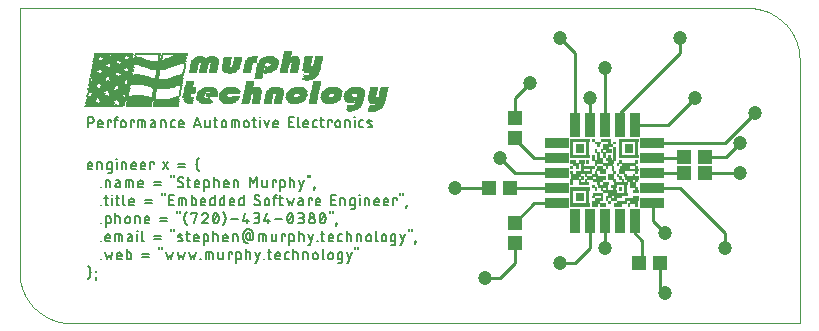
<source format=gts>
G04 EAGLE Gerber RS-274X export*
G75*
%MOMM*%
%FSLAX34Y34*%
%LPD*%
%INSolder Mask top*%
%IPPOS*%
%AMOC8*
5,1,8,0,0,1.08239X$1,22.5*%
G01*
%ADD10C,0.000000*%
%ADD11C,0.127000*%
%ADD12R,1.625600X0.050800*%
%ADD13R,0.457200X0.050800*%
%ADD14R,0.711200X0.050800*%
%ADD15R,0.203200X0.050800*%
%ADD16R,0.254000X0.050800*%
%ADD17R,0.914400X0.050800*%
%ADD18R,0.660400X0.050800*%
%ADD19R,1.168400X0.050800*%
%ADD20R,1.371600X0.050800*%
%ADD21R,1.117600X0.050800*%
%ADD22C,0.254000*%
%ADD23R,0.355600X0.050800*%
%ADD24R,0.609600X0.050800*%
%ADD25R,0.812800X0.050800*%
%ADD26R,0.863600X0.050800*%
%ADD27R,0.965200X0.050800*%
%ADD28R,1.016000X0.050800*%
%ADD29R,1.066800X0.050800*%
%ADD30R,1.219200X0.050800*%
%ADD31R,3.302000X0.050800*%
%ADD32R,2.184400X0.050800*%
%ADD33R,3.352800X0.050800*%
%ADD34R,2.133600X0.050800*%
%ADD35R,0.101600X0.050800*%
%ADD36R,2.438400X0.050800*%
%ADD37R,0.508000X0.050800*%
%ADD38R,0.762000X0.050800*%
%ADD39R,0.406400X0.050800*%
%ADD40R,2.489200X0.050800*%
%ADD41R,1.320800X0.050800*%
%ADD42R,0.558800X0.050800*%
%ADD43R,1.270000X0.050800*%
%ADD44R,1.422400X0.050800*%
%ADD45R,0.152400X0.050800*%
%ADD46R,5.232400X0.050800*%
%ADD47R,1.473200X0.050800*%
%ADD48R,1.524000X0.050800*%
%ADD49R,6.705600X0.050800*%
%ADD50R,1.574800X0.050800*%
%ADD51R,5.080000X0.050800*%
%ADD52R,1.676400X0.050800*%
%ADD53R,2.641600X0.050800*%
%ADD54R,1.727200X0.050800*%
%ADD55R,1.778000X0.050800*%
%ADD56R,5.435600X0.050800*%
%ADD57R,3.149600X0.050800*%
%ADD58R,2.082800X0.050800*%
%ADD59R,2.692400X0.050800*%
%ADD60R,1.879600X0.050800*%
%ADD61R,3.556000X0.050800*%
%ADD62R,2.590800X0.050800*%
%ADD63R,2.286000X0.050800*%
%ADD64R,0.050800X0.050800*%
%ADD65R,1.981200X0.050800*%
%ADD66R,2.336800X0.050800*%
%ADD67R,2.997200X0.050800*%
%ADD68R,2.946400X0.050800*%
%ADD69R,3.454400X0.050800*%
%ADD70R,4.826000X0.050800*%
%ADD71R,4.673600X0.050800*%
%ADD72R,4.724400X0.050800*%
%ADD73R,2.794000X0.050800*%
%ADD74R,4.775200X0.050800*%
%ADD75R,6.197600X0.050800*%
%ADD76R,4.114800X0.050800*%
%ADD77R,4.064000X0.050800*%
%ADD78R,3.759200X0.050800*%
%ADD79R,2.235200X0.050800*%
%ADD80R,2.032000X0.050800*%
%ADD81R,2.743200X0.050800*%
%ADD82R,2.895600X0.050800*%
%ADD83R,1.930400X0.050800*%
%ADD84R,2.540000X0.050800*%
%ADD85R,5.791200X0.050800*%
%ADD86R,5.029200X0.050800*%
%ADD87R,5.283200X0.050800*%
%ADD88R,5.588000X0.050800*%
%ADD89R,5.486400X0.050800*%
%ADD90R,5.638800X0.050800*%
%ADD91R,2.387600X0.050800*%
%ADD92R,3.860800X0.050800*%
%ADD93R,1.828800X0.050800*%
%ADD94C,0.002541*%
%ADD95C,1.203200*%
%ADD96R,0.963200X2.003200*%
%ADD97R,2.003200X0.963200*%
%ADD98R,1.283200X1.253200*%
%ADD99R,1.253200X1.283200*%


D10*
X50800Y50800D02*
X660400Y50800D01*
D11*
X57785Y216535D02*
X57785Y225425D01*
X60254Y225425D01*
X60352Y225423D01*
X60450Y225417D01*
X60548Y225407D01*
X60645Y225394D01*
X60742Y225376D01*
X60838Y225355D01*
X60932Y225330D01*
X61026Y225301D01*
X61119Y225269D01*
X61210Y225232D01*
X61300Y225193D01*
X61388Y225149D01*
X61474Y225102D01*
X61559Y225052D01*
X61641Y224999D01*
X61721Y224942D01*
X61799Y224882D01*
X61874Y224819D01*
X61947Y224753D01*
X62017Y224684D01*
X62084Y224613D01*
X62149Y224539D01*
X62210Y224462D01*
X62269Y224383D01*
X62324Y224302D01*
X62376Y224219D01*
X62424Y224133D01*
X62469Y224046D01*
X62511Y223957D01*
X62549Y223867D01*
X62583Y223775D01*
X62614Y223682D01*
X62641Y223587D01*
X62664Y223492D01*
X62684Y223395D01*
X62699Y223299D01*
X62711Y223201D01*
X62719Y223103D01*
X62723Y223005D01*
X62723Y222907D01*
X62719Y222809D01*
X62711Y222711D01*
X62699Y222613D01*
X62684Y222517D01*
X62664Y222420D01*
X62641Y222325D01*
X62614Y222230D01*
X62583Y222137D01*
X62549Y222045D01*
X62511Y221955D01*
X62469Y221866D01*
X62424Y221779D01*
X62376Y221693D01*
X62324Y221610D01*
X62269Y221529D01*
X62210Y221450D01*
X62149Y221373D01*
X62084Y221299D01*
X62017Y221228D01*
X61947Y221159D01*
X61874Y221093D01*
X61799Y221030D01*
X61721Y220970D01*
X61641Y220913D01*
X61559Y220860D01*
X61474Y220810D01*
X61388Y220763D01*
X61300Y220719D01*
X61210Y220680D01*
X61119Y220643D01*
X61026Y220611D01*
X60932Y220582D01*
X60838Y220557D01*
X60742Y220536D01*
X60645Y220518D01*
X60548Y220505D01*
X60450Y220495D01*
X60352Y220489D01*
X60254Y220487D01*
X60254Y220486D02*
X57785Y220486D01*
X67817Y216535D02*
X70286Y216535D01*
X67817Y216535D02*
X67742Y216537D01*
X67667Y216543D01*
X67593Y216552D01*
X67519Y216565D01*
X67446Y216582D01*
X67373Y216603D01*
X67302Y216627D01*
X67233Y216655D01*
X67164Y216686D01*
X67098Y216721D01*
X67033Y216759D01*
X66970Y216801D01*
X66910Y216845D01*
X66852Y216893D01*
X66796Y216943D01*
X66743Y216996D01*
X66693Y217052D01*
X66645Y217110D01*
X66601Y217170D01*
X66559Y217233D01*
X66521Y217298D01*
X66486Y217364D01*
X66455Y217433D01*
X66427Y217502D01*
X66403Y217573D01*
X66382Y217646D01*
X66365Y217719D01*
X66352Y217793D01*
X66343Y217867D01*
X66337Y217942D01*
X66335Y218017D01*
X66335Y220486D01*
X66334Y220486D02*
X66336Y220573D01*
X66342Y220661D01*
X66351Y220748D01*
X66365Y220834D01*
X66382Y220920D01*
X66403Y221004D01*
X66428Y221088D01*
X66457Y221171D01*
X66489Y221252D01*
X66524Y221332D01*
X66563Y221410D01*
X66606Y221487D01*
X66652Y221561D01*
X66701Y221633D01*
X66753Y221703D01*
X66809Y221771D01*
X66867Y221836D01*
X66928Y221899D01*
X66992Y221958D01*
X67059Y222015D01*
X67127Y222069D01*
X67199Y222120D01*
X67272Y222167D01*
X67347Y222212D01*
X67425Y222253D01*
X67504Y222290D01*
X67584Y222324D01*
X67666Y222354D01*
X67749Y222381D01*
X67834Y222404D01*
X67919Y222423D01*
X68005Y222438D01*
X68092Y222450D01*
X68179Y222458D01*
X68266Y222462D01*
X68354Y222462D01*
X68441Y222458D01*
X68528Y222450D01*
X68615Y222438D01*
X68701Y222423D01*
X68786Y222404D01*
X68871Y222381D01*
X68954Y222354D01*
X69036Y222324D01*
X69116Y222290D01*
X69195Y222253D01*
X69273Y222212D01*
X69348Y222167D01*
X69421Y222120D01*
X69493Y222069D01*
X69561Y222015D01*
X69628Y221958D01*
X69692Y221899D01*
X69753Y221836D01*
X69811Y221771D01*
X69867Y221703D01*
X69919Y221633D01*
X69968Y221561D01*
X70014Y221487D01*
X70057Y221410D01*
X70096Y221332D01*
X70131Y221252D01*
X70163Y221171D01*
X70192Y221088D01*
X70217Y221004D01*
X70238Y220920D01*
X70255Y220834D01*
X70269Y220748D01*
X70278Y220661D01*
X70284Y220573D01*
X70286Y220486D01*
X70286Y219498D01*
X66335Y219498D01*
X74633Y216535D02*
X74633Y222462D01*
X77596Y222462D01*
X77596Y221474D01*
X81131Y223943D02*
X81131Y216535D01*
X81131Y223943D02*
X81133Y224018D01*
X81139Y224093D01*
X81148Y224167D01*
X81161Y224241D01*
X81178Y224314D01*
X81199Y224387D01*
X81223Y224458D01*
X81251Y224527D01*
X81282Y224596D01*
X81317Y224662D01*
X81355Y224727D01*
X81397Y224790D01*
X81441Y224850D01*
X81489Y224908D01*
X81539Y224964D01*
X81592Y225017D01*
X81648Y225067D01*
X81706Y225115D01*
X81766Y225159D01*
X81829Y225201D01*
X81894Y225239D01*
X81960Y225274D01*
X82029Y225305D01*
X82098Y225333D01*
X82169Y225357D01*
X82242Y225378D01*
X82315Y225395D01*
X82389Y225408D01*
X82463Y225417D01*
X82538Y225423D01*
X82613Y225425D01*
X83107Y225425D01*
X83107Y222462D02*
X80143Y222462D01*
X85842Y220486D02*
X85842Y218511D01*
X85842Y220486D02*
X85844Y220573D01*
X85850Y220661D01*
X85859Y220748D01*
X85873Y220834D01*
X85890Y220920D01*
X85911Y221004D01*
X85936Y221088D01*
X85965Y221171D01*
X85997Y221252D01*
X86032Y221332D01*
X86071Y221410D01*
X86114Y221487D01*
X86160Y221561D01*
X86209Y221633D01*
X86261Y221703D01*
X86317Y221771D01*
X86375Y221836D01*
X86436Y221899D01*
X86500Y221958D01*
X86567Y222015D01*
X86635Y222069D01*
X86707Y222120D01*
X86780Y222167D01*
X86855Y222212D01*
X86933Y222253D01*
X87012Y222290D01*
X87092Y222324D01*
X87174Y222354D01*
X87257Y222381D01*
X87342Y222404D01*
X87427Y222423D01*
X87513Y222438D01*
X87600Y222450D01*
X87687Y222458D01*
X87774Y222462D01*
X87862Y222462D01*
X87949Y222458D01*
X88036Y222450D01*
X88123Y222438D01*
X88209Y222423D01*
X88294Y222404D01*
X88379Y222381D01*
X88462Y222354D01*
X88544Y222324D01*
X88624Y222290D01*
X88703Y222253D01*
X88781Y222212D01*
X88856Y222167D01*
X88929Y222120D01*
X89001Y222069D01*
X89069Y222015D01*
X89136Y221958D01*
X89200Y221899D01*
X89261Y221836D01*
X89319Y221771D01*
X89375Y221703D01*
X89427Y221633D01*
X89476Y221561D01*
X89522Y221487D01*
X89565Y221410D01*
X89604Y221332D01*
X89639Y221252D01*
X89671Y221171D01*
X89700Y221088D01*
X89725Y221004D01*
X89746Y220920D01*
X89763Y220834D01*
X89777Y220748D01*
X89786Y220661D01*
X89792Y220573D01*
X89794Y220486D01*
X89793Y220486D02*
X89793Y218511D01*
X89794Y218511D02*
X89792Y218424D01*
X89786Y218336D01*
X89777Y218249D01*
X89763Y218163D01*
X89746Y218077D01*
X89725Y217993D01*
X89700Y217909D01*
X89671Y217826D01*
X89639Y217745D01*
X89604Y217665D01*
X89565Y217587D01*
X89522Y217510D01*
X89476Y217436D01*
X89427Y217364D01*
X89375Y217294D01*
X89319Y217226D01*
X89261Y217161D01*
X89200Y217098D01*
X89136Y217039D01*
X89069Y216982D01*
X89001Y216928D01*
X88929Y216877D01*
X88856Y216830D01*
X88781Y216785D01*
X88703Y216744D01*
X88624Y216707D01*
X88544Y216673D01*
X88462Y216643D01*
X88379Y216616D01*
X88294Y216593D01*
X88209Y216574D01*
X88123Y216559D01*
X88036Y216547D01*
X87949Y216539D01*
X87862Y216535D01*
X87774Y216535D01*
X87687Y216539D01*
X87600Y216547D01*
X87513Y216559D01*
X87427Y216574D01*
X87342Y216593D01*
X87257Y216616D01*
X87174Y216643D01*
X87092Y216673D01*
X87012Y216707D01*
X86933Y216744D01*
X86855Y216785D01*
X86780Y216830D01*
X86707Y216877D01*
X86635Y216928D01*
X86567Y216982D01*
X86500Y217039D01*
X86436Y217098D01*
X86375Y217161D01*
X86317Y217226D01*
X86261Y217294D01*
X86209Y217364D01*
X86160Y217436D01*
X86114Y217510D01*
X86071Y217587D01*
X86032Y217665D01*
X85997Y217745D01*
X85965Y217826D01*
X85936Y217909D01*
X85911Y217993D01*
X85890Y218077D01*
X85873Y218163D01*
X85859Y218249D01*
X85850Y218336D01*
X85844Y218424D01*
X85842Y218511D01*
X94140Y216535D02*
X94140Y222462D01*
X97103Y222462D01*
X97103Y221474D01*
X100704Y222462D02*
X100704Y216535D01*
X100704Y222462D02*
X105149Y222462D01*
X105224Y222460D01*
X105299Y222454D01*
X105373Y222445D01*
X105447Y222432D01*
X105520Y222415D01*
X105593Y222394D01*
X105664Y222370D01*
X105733Y222342D01*
X105802Y222311D01*
X105868Y222276D01*
X105933Y222238D01*
X105996Y222196D01*
X106056Y222152D01*
X106114Y222104D01*
X106170Y222054D01*
X106223Y222001D01*
X106273Y221945D01*
X106321Y221887D01*
X106365Y221827D01*
X106407Y221764D01*
X106445Y221699D01*
X106480Y221633D01*
X106511Y221564D01*
X106539Y221495D01*
X106563Y221424D01*
X106584Y221351D01*
X106601Y221278D01*
X106614Y221204D01*
X106623Y221130D01*
X106629Y221055D01*
X106631Y220980D01*
X106630Y220980D02*
X106630Y216535D01*
X103667Y216535D02*
X103667Y222462D01*
X112809Y219992D02*
X115031Y219992D01*
X112809Y219993D02*
X112727Y219991D01*
X112645Y219985D01*
X112563Y219975D01*
X112482Y219962D01*
X112401Y219944D01*
X112322Y219923D01*
X112243Y219898D01*
X112166Y219869D01*
X112091Y219837D01*
X112017Y219801D01*
X111945Y219761D01*
X111874Y219719D01*
X111806Y219672D01*
X111740Y219623D01*
X111677Y219571D01*
X111616Y219515D01*
X111558Y219457D01*
X111502Y219396D01*
X111450Y219333D01*
X111401Y219267D01*
X111354Y219199D01*
X111312Y219129D01*
X111272Y219056D01*
X111236Y218982D01*
X111204Y218907D01*
X111175Y218830D01*
X111150Y218751D01*
X111129Y218672D01*
X111111Y218591D01*
X111098Y218510D01*
X111088Y218428D01*
X111082Y218346D01*
X111080Y218264D01*
X111082Y218182D01*
X111088Y218100D01*
X111098Y218018D01*
X111111Y217937D01*
X111129Y217856D01*
X111150Y217777D01*
X111175Y217698D01*
X111204Y217621D01*
X111236Y217546D01*
X111272Y217472D01*
X111312Y217400D01*
X111354Y217329D01*
X111401Y217261D01*
X111450Y217195D01*
X111502Y217132D01*
X111558Y217071D01*
X111616Y217013D01*
X111677Y216957D01*
X111740Y216905D01*
X111806Y216856D01*
X111874Y216809D01*
X111944Y216767D01*
X112017Y216727D01*
X112091Y216691D01*
X112166Y216659D01*
X112243Y216630D01*
X112322Y216605D01*
X112401Y216584D01*
X112482Y216566D01*
X112563Y216553D01*
X112645Y216543D01*
X112727Y216537D01*
X112809Y216535D01*
X115031Y216535D01*
X115031Y220980D01*
X115029Y221055D01*
X115023Y221130D01*
X115014Y221204D01*
X115001Y221278D01*
X114984Y221351D01*
X114963Y221424D01*
X114939Y221495D01*
X114911Y221564D01*
X114880Y221633D01*
X114845Y221699D01*
X114807Y221764D01*
X114765Y221827D01*
X114721Y221887D01*
X114673Y221945D01*
X114623Y222001D01*
X114570Y222054D01*
X114514Y222104D01*
X114456Y222152D01*
X114396Y222196D01*
X114333Y222238D01*
X114268Y222276D01*
X114202Y222311D01*
X114133Y222342D01*
X114064Y222370D01*
X113993Y222394D01*
X113920Y222415D01*
X113847Y222432D01*
X113773Y222445D01*
X113699Y222454D01*
X113624Y222460D01*
X113549Y222462D01*
X111574Y222462D01*
X119675Y222462D02*
X119675Y216535D01*
X119675Y222462D02*
X122144Y222462D01*
X122219Y222460D01*
X122294Y222454D01*
X122368Y222445D01*
X122442Y222432D01*
X122515Y222415D01*
X122588Y222394D01*
X122659Y222370D01*
X122728Y222342D01*
X122797Y222311D01*
X122863Y222276D01*
X122928Y222238D01*
X122991Y222196D01*
X123051Y222152D01*
X123109Y222104D01*
X123165Y222054D01*
X123218Y222001D01*
X123268Y221945D01*
X123316Y221887D01*
X123360Y221827D01*
X123402Y221764D01*
X123440Y221699D01*
X123475Y221633D01*
X123506Y221564D01*
X123534Y221495D01*
X123558Y221424D01*
X123579Y221351D01*
X123596Y221278D01*
X123609Y221204D01*
X123618Y221130D01*
X123624Y221055D01*
X123626Y220980D01*
X123626Y216535D01*
X129400Y216535D02*
X131375Y216535D01*
X129400Y216535D02*
X129325Y216537D01*
X129250Y216543D01*
X129176Y216552D01*
X129102Y216565D01*
X129029Y216582D01*
X128956Y216603D01*
X128885Y216627D01*
X128816Y216655D01*
X128747Y216686D01*
X128681Y216721D01*
X128616Y216759D01*
X128553Y216801D01*
X128493Y216845D01*
X128435Y216893D01*
X128379Y216943D01*
X128326Y216996D01*
X128276Y217052D01*
X128228Y217110D01*
X128184Y217170D01*
X128142Y217233D01*
X128104Y217298D01*
X128069Y217364D01*
X128038Y217433D01*
X128010Y217502D01*
X127986Y217573D01*
X127965Y217646D01*
X127948Y217719D01*
X127935Y217793D01*
X127926Y217867D01*
X127920Y217942D01*
X127918Y218017D01*
X127918Y220980D01*
X127920Y221055D01*
X127926Y221130D01*
X127935Y221204D01*
X127948Y221278D01*
X127965Y221351D01*
X127986Y221424D01*
X128010Y221495D01*
X128038Y221564D01*
X128069Y221633D01*
X128104Y221699D01*
X128142Y221764D01*
X128184Y221827D01*
X128228Y221887D01*
X128276Y221945D01*
X128326Y222001D01*
X128379Y222054D01*
X128435Y222104D01*
X128493Y222152D01*
X128553Y222196D01*
X128616Y222238D01*
X128681Y222276D01*
X128747Y222311D01*
X128816Y222342D01*
X128885Y222370D01*
X128956Y222394D01*
X129029Y222415D01*
X129102Y222432D01*
X129176Y222445D01*
X129250Y222454D01*
X129325Y222460D01*
X129400Y222462D01*
X131375Y222462D01*
X136396Y216535D02*
X138866Y216535D01*
X136396Y216535D02*
X136321Y216537D01*
X136246Y216543D01*
X136172Y216552D01*
X136098Y216565D01*
X136025Y216582D01*
X135952Y216603D01*
X135881Y216627D01*
X135812Y216655D01*
X135743Y216686D01*
X135677Y216721D01*
X135612Y216759D01*
X135549Y216801D01*
X135489Y216845D01*
X135431Y216893D01*
X135375Y216943D01*
X135322Y216996D01*
X135272Y217052D01*
X135224Y217110D01*
X135180Y217170D01*
X135138Y217233D01*
X135100Y217298D01*
X135065Y217364D01*
X135034Y217433D01*
X135006Y217502D01*
X134982Y217573D01*
X134961Y217646D01*
X134944Y217719D01*
X134931Y217793D01*
X134922Y217867D01*
X134916Y217942D01*
X134914Y218017D01*
X134915Y218017D02*
X134915Y220486D01*
X134914Y220486D02*
X134916Y220573D01*
X134922Y220661D01*
X134931Y220748D01*
X134945Y220834D01*
X134962Y220920D01*
X134983Y221004D01*
X135008Y221088D01*
X135037Y221171D01*
X135069Y221252D01*
X135104Y221332D01*
X135143Y221410D01*
X135186Y221487D01*
X135232Y221561D01*
X135281Y221633D01*
X135333Y221703D01*
X135389Y221771D01*
X135447Y221836D01*
X135508Y221899D01*
X135572Y221958D01*
X135639Y222015D01*
X135707Y222069D01*
X135779Y222120D01*
X135852Y222167D01*
X135927Y222212D01*
X136005Y222253D01*
X136084Y222290D01*
X136164Y222324D01*
X136246Y222354D01*
X136329Y222381D01*
X136414Y222404D01*
X136499Y222423D01*
X136585Y222438D01*
X136672Y222450D01*
X136759Y222458D01*
X136846Y222462D01*
X136934Y222462D01*
X137021Y222458D01*
X137108Y222450D01*
X137195Y222438D01*
X137281Y222423D01*
X137366Y222404D01*
X137451Y222381D01*
X137534Y222354D01*
X137616Y222324D01*
X137696Y222290D01*
X137775Y222253D01*
X137853Y222212D01*
X137928Y222167D01*
X138001Y222120D01*
X138073Y222069D01*
X138141Y222015D01*
X138208Y221958D01*
X138272Y221899D01*
X138333Y221836D01*
X138391Y221771D01*
X138447Y221703D01*
X138499Y221633D01*
X138548Y221561D01*
X138594Y221487D01*
X138637Y221410D01*
X138676Y221332D01*
X138711Y221252D01*
X138743Y221171D01*
X138772Y221088D01*
X138797Y221004D01*
X138818Y220920D01*
X138835Y220834D01*
X138849Y220748D01*
X138858Y220661D01*
X138864Y220573D01*
X138866Y220486D01*
X138866Y219498D01*
X134915Y219498D01*
X147338Y216535D02*
X150301Y225425D01*
X153265Y216535D01*
X152524Y218758D02*
X148079Y218758D01*
X157165Y218017D02*
X157165Y222462D01*
X157165Y218017D02*
X157167Y217942D01*
X157173Y217867D01*
X157182Y217793D01*
X157195Y217719D01*
X157212Y217646D01*
X157233Y217573D01*
X157257Y217502D01*
X157285Y217433D01*
X157316Y217364D01*
X157351Y217298D01*
X157389Y217233D01*
X157431Y217170D01*
X157475Y217110D01*
X157523Y217052D01*
X157573Y216996D01*
X157626Y216943D01*
X157682Y216893D01*
X157740Y216845D01*
X157800Y216801D01*
X157863Y216759D01*
X157928Y216721D01*
X157994Y216686D01*
X158063Y216655D01*
X158132Y216627D01*
X158203Y216603D01*
X158276Y216582D01*
X158349Y216565D01*
X158423Y216552D01*
X158497Y216543D01*
X158572Y216537D01*
X158647Y216535D01*
X161116Y216535D01*
X161116Y222462D01*
X164575Y222462D02*
X167538Y222462D01*
X165562Y225425D02*
X165562Y218017D01*
X165564Y217942D01*
X165570Y217867D01*
X165579Y217793D01*
X165592Y217719D01*
X165609Y217646D01*
X165630Y217573D01*
X165654Y217502D01*
X165682Y217433D01*
X165713Y217364D01*
X165748Y217298D01*
X165786Y217233D01*
X165828Y217170D01*
X165872Y217110D01*
X165920Y217052D01*
X165970Y216996D01*
X166023Y216943D01*
X166079Y216893D01*
X166137Y216845D01*
X166197Y216801D01*
X166260Y216759D01*
X166325Y216721D01*
X166391Y216686D01*
X166460Y216655D01*
X166529Y216627D01*
X166600Y216603D01*
X166673Y216582D01*
X166746Y216565D01*
X166820Y216552D01*
X166894Y216543D01*
X166969Y216537D01*
X167044Y216535D01*
X167538Y216535D01*
X171186Y218511D02*
X171186Y220486D01*
X171185Y220486D02*
X171187Y220573D01*
X171193Y220661D01*
X171202Y220748D01*
X171216Y220834D01*
X171233Y220920D01*
X171254Y221004D01*
X171279Y221088D01*
X171308Y221171D01*
X171340Y221252D01*
X171375Y221332D01*
X171414Y221410D01*
X171457Y221487D01*
X171503Y221561D01*
X171552Y221633D01*
X171604Y221703D01*
X171660Y221771D01*
X171718Y221836D01*
X171779Y221899D01*
X171843Y221958D01*
X171910Y222015D01*
X171978Y222069D01*
X172050Y222120D01*
X172123Y222167D01*
X172198Y222212D01*
X172276Y222253D01*
X172355Y222290D01*
X172435Y222324D01*
X172517Y222354D01*
X172600Y222381D01*
X172685Y222404D01*
X172770Y222423D01*
X172856Y222438D01*
X172943Y222450D01*
X173030Y222458D01*
X173117Y222462D01*
X173205Y222462D01*
X173292Y222458D01*
X173379Y222450D01*
X173466Y222438D01*
X173552Y222423D01*
X173637Y222404D01*
X173722Y222381D01*
X173805Y222354D01*
X173887Y222324D01*
X173967Y222290D01*
X174046Y222253D01*
X174124Y222212D01*
X174199Y222167D01*
X174272Y222120D01*
X174344Y222069D01*
X174412Y222015D01*
X174479Y221958D01*
X174543Y221899D01*
X174604Y221836D01*
X174662Y221771D01*
X174718Y221703D01*
X174770Y221633D01*
X174819Y221561D01*
X174865Y221487D01*
X174908Y221410D01*
X174947Y221332D01*
X174982Y221252D01*
X175014Y221171D01*
X175043Y221088D01*
X175068Y221004D01*
X175089Y220920D01*
X175106Y220834D01*
X175120Y220748D01*
X175129Y220661D01*
X175135Y220573D01*
X175137Y220486D01*
X175137Y218511D01*
X175135Y218424D01*
X175129Y218336D01*
X175120Y218249D01*
X175106Y218163D01*
X175089Y218077D01*
X175068Y217993D01*
X175043Y217909D01*
X175014Y217826D01*
X174982Y217745D01*
X174947Y217665D01*
X174908Y217587D01*
X174865Y217510D01*
X174819Y217436D01*
X174770Y217364D01*
X174718Y217294D01*
X174662Y217226D01*
X174604Y217161D01*
X174543Y217098D01*
X174479Y217039D01*
X174412Y216982D01*
X174344Y216928D01*
X174272Y216877D01*
X174199Y216830D01*
X174124Y216785D01*
X174046Y216744D01*
X173967Y216707D01*
X173887Y216673D01*
X173805Y216643D01*
X173722Y216616D01*
X173637Y216593D01*
X173552Y216574D01*
X173466Y216559D01*
X173379Y216547D01*
X173292Y216539D01*
X173205Y216535D01*
X173117Y216535D01*
X173030Y216539D01*
X172943Y216547D01*
X172856Y216559D01*
X172770Y216574D01*
X172685Y216593D01*
X172600Y216616D01*
X172517Y216643D01*
X172435Y216673D01*
X172355Y216707D01*
X172276Y216744D01*
X172198Y216785D01*
X172123Y216830D01*
X172050Y216877D01*
X171978Y216928D01*
X171910Y216982D01*
X171843Y217039D01*
X171779Y217098D01*
X171718Y217161D01*
X171660Y217226D01*
X171604Y217294D01*
X171552Y217364D01*
X171503Y217436D01*
X171457Y217510D01*
X171414Y217587D01*
X171375Y217665D01*
X171340Y217745D01*
X171308Y217826D01*
X171279Y217909D01*
X171254Y217993D01*
X171233Y218077D01*
X171216Y218163D01*
X171202Y218249D01*
X171193Y218336D01*
X171187Y218424D01*
X171185Y218511D01*
X179647Y216535D02*
X179647Y222462D01*
X184092Y222462D01*
X184167Y222460D01*
X184242Y222454D01*
X184316Y222445D01*
X184390Y222432D01*
X184463Y222415D01*
X184536Y222394D01*
X184607Y222370D01*
X184676Y222342D01*
X184745Y222311D01*
X184811Y222276D01*
X184876Y222238D01*
X184939Y222196D01*
X184999Y222152D01*
X185057Y222104D01*
X185113Y222054D01*
X185166Y222001D01*
X185216Y221945D01*
X185264Y221887D01*
X185308Y221827D01*
X185350Y221764D01*
X185388Y221699D01*
X185423Y221633D01*
X185454Y221564D01*
X185482Y221495D01*
X185506Y221424D01*
X185527Y221351D01*
X185544Y221278D01*
X185557Y221204D01*
X185566Y221130D01*
X185572Y221055D01*
X185574Y220980D01*
X185573Y220980D02*
X185573Y216535D01*
X182610Y216535D02*
X182610Y222462D01*
X190083Y220486D02*
X190083Y218511D01*
X190083Y220486D02*
X190085Y220573D01*
X190091Y220661D01*
X190100Y220748D01*
X190114Y220834D01*
X190131Y220920D01*
X190152Y221004D01*
X190177Y221088D01*
X190206Y221171D01*
X190238Y221252D01*
X190273Y221332D01*
X190312Y221410D01*
X190355Y221487D01*
X190401Y221561D01*
X190450Y221633D01*
X190502Y221703D01*
X190558Y221771D01*
X190616Y221836D01*
X190677Y221899D01*
X190741Y221958D01*
X190808Y222015D01*
X190876Y222069D01*
X190948Y222120D01*
X191021Y222167D01*
X191096Y222212D01*
X191174Y222253D01*
X191253Y222290D01*
X191333Y222324D01*
X191415Y222354D01*
X191498Y222381D01*
X191583Y222404D01*
X191668Y222423D01*
X191754Y222438D01*
X191841Y222450D01*
X191928Y222458D01*
X192015Y222462D01*
X192103Y222462D01*
X192190Y222458D01*
X192277Y222450D01*
X192364Y222438D01*
X192450Y222423D01*
X192535Y222404D01*
X192620Y222381D01*
X192703Y222354D01*
X192785Y222324D01*
X192865Y222290D01*
X192944Y222253D01*
X193022Y222212D01*
X193097Y222167D01*
X193170Y222120D01*
X193242Y222069D01*
X193310Y222015D01*
X193377Y221958D01*
X193441Y221899D01*
X193502Y221836D01*
X193560Y221771D01*
X193616Y221703D01*
X193668Y221633D01*
X193717Y221561D01*
X193763Y221487D01*
X193806Y221410D01*
X193845Y221332D01*
X193880Y221252D01*
X193912Y221171D01*
X193941Y221088D01*
X193966Y221004D01*
X193987Y220920D01*
X194004Y220834D01*
X194018Y220748D01*
X194027Y220661D01*
X194033Y220573D01*
X194035Y220486D01*
X194034Y220486D02*
X194034Y218511D01*
X194035Y218511D02*
X194033Y218424D01*
X194027Y218336D01*
X194018Y218249D01*
X194004Y218163D01*
X193987Y218077D01*
X193966Y217993D01*
X193941Y217909D01*
X193912Y217826D01*
X193880Y217745D01*
X193845Y217665D01*
X193806Y217587D01*
X193763Y217510D01*
X193717Y217436D01*
X193668Y217364D01*
X193616Y217294D01*
X193560Y217226D01*
X193502Y217161D01*
X193441Y217098D01*
X193377Y217039D01*
X193310Y216982D01*
X193242Y216928D01*
X193170Y216877D01*
X193097Y216830D01*
X193022Y216785D01*
X192944Y216744D01*
X192865Y216707D01*
X192785Y216673D01*
X192703Y216643D01*
X192620Y216616D01*
X192535Y216593D01*
X192450Y216574D01*
X192364Y216559D01*
X192277Y216547D01*
X192190Y216539D01*
X192103Y216535D01*
X192015Y216535D01*
X191928Y216539D01*
X191841Y216547D01*
X191754Y216559D01*
X191668Y216574D01*
X191583Y216593D01*
X191498Y216616D01*
X191415Y216643D01*
X191333Y216673D01*
X191253Y216707D01*
X191174Y216744D01*
X191096Y216785D01*
X191021Y216830D01*
X190948Y216877D01*
X190876Y216928D01*
X190808Y216982D01*
X190741Y217039D01*
X190677Y217098D01*
X190616Y217161D01*
X190558Y217226D01*
X190502Y217294D01*
X190450Y217364D01*
X190401Y217436D01*
X190355Y217510D01*
X190312Y217587D01*
X190273Y217665D01*
X190238Y217745D01*
X190206Y217826D01*
X190177Y217909D01*
X190152Y217993D01*
X190131Y218077D01*
X190114Y218163D01*
X190100Y218249D01*
X190091Y218336D01*
X190085Y218424D01*
X190083Y218511D01*
X197188Y222462D02*
X200151Y222462D01*
X198176Y225425D02*
X198176Y218017D01*
X198175Y218017D02*
X198177Y217942D01*
X198183Y217867D01*
X198192Y217793D01*
X198205Y217719D01*
X198222Y217646D01*
X198243Y217573D01*
X198267Y217502D01*
X198295Y217433D01*
X198326Y217364D01*
X198361Y217298D01*
X198399Y217233D01*
X198441Y217170D01*
X198485Y217110D01*
X198533Y217052D01*
X198583Y216996D01*
X198636Y216943D01*
X198692Y216893D01*
X198750Y216845D01*
X198810Y216801D01*
X198873Y216759D01*
X198938Y216721D01*
X199004Y216686D01*
X199073Y216655D01*
X199142Y216627D01*
X199213Y216603D01*
X199286Y216582D01*
X199359Y216565D01*
X199433Y216552D01*
X199507Y216543D01*
X199582Y216537D01*
X199657Y216535D01*
X200151Y216535D01*
X203641Y216535D02*
X203641Y222462D01*
X203394Y224931D02*
X203394Y225425D01*
X203888Y225425D01*
X203888Y224931D01*
X203394Y224931D01*
X207152Y222462D02*
X209127Y216535D01*
X211103Y222462D01*
X216254Y216535D02*
X218723Y216535D01*
X216254Y216535D02*
X216179Y216537D01*
X216104Y216543D01*
X216030Y216552D01*
X215956Y216565D01*
X215883Y216582D01*
X215810Y216603D01*
X215739Y216627D01*
X215670Y216655D01*
X215601Y216686D01*
X215535Y216721D01*
X215470Y216759D01*
X215407Y216801D01*
X215347Y216845D01*
X215289Y216893D01*
X215233Y216943D01*
X215180Y216996D01*
X215130Y217052D01*
X215082Y217110D01*
X215038Y217170D01*
X214996Y217233D01*
X214958Y217298D01*
X214923Y217364D01*
X214892Y217433D01*
X214864Y217502D01*
X214840Y217573D01*
X214819Y217646D01*
X214802Y217719D01*
X214789Y217793D01*
X214780Y217867D01*
X214774Y217942D01*
X214772Y218017D01*
X214772Y220486D01*
X214771Y220486D02*
X214773Y220573D01*
X214779Y220661D01*
X214788Y220748D01*
X214802Y220834D01*
X214819Y220920D01*
X214840Y221004D01*
X214865Y221088D01*
X214894Y221171D01*
X214926Y221252D01*
X214961Y221332D01*
X215000Y221410D01*
X215043Y221487D01*
X215089Y221561D01*
X215138Y221633D01*
X215190Y221703D01*
X215246Y221771D01*
X215304Y221836D01*
X215365Y221899D01*
X215429Y221958D01*
X215496Y222015D01*
X215564Y222069D01*
X215636Y222120D01*
X215709Y222167D01*
X215784Y222212D01*
X215862Y222253D01*
X215941Y222290D01*
X216021Y222324D01*
X216103Y222354D01*
X216186Y222381D01*
X216271Y222404D01*
X216356Y222423D01*
X216442Y222438D01*
X216529Y222450D01*
X216616Y222458D01*
X216703Y222462D01*
X216791Y222462D01*
X216878Y222458D01*
X216965Y222450D01*
X217052Y222438D01*
X217138Y222423D01*
X217223Y222404D01*
X217308Y222381D01*
X217391Y222354D01*
X217473Y222324D01*
X217553Y222290D01*
X217632Y222253D01*
X217710Y222212D01*
X217785Y222167D01*
X217858Y222120D01*
X217930Y222069D01*
X217998Y222015D01*
X218065Y221958D01*
X218129Y221899D01*
X218190Y221836D01*
X218248Y221771D01*
X218304Y221703D01*
X218356Y221633D01*
X218405Y221561D01*
X218451Y221487D01*
X218494Y221410D01*
X218533Y221332D01*
X218568Y221252D01*
X218600Y221171D01*
X218629Y221088D01*
X218654Y221004D01*
X218675Y220920D01*
X218692Y220834D01*
X218706Y220748D01*
X218715Y220661D01*
X218721Y220573D01*
X218723Y220486D01*
X218723Y219498D01*
X214772Y219498D01*
X228017Y216535D02*
X231968Y216535D01*
X228017Y216535D02*
X228017Y225425D01*
X231968Y225425D01*
X230980Y221474D02*
X228017Y221474D01*
X235566Y218017D02*
X235566Y225425D01*
X235565Y218017D02*
X235567Y217942D01*
X235573Y217867D01*
X235582Y217793D01*
X235595Y217719D01*
X235612Y217646D01*
X235633Y217573D01*
X235657Y217502D01*
X235685Y217433D01*
X235716Y217364D01*
X235751Y217298D01*
X235789Y217233D01*
X235831Y217170D01*
X235875Y217110D01*
X235923Y217052D01*
X235973Y216996D01*
X236026Y216943D01*
X236082Y216893D01*
X236140Y216845D01*
X236200Y216801D01*
X236263Y216759D01*
X236328Y216721D01*
X236394Y216686D01*
X236463Y216655D01*
X236532Y216627D01*
X236603Y216603D01*
X236676Y216582D01*
X236749Y216565D01*
X236823Y216552D01*
X236897Y216543D01*
X236972Y216537D01*
X237047Y216535D01*
X241857Y216535D02*
X244326Y216535D01*
X241857Y216535D02*
X241782Y216537D01*
X241707Y216543D01*
X241633Y216552D01*
X241559Y216565D01*
X241486Y216582D01*
X241413Y216603D01*
X241342Y216627D01*
X241273Y216655D01*
X241204Y216686D01*
X241138Y216721D01*
X241073Y216759D01*
X241010Y216801D01*
X240950Y216845D01*
X240892Y216893D01*
X240836Y216943D01*
X240783Y216996D01*
X240733Y217052D01*
X240685Y217110D01*
X240641Y217170D01*
X240599Y217233D01*
X240561Y217298D01*
X240526Y217364D01*
X240495Y217433D01*
X240467Y217502D01*
X240443Y217573D01*
X240422Y217646D01*
X240405Y217719D01*
X240392Y217793D01*
X240383Y217867D01*
X240377Y217942D01*
X240375Y218017D01*
X240375Y220486D01*
X240374Y220486D02*
X240376Y220573D01*
X240382Y220661D01*
X240391Y220748D01*
X240405Y220834D01*
X240422Y220920D01*
X240443Y221004D01*
X240468Y221088D01*
X240497Y221171D01*
X240529Y221252D01*
X240564Y221332D01*
X240603Y221410D01*
X240646Y221487D01*
X240692Y221561D01*
X240741Y221633D01*
X240793Y221703D01*
X240849Y221771D01*
X240907Y221836D01*
X240968Y221899D01*
X241032Y221958D01*
X241099Y222015D01*
X241167Y222069D01*
X241239Y222120D01*
X241312Y222167D01*
X241387Y222212D01*
X241465Y222253D01*
X241544Y222290D01*
X241624Y222324D01*
X241706Y222354D01*
X241789Y222381D01*
X241874Y222404D01*
X241959Y222423D01*
X242045Y222438D01*
X242132Y222450D01*
X242219Y222458D01*
X242306Y222462D01*
X242394Y222462D01*
X242481Y222458D01*
X242568Y222450D01*
X242655Y222438D01*
X242741Y222423D01*
X242826Y222404D01*
X242911Y222381D01*
X242994Y222354D01*
X243076Y222324D01*
X243156Y222290D01*
X243235Y222253D01*
X243313Y222212D01*
X243388Y222167D01*
X243461Y222120D01*
X243533Y222069D01*
X243601Y222015D01*
X243668Y221958D01*
X243732Y221899D01*
X243793Y221836D01*
X243851Y221771D01*
X243907Y221703D01*
X243959Y221633D01*
X244008Y221561D01*
X244054Y221487D01*
X244097Y221410D01*
X244136Y221332D01*
X244171Y221252D01*
X244203Y221171D01*
X244232Y221088D01*
X244257Y221004D01*
X244278Y220920D01*
X244295Y220834D01*
X244309Y220748D01*
X244318Y220661D01*
X244324Y220573D01*
X244326Y220486D01*
X244326Y219498D01*
X240375Y219498D01*
X249795Y216535D02*
X251771Y216535D01*
X249795Y216535D02*
X249720Y216537D01*
X249645Y216543D01*
X249571Y216552D01*
X249497Y216565D01*
X249424Y216582D01*
X249351Y216603D01*
X249280Y216627D01*
X249211Y216655D01*
X249142Y216686D01*
X249076Y216721D01*
X249011Y216759D01*
X248948Y216801D01*
X248888Y216845D01*
X248830Y216893D01*
X248774Y216943D01*
X248721Y216996D01*
X248671Y217052D01*
X248623Y217110D01*
X248579Y217170D01*
X248537Y217233D01*
X248499Y217298D01*
X248464Y217364D01*
X248433Y217433D01*
X248405Y217502D01*
X248381Y217573D01*
X248360Y217646D01*
X248343Y217719D01*
X248330Y217793D01*
X248321Y217867D01*
X248315Y217942D01*
X248313Y218017D01*
X248313Y220980D01*
X248315Y221055D01*
X248321Y221130D01*
X248330Y221204D01*
X248343Y221278D01*
X248360Y221351D01*
X248381Y221424D01*
X248405Y221495D01*
X248433Y221564D01*
X248464Y221633D01*
X248499Y221699D01*
X248537Y221764D01*
X248579Y221827D01*
X248623Y221887D01*
X248671Y221945D01*
X248721Y222001D01*
X248774Y222054D01*
X248830Y222104D01*
X248888Y222152D01*
X248948Y222196D01*
X249011Y222238D01*
X249076Y222276D01*
X249142Y222311D01*
X249211Y222342D01*
X249280Y222370D01*
X249351Y222394D01*
X249424Y222415D01*
X249497Y222432D01*
X249571Y222445D01*
X249645Y222454D01*
X249720Y222460D01*
X249795Y222462D01*
X251771Y222462D01*
X254490Y222462D02*
X257453Y222462D01*
X255478Y225425D02*
X255478Y218017D01*
X255480Y217942D01*
X255486Y217867D01*
X255495Y217793D01*
X255508Y217719D01*
X255525Y217646D01*
X255546Y217573D01*
X255570Y217502D01*
X255598Y217433D01*
X255629Y217364D01*
X255664Y217298D01*
X255702Y217233D01*
X255744Y217170D01*
X255788Y217110D01*
X255836Y217052D01*
X255886Y216996D01*
X255939Y216943D01*
X255995Y216893D01*
X256053Y216845D01*
X256113Y216801D01*
X256176Y216759D01*
X256241Y216721D01*
X256307Y216686D01*
X256376Y216655D01*
X256445Y216627D01*
X256516Y216603D01*
X256589Y216582D01*
X256662Y216565D01*
X256736Y216552D01*
X256810Y216543D01*
X256885Y216537D01*
X256960Y216535D01*
X257453Y216535D01*
X261474Y216535D02*
X261474Y222462D01*
X264437Y222462D01*
X264437Y221474D01*
X267502Y220486D02*
X267502Y218511D01*
X267502Y220486D02*
X267504Y220573D01*
X267510Y220661D01*
X267519Y220748D01*
X267533Y220834D01*
X267550Y220920D01*
X267571Y221004D01*
X267596Y221088D01*
X267625Y221171D01*
X267657Y221252D01*
X267692Y221332D01*
X267731Y221410D01*
X267774Y221487D01*
X267820Y221561D01*
X267869Y221633D01*
X267921Y221703D01*
X267977Y221771D01*
X268035Y221836D01*
X268096Y221899D01*
X268160Y221958D01*
X268227Y222015D01*
X268295Y222069D01*
X268367Y222120D01*
X268440Y222167D01*
X268515Y222212D01*
X268593Y222253D01*
X268672Y222290D01*
X268752Y222324D01*
X268834Y222354D01*
X268917Y222381D01*
X269002Y222404D01*
X269087Y222423D01*
X269173Y222438D01*
X269260Y222450D01*
X269347Y222458D01*
X269434Y222462D01*
X269522Y222462D01*
X269609Y222458D01*
X269696Y222450D01*
X269783Y222438D01*
X269869Y222423D01*
X269954Y222404D01*
X270039Y222381D01*
X270122Y222354D01*
X270204Y222324D01*
X270284Y222290D01*
X270363Y222253D01*
X270441Y222212D01*
X270516Y222167D01*
X270589Y222120D01*
X270661Y222069D01*
X270729Y222015D01*
X270796Y221958D01*
X270860Y221899D01*
X270921Y221836D01*
X270979Y221771D01*
X271035Y221703D01*
X271087Y221633D01*
X271136Y221561D01*
X271182Y221487D01*
X271225Y221410D01*
X271264Y221332D01*
X271299Y221252D01*
X271331Y221171D01*
X271360Y221088D01*
X271385Y221004D01*
X271406Y220920D01*
X271423Y220834D01*
X271437Y220748D01*
X271446Y220661D01*
X271452Y220573D01*
X271454Y220486D01*
X271453Y220486D02*
X271453Y218511D01*
X271454Y218511D02*
X271452Y218424D01*
X271446Y218336D01*
X271437Y218249D01*
X271423Y218163D01*
X271406Y218077D01*
X271385Y217993D01*
X271360Y217909D01*
X271331Y217826D01*
X271299Y217745D01*
X271264Y217665D01*
X271225Y217587D01*
X271182Y217510D01*
X271136Y217436D01*
X271087Y217364D01*
X271035Y217294D01*
X270979Y217226D01*
X270921Y217161D01*
X270860Y217098D01*
X270796Y217039D01*
X270729Y216982D01*
X270661Y216928D01*
X270589Y216877D01*
X270516Y216830D01*
X270441Y216785D01*
X270363Y216744D01*
X270284Y216707D01*
X270204Y216673D01*
X270122Y216643D01*
X270039Y216616D01*
X269954Y216593D01*
X269869Y216574D01*
X269783Y216559D01*
X269696Y216547D01*
X269609Y216539D01*
X269522Y216535D01*
X269434Y216535D01*
X269347Y216539D01*
X269260Y216547D01*
X269173Y216559D01*
X269087Y216574D01*
X269002Y216593D01*
X268917Y216616D01*
X268834Y216643D01*
X268752Y216673D01*
X268672Y216707D01*
X268593Y216744D01*
X268515Y216785D01*
X268440Y216830D01*
X268367Y216877D01*
X268295Y216928D01*
X268227Y216982D01*
X268160Y217039D01*
X268096Y217098D01*
X268035Y217161D01*
X267977Y217226D01*
X267921Y217294D01*
X267869Y217364D01*
X267820Y217436D01*
X267774Y217510D01*
X267731Y217587D01*
X267692Y217665D01*
X267657Y217745D01*
X267625Y217826D01*
X267596Y217909D01*
X267571Y217993D01*
X267550Y218077D01*
X267533Y218163D01*
X267519Y218249D01*
X267510Y218336D01*
X267504Y218424D01*
X267502Y218511D01*
X275732Y216535D02*
X275732Y222462D01*
X278201Y222462D01*
X278276Y222460D01*
X278351Y222454D01*
X278425Y222445D01*
X278499Y222432D01*
X278572Y222415D01*
X278645Y222394D01*
X278716Y222370D01*
X278785Y222342D01*
X278854Y222311D01*
X278920Y222276D01*
X278985Y222238D01*
X279048Y222196D01*
X279108Y222152D01*
X279166Y222104D01*
X279222Y222054D01*
X279275Y222001D01*
X279325Y221945D01*
X279373Y221887D01*
X279417Y221827D01*
X279459Y221764D01*
X279497Y221699D01*
X279532Y221633D01*
X279563Y221564D01*
X279591Y221495D01*
X279615Y221424D01*
X279636Y221351D01*
X279653Y221278D01*
X279666Y221204D01*
X279675Y221130D01*
X279681Y221055D01*
X279683Y220980D01*
X279683Y216535D01*
X283803Y216535D02*
X283803Y222462D01*
X283556Y224931D02*
X283556Y225425D01*
X284050Y225425D01*
X284050Y224931D01*
X283556Y224931D01*
X289114Y216535D02*
X291090Y216535D01*
X289114Y216535D02*
X289039Y216537D01*
X288964Y216543D01*
X288890Y216552D01*
X288816Y216565D01*
X288743Y216582D01*
X288670Y216603D01*
X288599Y216627D01*
X288530Y216655D01*
X288461Y216686D01*
X288395Y216721D01*
X288330Y216759D01*
X288267Y216801D01*
X288207Y216845D01*
X288149Y216893D01*
X288093Y216943D01*
X288040Y216996D01*
X287990Y217052D01*
X287942Y217110D01*
X287898Y217170D01*
X287856Y217233D01*
X287818Y217298D01*
X287783Y217364D01*
X287752Y217433D01*
X287724Y217502D01*
X287700Y217573D01*
X287679Y217646D01*
X287662Y217719D01*
X287649Y217793D01*
X287640Y217867D01*
X287634Y217942D01*
X287632Y218017D01*
X287632Y220980D01*
X287634Y221055D01*
X287640Y221130D01*
X287649Y221204D01*
X287662Y221278D01*
X287679Y221351D01*
X287700Y221424D01*
X287724Y221495D01*
X287752Y221564D01*
X287783Y221633D01*
X287818Y221699D01*
X287856Y221764D01*
X287898Y221827D01*
X287942Y221887D01*
X287990Y221945D01*
X288040Y222001D01*
X288093Y222054D01*
X288149Y222104D01*
X288207Y222152D01*
X288267Y222196D01*
X288330Y222238D01*
X288395Y222276D01*
X288461Y222311D01*
X288530Y222342D01*
X288599Y222370D01*
X288670Y222394D01*
X288743Y222415D01*
X288816Y222432D01*
X288890Y222445D01*
X288964Y222454D01*
X289039Y222460D01*
X289114Y222462D01*
X291090Y222462D01*
X295370Y219992D02*
X297839Y219004D01*
X295369Y219992D02*
X295304Y220020D01*
X295240Y220052D01*
X295179Y220087D01*
X295119Y220126D01*
X295062Y220167D01*
X295007Y220213D01*
X294954Y220261D01*
X294904Y220311D01*
X294858Y220365D01*
X294814Y220421D01*
X294773Y220479D01*
X294736Y220540D01*
X294702Y220602D01*
X294672Y220667D01*
X294645Y220733D01*
X294622Y220800D01*
X294603Y220868D01*
X294587Y220938D01*
X294576Y221008D01*
X294568Y221078D01*
X294564Y221149D01*
X294565Y221221D01*
X294569Y221292D01*
X294577Y221362D01*
X294589Y221432D01*
X294605Y221502D01*
X294624Y221570D01*
X294648Y221637D01*
X294675Y221703D01*
X294706Y221767D01*
X294740Y221829D01*
X294778Y221889D01*
X294819Y221948D01*
X294863Y222003D01*
X294910Y222057D01*
X294960Y222107D01*
X295013Y222155D01*
X295068Y222199D01*
X295126Y222241D01*
X295186Y222279D01*
X295247Y222314D01*
X295311Y222346D01*
X295377Y222373D01*
X295444Y222397D01*
X295512Y222418D01*
X295581Y222434D01*
X295651Y222447D01*
X295721Y222456D01*
X295792Y222461D01*
X295863Y222462D01*
X295864Y222461D02*
X296007Y222458D01*
X296151Y222450D01*
X296293Y222439D01*
X296436Y222424D01*
X296578Y222406D01*
X296720Y222383D01*
X296861Y222358D01*
X297001Y222328D01*
X297140Y222296D01*
X297279Y222259D01*
X297416Y222219D01*
X297553Y222176D01*
X297688Y222129D01*
X297823Y222078D01*
X297955Y222025D01*
X298087Y221968D01*
X297840Y219004D02*
X297905Y218976D01*
X297969Y218944D01*
X298030Y218909D01*
X298090Y218870D01*
X298147Y218829D01*
X298202Y218783D01*
X298255Y218735D01*
X298305Y218685D01*
X298351Y218631D01*
X298395Y218575D01*
X298436Y218517D01*
X298473Y218456D01*
X298507Y218394D01*
X298537Y218329D01*
X298564Y218263D01*
X298587Y218196D01*
X298606Y218128D01*
X298622Y218058D01*
X298633Y217988D01*
X298641Y217918D01*
X298645Y217847D01*
X298644Y217775D01*
X298640Y217704D01*
X298632Y217634D01*
X298620Y217564D01*
X298604Y217494D01*
X298585Y217426D01*
X298561Y217359D01*
X298534Y217293D01*
X298503Y217229D01*
X298469Y217167D01*
X298431Y217107D01*
X298390Y217048D01*
X298346Y216993D01*
X298299Y216939D01*
X298249Y216889D01*
X298196Y216841D01*
X298141Y216797D01*
X298083Y216755D01*
X298023Y216717D01*
X297962Y216682D01*
X297898Y216650D01*
X297832Y216623D01*
X297765Y216599D01*
X297697Y216578D01*
X297628Y216562D01*
X297558Y216549D01*
X297488Y216540D01*
X297417Y216535D01*
X297346Y216534D01*
X297345Y216535D02*
X297147Y216540D01*
X296949Y216550D01*
X296752Y216564D01*
X296555Y216584D01*
X296358Y216607D01*
X296162Y216636D01*
X295967Y216669D01*
X295772Y216707D01*
X295579Y216749D01*
X295386Y216796D01*
X295195Y216848D01*
X295005Y216903D01*
X294816Y216964D01*
X294629Y217029D01*
D12*
X474726Y149352D03*
D13*
X487172Y149352D03*
X494284Y149352D03*
D14*
X506730Y149352D03*
D15*
X515874Y149352D03*
D16*
X522732Y149352D03*
D12*
X474726Y149860D03*
D13*
X487172Y149860D03*
X494284Y149860D03*
D14*
X506730Y149860D03*
D15*
X515874Y149860D03*
D16*
X522732Y149860D03*
D12*
X474726Y150368D03*
D13*
X487172Y150368D03*
X494284Y150368D03*
D14*
X506730Y150368D03*
D15*
X515874Y150368D03*
D16*
X522732Y150368D03*
D12*
X474726Y150876D03*
D13*
X487172Y150876D03*
X494284Y150876D03*
D14*
X506730Y150876D03*
D15*
X515874Y150876D03*
D16*
X522732Y150876D03*
D12*
X474726Y151384D03*
D13*
X487172Y151384D03*
X494284Y151384D03*
D14*
X506730Y151384D03*
D15*
X515874Y151384D03*
D16*
X522732Y151384D03*
X467868Y151892D03*
X481584Y151892D03*
D14*
X488442Y151892D03*
D16*
X499872Y151892D03*
D17*
X510286Y151892D03*
D14*
X520446Y151892D03*
D16*
X467868Y152400D03*
X481584Y152400D03*
D14*
X488442Y152400D03*
D16*
X499872Y152400D03*
D17*
X510286Y152400D03*
D14*
X520446Y152400D03*
D16*
X467868Y152908D03*
X481584Y152908D03*
D14*
X488442Y152908D03*
D16*
X499872Y152908D03*
D17*
X510286Y152908D03*
D14*
X520446Y152908D03*
D16*
X467868Y153416D03*
X481584Y153416D03*
D14*
X488442Y153416D03*
D16*
X499872Y153416D03*
D17*
X510286Y153416D03*
D14*
X520446Y153416D03*
D16*
X467868Y153924D03*
D14*
X474726Y153924D03*
D16*
X481584Y153924D03*
D18*
X490728Y153924D03*
D15*
X497586Y153924D03*
D13*
X503428Y153924D03*
D19*
X518160Y153924D03*
D16*
X467868Y154432D03*
D14*
X474726Y154432D03*
D16*
X481584Y154432D03*
D18*
X490728Y154432D03*
D15*
X497586Y154432D03*
D13*
X503428Y154432D03*
D19*
X518160Y154432D03*
D16*
X467868Y154940D03*
D14*
X474726Y154940D03*
D16*
X481584Y154940D03*
D18*
X490728Y154940D03*
D15*
X497586Y154940D03*
D13*
X503428Y154940D03*
D19*
X518160Y154940D03*
D16*
X467868Y155448D03*
D14*
X474726Y155448D03*
D16*
X481584Y155448D03*
D18*
X490728Y155448D03*
D15*
X497586Y155448D03*
D13*
X503428Y155448D03*
D19*
X518160Y155448D03*
D16*
X467868Y155956D03*
D14*
X474726Y155956D03*
D16*
X481584Y155956D03*
D18*
X490728Y155956D03*
D15*
X497586Y155956D03*
D13*
X503428Y155956D03*
D19*
X518160Y155956D03*
D16*
X467868Y156464D03*
D14*
X474726Y156464D03*
D16*
X481584Y156464D03*
X486156Y156464D03*
D15*
X493014Y156464D03*
D13*
X498856Y156464D03*
D14*
X506730Y156464D03*
D13*
X521716Y156464D03*
D16*
X467868Y156972D03*
D14*
X474726Y156972D03*
D16*
X481584Y156972D03*
X486156Y156972D03*
D15*
X493014Y156972D03*
D13*
X498856Y156972D03*
D14*
X506730Y156972D03*
D13*
X521716Y156972D03*
D16*
X467868Y157480D03*
D14*
X474726Y157480D03*
D16*
X481584Y157480D03*
X486156Y157480D03*
D15*
X493014Y157480D03*
D13*
X498856Y157480D03*
D14*
X506730Y157480D03*
D13*
X521716Y157480D03*
D16*
X467868Y157988D03*
D14*
X474726Y157988D03*
D16*
X481584Y157988D03*
X486156Y157988D03*
D15*
X493014Y157988D03*
D13*
X498856Y157988D03*
D14*
X506730Y157988D03*
D13*
X521716Y157988D03*
D16*
X467868Y158496D03*
D14*
X474726Y158496D03*
D16*
X481584Y158496D03*
D17*
X489458Y158496D03*
D12*
X506730Y158496D03*
D16*
X467868Y159004D03*
D14*
X474726Y159004D03*
D16*
X481584Y159004D03*
D17*
X489458Y159004D03*
D12*
X506730Y159004D03*
D16*
X467868Y159512D03*
D14*
X474726Y159512D03*
D16*
X481584Y159512D03*
D17*
X489458Y159512D03*
D12*
X506730Y159512D03*
D16*
X467868Y160020D03*
D14*
X474726Y160020D03*
D16*
X481584Y160020D03*
D17*
X489458Y160020D03*
D12*
X506730Y160020D03*
D16*
X467868Y160528D03*
D14*
X474726Y160528D03*
D16*
X481584Y160528D03*
D17*
X489458Y160528D03*
D12*
X506730Y160528D03*
D16*
X467868Y161036D03*
X481584Y161036D03*
D19*
X499872Y161036D03*
D16*
X513588Y161036D03*
D13*
X521716Y161036D03*
D16*
X467868Y161544D03*
X481584Y161544D03*
D19*
X499872Y161544D03*
D16*
X513588Y161544D03*
D13*
X521716Y161544D03*
D16*
X467868Y162052D03*
X481584Y162052D03*
D19*
X499872Y162052D03*
D16*
X513588Y162052D03*
D13*
X521716Y162052D03*
D16*
X467868Y162560D03*
X481584Y162560D03*
D19*
X499872Y162560D03*
D16*
X513588Y162560D03*
D13*
X521716Y162560D03*
D12*
X474726Y163068D03*
D15*
X488442Y163068D03*
X493014Y163068D03*
X497586Y163068D03*
D16*
X504444Y163068D03*
X509016Y163068D03*
X513588Y163068D03*
X522732Y163068D03*
D12*
X474726Y163576D03*
D15*
X488442Y163576D03*
X493014Y163576D03*
X497586Y163576D03*
D16*
X504444Y163576D03*
X509016Y163576D03*
X513588Y163576D03*
X522732Y163576D03*
D12*
X474726Y164084D03*
D15*
X488442Y164084D03*
X493014Y164084D03*
X497586Y164084D03*
D16*
X504444Y164084D03*
X509016Y164084D03*
X513588Y164084D03*
X522732Y164084D03*
D12*
X474726Y164592D03*
D15*
X488442Y164592D03*
X493014Y164592D03*
X497586Y164592D03*
D16*
X504444Y164592D03*
X509016Y164592D03*
X513588Y164592D03*
X522732Y164592D03*
D12*
X474726Y165100D03*
D15*
X488442Y165100D03*
X493014Y165100D03*
X497586Y165100D03*
D16*
X504444Y165100D03*
X509016Y165100D03*
X513588Y165100D03*
X522732Y165100D03*
X486156Y165608D03*
D17*
X494030Y165608D03*
D13*
X503428Y165608D03*
D16*
X513588Y165608D03*
D13*
X519176Y165608D03*
D16*
X486156Y166116D03*
D17*
X494030Y166116D03*
D13*
X503428Y166116D03*
D16*
X513588Y166116D03*
D13*
X519176Y166116D03*
D16*
X486156Y166624D03*
D17*
X494030Y166624D03*
D13*
X503428Y166624D03*
D16*
X513588Y166624D03*
D13*
X519176Y166624D03*
D16*
X486156Y167132D03*
D17*
X494030Y167132D03*
D13*
X503428Y167132D03*
D16*
X513588Y167132D03*
D13*
X519176Y167132D03*
D16*
X467868Y167640D03*
D17*
X478282Y167640D03*
D16*
X490728Y167640D03*
D13*
X496316Y167640D03*
D19*
X509016Y167640D03*
D13*
X519176Y167640D03*
D16*
X467868Y168148D03*
D17*
X478282Y168148D03*
D16*
X490728Y168148D03*
D13*
X496316Y168148D03*
D19*
X509016Y168148D03*
D13*
X519176Y168148D03*
D16*
X467868Y168656D03*
D17*
X478282Y168656D03*
D16*
X490728Y168656D03*
D13*
X496316Y168656D03*
D19*
X509016Y168656D03*
D13*
X519176Y168656D03*
D16*
X467868Y169164D03*
D17*
X478282Y169164D03*
D16*
X490728Y169164D03*
D13*
X496316Y169164D03*
D19*
X509016Y169164D03*
D13*
X519176Y169164D03*
D16*
X467868Y169672D03*
D17*
X478282Y169672D03*
D16*
X490728Y169672D03*
D13*
X496316Y169672D03*
D19*
X509016Y169672D03*
D13*
X519176Y169672D03*
D16*
X467868Y170180D03*
D15*
X474726Y170180D03*
X479298Y170180D03*
D17*
X489458Y170180D03*
D16*
X504444Y170180D03*
D15*
X511302Y170180D03*
D13*
X517144Y170180D03*
D16*
X522732Y170180D03*
X467868Y170688D03*
D15*
X474726Y170688D03*
X479298Y170688D03*
D17*
X489458Y170688D03*
D16*
X504444Y170688D03*
D15*
X511302Y170688D03*
D13*
X517144Y170688D03*
D16*
X522732Y170688D03*
X467868Y171196D03*
D15*
X474726Y171196D03*
X479298Y171196D03*
D17*
X489458Y171196D03*
D16*
X504444Y171196D03*
D15*
X511302Y171196D03*
D13*
X517144Y171196D03*
D16*
X522732Y171196D03*
X467868Y171704D03*
D15*
X474726Y171704D03*
X479298Y171704D03*
D17*
X489458Y171704D03*
D16*
X504444Y171704D03*
D15*
X511302Y171704D03*
D13*
X517144Y171704D03*
D16*
X522732Y171704D03*
D14*
X470154Y172212D03*
D16*
X477012Y172212D03*
D13*
X482600Y172212D03*
D17*
X491998Y172212D03*
D13*
X500888Y172212D03*
D16*
X509016Y172212D03*
D19*
X518160Y172212D03*
D14*
X470154Y172720D03*
D16*
X477012Y172720D03*
D13*
X482600Y172720D03*
D17*
X491998Y172720D03*
D13*
X500888Y172720D03*
D16*
X509016Y172720D03*
D19*
X518160Y172720D03*
D14*
X470154Y173228D03*
D16*
X477012Y173228D03*
D13*
X482600Y173228D03*
D17*
X491998Y173228D03*
D13*
X500888Y173228D03*
D16*
X509016Y173228D03*
D19*
X518160Y173228D03*
D14*
X470154Y173736D03*
D16*
X477012Y173736D03*
D13*
X482600Y173736D03*
D17*
X491998Y173736D03*
D13*
X500888Y173736D03*
D16*
X509016Y173736D03*
D19*
X518160Y173736D03*
D14*
X470154Y174244D03*
D16*
X477012Y174244D03*
D13*
X482600Y174244D03*
D17*
X491998Y174244D03*
D13*
X500888Y174244D03*
D16*
X509016Y174244D03*
D19*
X518160Y174244D03*
D17*
X471170Y174752D03*
D15*
X479298Y174752D03*
D13*
X487172Y174752D03*
X500888Y174752D03*
D15*
X506730Y174752D03*
D16*
X513588Y174752D03*
D15*
X520446Y174752D03*
D17*
X471170Y175260D03*
D15*
X479298Y175260D03*
D13*
X487172Y175260D03*
X500888Y175260D03*
D15*
X506730Y175260D03*
D16*
X513588Y175260D03*
D15*
X520446Y175260D03*
D17*
X471170Y175768D03*
D15*
X479298Y175768D03*
D13*
X487172Y175768D03*
X500888Y175768D03*
D15*
X506730Y175768D03*
D16*
X513588Y175768D03*
D15*
X520446Y175768D03*
D17*
X471170Y176276D03*
D15*
X479298Y176276D03*
D13*
X487172Y176276D03*
X500888Y176276D03*
D15*
X506730Y176276D03*
D16*
X513588Y176276D03*
D15*
X520446Y176276D03*
D16*
X467868Y176784D03*
D20*
X478028Y176784D03*
D15*
X488442Y176784D03*
D13*
X494284Y176784D03*
D16*
X504444Y176784D03*
D13*
X510032Y176784D03*
D16*
X522732Y176784D03*
X467868Y177292D03*
D20*
X478028Y177292D03*
D15*
X488442Y177292D03*
D13*
X494284Y177292D03*
D16*
X504444Y177292D03*
D13*
X510032Y177292D03*
D16*
X522732Y177292D03*
X467868Y177800D03*
D20*
X478028Y177800D03*
D15*
X488442Y177800D03*
D13*
X494284Y177800D03*
D16*
X504444Y177800D03*
D13*
X510032Y177800D03*
D16*
X522732Y177800D03*
X467868Y178308D03*
D20*
X478028Y178308D03*
D15*
X488442Y178308D03*
D13*
X494284Y178308D03*
D16*
X504444Y178308D03*
D13*
X510032Y178308D03*
D16*
X522732Y178308D03*
X467868Y178816D03*
D20*
X478028Y178816D03*
D15*
X488442Y178816D03*
D13*
X494284Y178816D03*
D16*
X504444Y178816D03*
D13*
X510032Y178816D03*
D16*
X522732Y178816D03*
X477012Y179324D03*
D15*
X483870Y179324D03*
D17*
X491998Y179324D03*
D15*
X502158Y179324D03*
D12*
X515874Y179324D03*
D16*
X477012Y179832D03*
D15*
X483870Y179832D03*
D17*
X491998Y179832D03*
D15*
X502158Y179832D03*
D12*
X515874Y179832D03*
D16*
X477012Y180340D03*
D15*
X483870Y180340D03*
D17*
X491998Y180340D03*
D15*
X502158Y180340D03*
D12*
X515874Y180340D03*
D16*
X477012Y180848D03*
D15*
X483870Y180848D03*
D17*
X491998Y180848D03*
D15*
X502158Y180848D03*
D12*
X515874Y180848D03*
D16*
X467868Y181356D03*
X472440Y181356D03*
D19*
X481584Y181356D03*
D13*
X491744Y181356D03*
D15*
X497586Y181356D03*
X502158Y181356D03*
D17*
X512318Y181356D03*
D16*
X522732Y181356D03*
X467868Y181864D03*
X472440Y181864D03*
D19*
X481584Y181864D03*
D13*
X491744Y181864D03*
D15*
X497586Y181864D03*
X502158Y181864D03*
D17*
X512318Y181864D03*
D16*
X522732Y181864D03*
X467868Y182372D03*
X472440Y182372D03*
D19*
X481584Y182372D03*
D13*
X491744Y182372D03*
D15*
X497586Y182372D03*
X502158Y182372D03*
D17*
X512318Y182372D03*
D16*
X522732Y182372D03*
X467868Y182880D03*
X472440Y182880D03*
D19*
X481584Y182880D03*
D13*
X491744Y182880D03*
D15*
X497586Y182880D03*
X502158Y182880D03*
D17*
X512318Y182880D03*
D16*
X522732Y182880D03*
X467868Y183388D03*
X472440Y183388D03*
D19*
X481584Y183388D03*
D13*
X491744Y183388D03*
D15*
X497586Y183388D03*
X502158Y183388D03*
D17*
X512318Y183388D03*
D16*
X522732Y183388D03*
D13*
X471424Y183896D03*
D16*
X477012Y183896D03*
D15*
X488442Y183896D03*
D17*
X498602Y183896D03*
D15*
X506730Y183896D03*
D21*
X515874Y183896D03*
D13*
X471424Y184404D03*
D16*
X477012Y184404D03*
D15*
X488442Y184404D03*
D17*
X498602Y184404D03*
D15*
X506730Y184404D03*
D21*
X515874Y184404D03*
D13*
X471424Y184912D03*
D16*
X477012Y184912D03*
D15*
X488442Y184912D03*
D17*
X498602Y184912D03*
D15*
X506730Y184912D03*
D21*
X515874Y184912D03*
D13*
X471424Y185420D03*
D16*
X477012Y185420D03*
D15*
X488442Y185420D03*
D17*
X498602Y185420D03*
D15*
X506730Y185420D03*
D21*
X515874Y185420D03*
D13*
X468884Y185928D03*
X475996Y185928D03*
D16*
X481584Y185928D03*
D18*
X490728Y185928D03*
D13*
X500888Y185928D03*
D16*
X509016Y185928D03*
X522732Y185928D03*
D13*
X468884Y186436D03*
X475996Y186436D03*
D16*
X481584Y186436D03*
D18*
X490728Y186436D03*
D13*
X500888Y186436D03*
D16*
X509016Y186436D03*
X522732Y186436D03*
D13*
X468884Y186944D03*
X475996Y186944D03*
D16*
X481584Y186944D03*
D18*
X490728Y186944D03*
D13*
X500888Y186944D03*
D16*
X509016Y186944D03*
X522732Y186944D03*
D13*
X468884Y187452D03*
X475996Y187452D03*
D16*
X481584Y187452D03*
D18*
X490728Y187452D03*
D13*
X500888Y187452D03*
D16*
X509016Y187452D03*
X522732Y187452D03*
D13*
X468884Y187960D03*
X475996Y187960D03*
D16*
X481584Y187960D03*
D18*
X490728Y187960D03*
D13*
X500888Y187960D03*
D16*
X509016Y187960D03*
X522732Y187960D03*
X486156Y188468D03*
D13*
X491744Y188468D03*
X498856Y188468D03*
D16*
X504444Y188468D03*
X486156Y188976D03*
D13*
X491744Y188976D03*
X498856Y188976D03*
D16*
X504444Y188976D03*
X486156Y189484D03*
D13*
X491744Y189484D03*
X498856Y189484D03*
D16*
X504444Y189484D03*
X486156Y189992D03*
D13*
X491744Y189992D03*
X498856Y189992D03*
D16*
X504444Y189992D03*
D12*
X474726Y190500D03*
D16*
X486156Y190500D03*
X490728Y190500D03*
X495300Y190500D03*
X499872Y190500D03*
X504444Y190500D03*
D12*
X515874Y190500D03*
X474726Y191008D03*
D16*
X486156Y191008D03*
X490728Y191008D03*
X495300Y191008D03*
X499872Y191008D03*
X504444Y191008D03*
D12*
X515874Y191008D03*
X474726Y191516D03*
D16*
X486156Y191516D03*
X490728Y191516D03*
X495300Y191516D03*
X499872Y191516D03*
X504444Y191516D03*
D12*
X515874Y191516D03*
X474726Y192024D03*
D16*
X486156Y192024D03*
X490728Y192024D03*
X495300Y192024D03*
X499872Y192024D03*
X504444Y192024D03*
D12*
X515874Y192024D03*
X474726Y192532D03*
D16*
X486156Y192532D03*
X490728Y192532D03*
X495300Y192532D03*
X499872Y192532D03*
X504444Y192532D03*
D12*
X515874Y192532D03*
D16*
X467868Y193040D03*
X481584Y193040D03*
X490728Y193040D03*
X495300Y193040D03*
X504444Y193040D03*
X509016Y193040D03*
X522732Y193040D03*
X467868Y193548D03*
X481584Y193548D03*
X490728Y193548D03*
X495300Y193548D03*
X504444Y193548D03*
X509016Y193548D03*
X522732Y193548D03*
X467868Y194056D03*
X481584Y194056D03*
X490728Y194056D03*
X495300Y194056D03*
X504444Y194056D03*
X509016Y194056D03*
X522732Y194056D03*
X467868Y194564D03*
X481584Y194564D03*
X490728Y194564D03*
X495300Y194564D03*
X504444Y194564D03*
X509016Y194564D03*
X522732Y194564D03*
X467868Y195072D03*
D14*
X474726Y195072D03*
D16*
X481584Y195072D03*
D15*
X488442Y195072D03*
X493014Y195072D03*
D13*
X498856Y195072D03*
D16*
X504444Y195072D03*
X509016Y195072D03*
D14*
X515874Y195072D03*
D16*
X522732Y195072D03*
X467868Y195580D03*
D14*
X474726Y195580D03*
D16*
X481584Y195580D03*
D15*
X488442Y195580D03*
X493014Y195580D03*
D13*
X498856Y195580D03*
D16*
X504444Y195580D03*
X509016Y195580D03*
D14*
X515874Y195580D03*
D16*
X522732Y195580D03*
X467868Y196088D03*
D14*
X474726Y196088D03*
D16*
X481584Y196088D03*
D15*
X488442Y196088D03*
X493014Y196088D03*
D13*
X498856Y196088D03*
D16*
X504444Y196088D03*
X509016Y196088D03*
D14*
X515874Y196088D03*
D16*
X522732Y196088D03*
X467868Y196596D03*
D14*
X474726Y196596D03*
D16*
X481584Y196596D03*
D15*
X488442Y196596D03*
X493014Y196596D03*
D13*
X498856Y196596D03*
D16*
X504444Y196596D03*
X509016Y196596D03*
D14*
X515874Y196596D03*
D16*
X522732Y196596D03*
X467868Y197104D03*
D14*
X474726Y197104D03*
D16*
X481584Y197104D03*
D15*
X488442Y197104D03*
X493014Y197104D03*
D13*
X498856Y197104D03*
D16*
X504444Y197104D03*
X509016Y197104D03*
D14*
X515874Y197104D03*
D16*
X522732Y197104D03*
X467868Y197612D03*
D14*
X474726Y197612D03*
D16*
X481584Y197612D03*
D13*
X496316Y197612D03*
D16*
X504444Y197612D03*
X509016Y197612D03*
D14*
X515874Y197612D03*
D16*
X522732Y197612D03*
X467868Y198120D03*
D14*
X474726Y198120D03*
D16*
X481584Y198120D03*
D13*
X496316Y198120D03*
D16*
X504444Y198120D03*
X509016Y198120D03*
D14*
X515874Y198120D03*
D16*
X522732Y198120D03*
X467868Y198628D03*
D14*
X474726Y198628D03*
D16*
X481584Y198628D03*
D13*
X496316Y198628D03*
D16*
X504444Y198628D03*
X509016Y198628D03*
D14*
X515874Y198628D03*
D16*
X522732Y198628D03*
X467868Y199136D03*
D14*
X474726Y199136D03*
D16*
X481584Y199136D03*
D13*
X496316Y199136D03*
D16*
X504444Y199136D03*
X509016Y199136D03*
D14*
X515874Y199136D03*
D16*
X522732Y199136D03*
X467868Y199644D03*
D14*
X474726Y199644D03*
D16*
X481584Y199644D03*
X490728Y199644D03*
D17*
X498602Y199644D03*
D16*
X509016Y199644D03*
D14*
X515874Y199644D03*
D16*
X522732Y199644D03*
X467868Y200152D03*
D14*
X474726Y200152D03*
D16*
X481584Y200152D03*
X490728Y200152D03*
D17*
X498602Y200152D03*
D16*
X509016Y200152D03*
D14*
X515874Y200152D03*
D16*
X522732Y200152D03*
X467868Y200660D03*
D14*
X474726Y200660D03*
D16*
X481584Y200660D03*
X490728Y200660D03*
D17*
X498602Y200660D03*
D16*
X509016Y200660D03*
D14*
X515874Y200660D03*
D16*
X522732Y200660D03*
X467868Y201168D03*
D14*
X474726Y201168D03*
D16*
X481584Y201168D03*
X490728Y201168D03*
D17*
X498602Y201168D03*
D16*
X509016Y201168D03*
D14*
X515874Y201168D03*
D16*
X522732Y201168D03*
X467868Y201676D03*
D14*
X474726Y201676D03*
D16*
X481584Y201676D03*
X490728Y201676D03*
D17*
X498602Y201676D03*
D16*
X509016Y201676D03*
D14*
X515874Y201676D03*
D16*
X522732Y201676D03*
X467868Y202184D03*
X481584Y202184D03*
D13*
X489712Y202184D03*
D16*
X499872Y202184D03*
X504444Y202184D03*
X509016Y202184D03*
X522732Y202184D03*
X467868Y202692D03*
X481584Y202692D03*
D13*
X489712Y202692D03*
D16*
X499872Y202692D03*
X504444Y202692D03*
X509016Y202692D03*
X522732Y202692D03*
X467868Y203200D03*
X481584Y203200D03*
D13*
X489712Y203200D03*
D16*
X499872Y203200D03*
X504444Y203200D03*
X509016Y203200D03*
X522732Y203200D03*
X467868Y203708D03*
X481584Y203708D03*
D13*
X489712Y203708D03*
D16*
X499872Y203708D03*
X504444Y203708D03*
X509016Y203708D03*
X522732Y203708D03*
D12*
X474726Y204216D03*
D16*
X486156Y204216D03*
D17*
X496570Y204216D03*
D12*
X515874Y204216D03*
X474726Y204724D03*
D16*
X486156Y204724D03*
D17*
X496570Y204724D03*
D12*
X515874Y204724D03*
X474726Y205232D03*
D16*
X486156Y205232D03*
D17*
X496570Y205232D03*
D12*
X515874Y205232D03*
X474726Y205740D03*
D16*
X486156Y205740D03*
D17*
X496570Y205740D03*
D12*
X515874Y205740D03*
X474726Y206248D03*
D16*
X486156Y206248D03*
D17*
X496570Y206248D03*
D12*
X515874Y206248D03*
D11*
X61736Y180975D02*
X59267Y180975D01*
X59192Y180977D01*
X59117Y180983D01*
X59043Y180992D01*
X58969Y181005D01*
X58896Y181022D01*
X58823Y181043D01*
X58752Y181067D01*
X58683Y181095D01*
X58614Y181126D01*
X58548Y181161D01*
X58483Y181199D01*
X58420Y181241D01*
X58360Y181285D01*
X58302Y181333D01*
X58246Y181383D01*
X58193Y181436D01*
X58143Y181492D01*
X58095Y181550D01*
X58051Y181610D01*
X58009Y181673D01*
X57971Y181738D01*
X57936Y181804D01*
X57905Y181873D01*
X57877Y181942D01*
X57853Y182013D01*
X57832Y182086D01*
X57815Y182159D01*
X57802Y182233D01*
X57793Y182307D01*
X57787Y182382D01*
X57785Y182457D01*
X57785Y184926D01*
X57787Y185013D01*
X57793Y185101D01*
X57802Y185188D01*
X57816Y185274D01*
X57833Y185360D01*
X57854Y185444D01*
X57879Y185528D01*
X57908Y185611D01*
X57940Y185692D01*
X57975Y185772D01*
X58014Y185850D01*
X58057Y185927D01*
X58103Y186001D01*
X58152Y186073D01*
X58204Y186143D01*
X58260Y186211D01*
X58318Y186276D01*
X58379Y186339D01*
X58443Y186398D01*
X58510Y186455D01*
X58578Y186509D01*
X58650Y186560D01*
X58723Y186607D01*
X58798Y186652D01*
X58876Y186693D01*
X58955Y186730D01*
X59035Y186764D01*
X59117Y186794D01*
X59200Y186821D01*
X59285Y186844D01*
X59370Y186863D01*
X59456Y186878D01*
X59543Y186890D01*
X59630Y186898D01*
X59717Y186902D01*
X59805Y186902D01*
X59892Y186898D01*
X59979Y186890D01*
X60066Y186878D01*
X60152Y186863D01*
X60237Y186844D01*
X60322Y186821D01*
X60405Y186794D01*
X60487Y186764D01*
X60567Y186730D01*
X60646Y186693D01*
X60724Y186652D01*
X60799Y186607D01*
X60872Y186560D01*
X60944Y186509D01*
X61012Y186455D01*
X61079Y186398D01*
X61143Y186339D01*
X61204Y186276D01*
X61262Y186211D01*
X61318Y186143D01*
X61370Y186073D01*
X61419Y186001D01*
X61465Y185927D01*
X61508Y185850D01*
X61547Y185772D01*
X61582Y185692D01*
X61614Y185611D01*
X61643Y185528D01*
X61668Y185444D01*
X61689Y185360D01*
X61706Y185274D01*
X61720Y185188D01*
X61729Y185101D01*
X61735Y185013D01*
X61737Y184926D01*
X61736Y184926D02*
X61736Y183938D01*
X57785Y183938D01*
X66015Y180975D02*
X66015Y186902D01*
X68484Y186902D01*
X68559Y186900D01*
X68634Y186894D01*
X68708Y186885D01*
X68782Y186872D01*
X68855Y186855D01*
X68928Y186834D01*
X68999Y186810D01*
X69068Y186782D01*
X69137Y186751D01*
X69203Y186716D01*
X69268Y186678D01*
X69331Y186636D01*
X69391Y186592D01*
X69449Y186544D01*
X69505Y186494D01*
X69558Y186441D01*
X69608Y186385D01*
X69656Y186327D01*
X69700Y186267D01*
X69742Y186204D01*
X69780Y186139D01*
X69815Y186073D01*
X69846Y186004D01*
X69874Y185935D01*
X69898Y185864D01*
X69919Y185791D01*
X69936Y185718D01*
X69949Y185644D01*
X69958Y185570D01*
X69964Y185495D01*
X69966Y185420D01*
X69966Y180975D01*
X75665Y180975D02*
X78135Y180975D01*
X75665Y180975D02*
X75590Y180977D01*
X75515Y180983D01*
X75441Y180992D01*
X75367Y181005D01*
X75294Y181022D01*
X75221Y181043D01*
X75150Y181067D01*
X75081Y181095D01*
X75012Y181126D01*
X74946Y181161D01*
X74881Y181199D01*
X74818Y181241D01*
X74758Y181285D01*
X74700Y181333D01*
X74644Y181383D01*
X74591Y181436D01*
X74541Y181492D01*
X74493Y181550D01*
X74449Y181610D01*
X74407Y181673D01*
X74369Y181738D01*
X74334Y181804D01*
X74303Y181873D01*
X74275Y181942D01*
X74251Y182013D01*
X74230Y182086D01*
X74213Y182159D01*
X74200Y182233D01*
X74191Y182307D01*
X74185Y182382D01*
X74183Y182457D01*
X74184Y182457D02*
X74184Y185420D01*
X74183Y185420D02*
X74185Y185495D01*
X74191Y185570D01*
X74200Y185644D01*
X74213Y185718D01*
X74230Y185791D01*
X74251Y185864D01*
X74275Y185935D01*
X74303Y186004D01*
X74334Y186073D01*
X74369Y186139D01*
X74407Y186204D01*
X74449Y186267D01*
X74493Y186327D01*
X74541Y186385D01*
X74591Y186441D01*
X74644Y186494D01*
X74700Y186544D01*
X74758Y186592D01*
X74818Y186636D01*
X74881Y186678D01*
X74946Y186716D01*
X75012Y186751D01*
X75081Y186782D01*
X75150Y186810D01*
X75221Y186834D01*
X75294Y186855D01*
X75367Y186872D01*
X75441Y186885D01*
X75515Y186894D01*
X75590Y186900D01*
X75665Y186902D01*
X78135Y186902D01*
X78135Y179493D01*
X78133Y179418D01*
X78127Y179343D01*
X78118Y179269D01*
X78105Y179195D01*
X78088Y179122D01*
X78067Y179049D01*
X78043Y178978D01*
X78015Y178909D01*
X77984Y178840D01*
X77949Y178774D01*
X77911Y178709D01*
X77869Y178646D01*
X77825Y178586D01*
X77777Y178528D01*
X77727Y178472D01*
X77674Y178419D01*
X77618Y178369D01*
X77560Y178321D01*
X77500Y178277D01*
X77437Y178235D01*
X77372Y178197D01*
X77306Y178162D01*
X77237Y178131D01*
X77168Y178103D01*
X77097Y178079D01*
X77024Y178058D01*
X76951Y178041D01*
X76877Y178028D01*
X76803Y178019D01*
X76728Y178013D01*
X76653Y178011D01*
X76653Y178012D02*
X74678Y178012D01*
X82316Y180975D02*
X82316Y186902D01*
X82069Y189371D02*
X82069Y189865D01*
X82563Y189865D01*
X82563Y189371D01*
X82069Y189371D01*
X86436Y186902D02*
X86436Y180975D01*
X86436Y186902D02*
X88905Y186902D01*
X88980Y186900D01*
X89055Y186894D01*
X89129Y186885D01*
X89203Y186872D01*
X89276Y186855D01*
X89349Y186834D01*
X89420Y186810D01*
X89489Y186782D01*
X89558Y186751D01*
X89624Y186716D01*
X89689Y186678D01*
X89752Y186636D01*
X89812Y186592D01*
X89870Y186544D01*
X89926Y186494D01*
X89979Y186441D01*
X90029Y186385D01*
X90077Y186327D01*
X90121Y186267D01*
X90163Y186204D01*
X90201Y186139D01*
X90236Y186073D01*
X90267Y186004D01*
X90295Y185935D01*
X90319Y185864D01*
X90340Y185791D01*
X90357Y185718D01*
X90370Y185644D01*
X90379Y185570D01*
X90385Y185495D01*
X90387Y185420D01*
X90387Y180975D01*
X96147Y180975D02*
X98617Y180975D01*
X96147Y180975D02*
X96072Y180977D01*
X95997Y180983D01*
X95923Y180992D01*
X95849Y181005D01*
X95776Y181022D01*
X95703Y181043D01*
X95632Y181067D01*
X95563Y181095D01*
X95494Y181126D01*
X95428Y181161D01*
X95363Y181199D01*
X95300Y181241D01*
X95240Y181285D01*
X95182Y181333D01*
X95126Y181383D01*
X95073Y181436D01*
X95023Y181492D01*
X94975Y181550D01*
X94931Y181610D01*
X94889Y181673D01*
X94851Y181738D01*
X94816Y181804D01*
X94785Y181873D01*
X94757Y181942D01*
X94733Y182013D01*
X94712Y182086D01*
X94695Y182159D01*
X94682Y182233D01*
X94673Y182307D01*
X94667Y182382D01*
X94665Y182457D01*
X94666Y182457D02*
X94666Y184926D01*
X94665Y184926D02*
X94667Y185013D01*
X94673Y185101D01*
X94682Y185188D01*
X94696Y185274D01*
X94713Y185360D01*
X94734Y185444D01*
X94759Y185528D01*
X94788Y185611D01*
X94820Y185692D01*
X94855Y185772D01*
X94894Y185850D01*
X94937Y185927D01*
X94983Y186001D01*
X95032Y186073D01*
X95084Y186143D01*
X95140Y186211D01*
X95198Y186276D01*
X95259Y186339D01*
X95323Y186398D01*
X95390Y186455D01*
X95458Y186509D01*
X95530Y186560D01*
X95603Y186607D01*
X95678Y186652D01*
X95756Y186693D01*
X95835Y186730D01*
X95915Y186764D01*
X95997Y186794D01*
X96080Y186821D01*
X96165Y186844D01*
X96250Y186863D01*
X96336Y186878D01*
X96423Y186890D01*
X96510Y186898D01*
X96597Y186902D01*
X96685Y186902D01*
X96772Y186898D01*
X96859Y186890D01*
X96946Y186878D01*
X97032Y186863D01*
X97117Y186844D01*
X97202Y186821D01*
X97285Y186794D01*
X97367Y186764D01*
X97447Y186730D01*
X97526Y186693D01*
X97604Y186652D01*
X97679Y186607D01*
X97752Y186560D01*
X97824Y186509D01*
X97892Y186455D01*
X97959Y186398D01*
X98023Y186339D01*
X98084Y186276D01*
X98142Y186211D01*
X98198Y186143D01*
X98250Y186073D01*
X98299Y186001D01*
X98345Y185927D01*
X98388Y185850D01*
X98427Y185772D01*
X98462Y185692D01*
X98494Y185611D01*
X98523Y185528D01*
X98548Y185444D01*
X98569Y185360D01*
X98586Y185274D01*
X98600Y185188D01*
X98609Y185101D01*
X98615Y185013D01*
X98617Y184926D01*
X98617Y183938D01*
X94666Y183938D01*
X104072Y180975D02*
X106541Y180975D01*
X104072Y180975D02*
X103997Y180977D01*
X103922Y180983D01*
X103848Y180992D01*
X103774Y181005D01*
X103701Y181022D01*
X103628Y181043D01*
X103557Y181067D01*
X103488Y181095D01*
X103419Y181126D01*
X103353Y181161D01*
X103288Y181199D01*
X103225Y181241D01*
X103165Y181285D01*
X103107Y181333D01*
X103051Y181383D01*
X102998Y181436D01*
X102948Y181492D01*
X102900Y181550D01*
X102856Y181610D01*
X102814Y181673D01*
X102776Y181738D01*
X102741Y181804D01*
X102710Y181873D01*
X102682Y181942D01*
X102658Y182013D01*
X102637Y182086D01*
X102620Y182159D01*
X102607Y182233D01*
X102598Y182307D01*
X102592Y182382D01*
X102590Y182457D01*
X102590Y184926D01*
X102592Y185013D01*
X102598Y185101D01*
X102607Y185188D01*
X102621Y185274D01*
X102638Y185360D01*
X102659Y185444D01*
X102684Y185528D01*
X102713Y185611D01*
X102745Y185692D01*
X102780Y185772D01*
X102819Y185850D01*
X102862Y185927D01*
X102908Y186001D01*
X102957Y186073D01*
X103009Y186143D01*
X103065Y186211D01*
X103123Y186276D01*
X103184Y186339D01*
X103248Y186398D01*
X103315Y186455D01*
X103383Y186509D01*
X103455Y186560D01*
X103528Y186607D01*
X103603Y186652D01*
X103681Y186693D01*
X103760Y186730D01*
X103840Y186764D01*
X103922Y186794D01*
X104005Y186821D01*
X104090Y186844D01*
X104175Y186863D01*
X104261Y186878D01*
X104348Y186890D01*
X104435Y186898D01*
X104522Y186902D01*
X104610Y186902D01*
X104697Y186898D01*
X104784Y186890D01*
X104871Y186878D01*
X104957Y186863D01*
X105042Y186844D01*
X105127Y186821D01*
X105210Y186794D01*
X105292Y186764D01*
X105372Y186730D01*
X105451Y186693D01*
X105529Y186652D01*
X105604Y186607D01*
X105677Y186560D01*
X105749Y186509D01*
X105817Y186455D01*
X105884Y186398D01*
X105948Y186339D01*
X106009Y186276D01*
X106067Y186211D01*
X106123Y186143D01*
X106175Y186073D01*
X106224Y186001D01*
X106270Y185927D01*
X106313Y185850D01*
X106352Y185772D01*
X106387Y185692D01*
X106419Y185611D01*
X106448Y185528D01*
X106473Y185444D01*
X106494Y185360D01*
X106511Y185274D01*
X106525Y185188D01*
X106534Y185101D01*
X106540Y185013D01*
X106542Y184926D01*
X106541Y184926D02*
X106541Y183938D01*
X102590Y183938D01*
X110888Y180975D02*
X110888Y186902D01*
X113851Y186902D01*
X113851Y185914D01*
X121488Y180975D02*
X125439Y186902D01*
X121488Y186902D02*
X125439Y180975D01*
X134216Y182951D02*
X140143Y182951D01*
X140143Y185914D02*
X134216Y185914D01*
X150651Y189371D02*
X150653Y189446D01*
X150659Y189521D01*
X150668Y189595D01*
X150681Y189669D01*
X150698Y189742D01*
X150719Y189815D01*
X150743Y189886D01*
X150771Y189955D01*
X150802Y190024D01*
X150837Y190090D01*
X150875Y190155D01*
X150917Y190218D01*
X150961Y190278D01*
X151009Y190336D01*
X151059Y190392D01*
X151112Y190445D01*
X151168Y190495D01*
X151226Y190543D01*
X151286Y190587D01*
X151349Y190629D01*
X151414Y190667D01*
X151480Y190702D01*
X151549Y190733D01*
X151618Y190761D01*
X151689Y190785D01*
X151762Y190806D01*
X151835Y190823D01*
X151909Y190836D01*
X151983Y190845D01*
X152058Y190851D01*
X152133Y190853D01*
X150652Y189371D02*
X150652Y186902D01*
X150650Y186827D01*
X150644Y186752D01*
X150635Y186678D01*
X150622Y186604D01*
X150605Y186531D01*
X150584Y186458D01*
X150560Y186387D01*
X150532Y186318D01*
X150501Y186249D01*
X150466Y186183D01*
X150428Y186118D01*
X150386Y186055D01*
X150342Y185995D01*
X150294Y185937D01*
X150244Y185881D01*
X150191Y185828D01*
X150135Y185778D01*
X150077Y185730D01*
X150017Y185686D01*
X149954Y185644D01*
X149889Y185606D01*
X149823Y185571D01*
X149754Y185540D01*
X149685Y185512D01*
X149614Y185488D01*
X149541Y185467D01*
X149468Y185450D01*
X149394Y185437D01*
X149320Y185428D01*
X149245Y185422D01*
X149170Y185420D01*
X150651Y181469D02*
X150653Y181394D01*
X150659Y181319D01*
X150668Y181245D01*
X150681Y181171D01*
X150698Y181098D01*
X150719Y181025D01*
X150743Y180954D01*
X150771Y180885D01*
X150802Y180816D01*
X150837Y180750D01*
X150875Y180685D01*
X150917Y180622D01*
X150961Y180562D01*
X151009Y180504D01*
X151059Y180448D01*
X151112Y180395D01*
X151168Y180345D01*
X151226Y180297D01*
X151286Y180253D01*
X151349Y180211D01*
X151414Y180173D01*
X151480Y180138D01*
X151549Y180107D01*
X151618Y180079D01*
X151689Y180055D01*
X151762Y180034D01*
X151835Y180017D01*
X151909Y180004D01*
X151983Y179995D01*
X152058Y179989D01*
X152133Y179987D01*
X150652Y181469D02*
X150652Y183691D01*
X150650Y183774D01*
X150644Y183856D01*
X150634Y183938D01*
X150621Y184020D01*
X150603Y184100D01*
X150582Y184180D01*
X150557Y184259D01*
X150529Y184336D01*
X150496Y184412D01*
X150460Y184487D01*
X150421Y184560D01*
X150378Y184630D01*
X150332Y184699D01*
X150283Y184765D01*
X150231Y184829D01*
X150176Y184891D01*
X150118Y184949D01*
X150057Y185005D01*
X149994Y185058D01*
X149928Y185108D01*
X149860Y185155D01*
X149789Y185199D01*
X149717Y185239D01*
X149643Y185276D01*
X149568Y185309D01*
X149490Y185338D01*
X149412Y185364D01*
X149332Y185386D01*
X149252Y185405D01*
X149171Y185419D01*
X68658Y166229D02*
X68658Y165735D01*
X68658Y166229D02*
X69151Y166229D01*
X69151Y165735D01*
X68658Y165735D01*
X73025Y165735D02*
X73025Y171662D01*
X75494Y171662D01*
X75569Y171660D01*
X75644Y171654D01*
X75718Y171645D01*
X75792Y171632D01*
X75865Y171615D01*
X75938Y171594D01*
X76009Y171570D01*
X76078Y171542D01*
X76147Y171511D01*
X76213Y171476D01*
X76278Y171438D01*
X76341Y171396D01*
X76401Y171352D01*
X76459Y171304D01*
X76515Y171254D01*
X76568Y171201D01*
X76618Y171145D01*
X76666Y171087D01*
X76710Y171027D01*
X76752Y170964D01*
X76790Y170899D01*
X76825Y170833D01*
X76856Y170764D01*
X76884Y170695D01*
X76908Y170624D01*
X76929Y170551D01*
X76946Y170478D01*
X76959Y170404D01*
X76968Y170330D01*
X76974Y170255D01*
X76976Y170180D01*
X76976Y165735D01*
X82923Y169192D02*
X85145Y169192D01*
X82923Y169193D02*
X82841Y169191D01*
X82759Y169185D01*
X82677Y169175D01*
X82596Y169162D01*
X82515Y169144D01*
X82436Y169123D01*
X82357Y169098D01*
X82280Y169069D01*
X82205Y169037D01*
X82131Y169001D01*
X82059Y168961D01*
X81988Y168919D01*
X81920Y168872D01*
X81854Y168823D01*
X81791Y168771D01*
X81730Y168715D01*
X81672Y168657D01*
X81616Y168596D01*
X81564Y168533D01*
X81515Y168467D01*
X81468Y168399D01*
X81426Y168329D01*
X81386Y168256D01*
X81350Y168182D01*
X81318Y168107D01*
X81289Y168030D01*
X81264Y167951D01*
X81243Y167872D01*
X81225Y167791D01*
X81212Y167710D01*
X81202Y167628D01*
X81196Y167546D01*
X81194Y167464D01*
X81196Y167382D01*
X81202Y167300D01*
X81212Y167218D01*
X81225Y167137D01*
X81243Y167056D01*
X81264Y166977D01*
X81289Y166898D01*
X81318Y166821D01*
X81350Y166746D01*
X81386Y166672D01*
X81426Y166600D01*
X81468Y166529D01*
X81515Y166461D01*
X81564Y166395D01*
X81616Y166332D01*
X81672Y166271D01*
X81730Y166213D01*
X81791Y166157D01*
X81854Y166105D01*
X81920Y166056D01*
X81988Y166009D01*
X82058Y165967D01*
X82131Y165927D01*
X82205Y165891D01*
X82280Y165859D01*
X82357Y165830D01*
X82436Y165805D01*
X82515Y165784D01*
X82596Y165766D01*
X82677Y165753D01*
X82759Y165743D01*
X82841Y165737D01*
X82923Y165735D01*
X85145Y165735D01*
X85145Y170180D01*
X85146Y170180D02*
X85144Y170255D01*
X85138Y170330D01*
X85129Y170404D01*
X85116Y170478D01*
X85099Y170551D01*
X85078Y170624D01*
X85054Y170695D01*
X85026Y170764D01*
X84995Y170833D01*
X84960Y170899D01*
X84922Y170964D01*
X84880Y171027D01*
X84836Y171087D01*
X84788Y171145D01*
X84738Y171201D01*
X84685Y171254D01*
X84629Y171304D01*
X84571Y171352D01*
X84511Y171396D01*
X84448Y171438D01*
X84383Y171476D01*
X84317Y171511D01*
X84248Y171542D01*
X84179Y171570D01*
X84108Y171594D01*
X84035Y171615D01*
X83962Y171632D01*
X83888Y171645D01*
X83814Y171654D01*
X83739Y171660D01*
X83664Y171662D01*
X81688Y171662D01*
X90020Y171662D02*
X90020Y165735D01*
X90020Y171662D02*
X94465Y171662D01*
X94540Y171660D01*
X94615Y171654D01*
X94689Y171645D01*
X94763Y171632D01*
X94836Y171615D01*
X94909Y171594D01*
X94980Y171570D01*
X95049Y171542D01*
X95118Y171511D01*
X95184Y171476D01*
X95249Y171438D01*
X95312Y171396D01*
X95372Y171352D01*
X95430Y171304D01*
X95486Y171254D01*
X95539Y171201D01*
X95589Y171145D01*
X95637Y171087D01*
X95681Y171027D01*
X95723Y170964D01*
X95761Y170899D01*
X95796Y170833D01*
X95827Y170764D01*
X95855Y170695D01*
X95879Y170624D01*
X95900Y170551D01*
X95917Y170478D01*
X95930Y170404D01*
X95939Y170330D01*
X95945Y170255D01*
X95947Y170180D01*
X95947Y165735D01*
X92984Y165735D02*
X92984Y171662D01*
X101938Y165735D02*
X104408Y165735D01*
X101938Y165735D02*
X101863Y165737D01*
X101788Y165743D01*
X101714Y165752D01*
X101640Y165765D01*
X101567Y165782D01*
X101494Y165803D01*
X101423Y165827D01*
X101354Y165855D01*
X101285Y165886D01*
X101219Y165921D01*
X101154Y165959D01*
X101091Y166001D01*
X101031Y166045D01*
X100973Y166093D01*
X100917Y166143D01*
X100864Y166196D01*
X100814Y166252D01*
X100766Y166310D01*
X100722Y166370D01*
X100680Y166433D01*
X100642Y166498D01*
X100607Y166564D01*
X100576Y166633D01*
X100548Y166702D01*
X100524Y166773D01*
X100503Y166846D01*
X100486Y166919D01*
X100473Y166993D01*
X100464Y167067D01*
X100458Y167142D01*
X100456Y167217D01*
X100457Y167217D02*
X100457Y169686D01*
X100456Y169686D02*
X100458Y169773D01*
X100464Y169861D01*
X100473Y169948D01*
X100487Y170034D01*
X100504Y170120D01*
X100525Y170204D01*
X100550Y170288D01*
X100579Y170371D01*
X100611Y170452D01*
X100646Y170532D01*
X100685Y170610D01*
X100728Y170687D01*
X100774Y170761D01*
X100823Y170833D01*
X100875Y170903D01*
X100931Y170971D01*
X100989Y171036D01*
X101050Y171099D01*
X101114Y171158D01*
X101181Y171215D01*
X101249Y171269D01*
X101321Y171320D01*
X101394Y171367D01*
X101469Y171412D01*
X101547Y171453D01*
X101626Y171490D01*
X101706Y171524D01*
X101788Y171554D01*
X101871Y171581D01*
X101956Y171604D01*
X102041Y171623D01*
X102127Y171638D01*
X102214Y171650D01*
X102301Y171658D01*
X102388Y171662D01*
X102476Y171662D01*
X102563Y171658D01*
X102650Y171650D01*
X102737Y171638D01*
X102823Y171623D01*
X102908Y171604D01*
X102993Y171581D01*
X103076Y171554D01*
X103158Y171524D01*
X103238Y171490D01*
X103317Y171453D01*
X103395Y171412D01*
X103470Y171367D01*
X103543Y171320D01*
X103615Y171269D01*
X103683Y171215D01*
X103750Y171158D01*
X103814Y171099D01*
X103875Y171036D01*
X103933Y170971D01*
X103989Y170903D01*
X104041Y170833D01*
X104090Y170761D01*
X104136Y170687D01*
X104179Y170610D01*
X104218Y170532D01*
X104253Y170452D01*
X104285Y170371D01*
X104314Y170288D01*
X104339Y170204D01*
X104360Y170120D01*
X104377Y170034D01*
X104391Y169948D01*
X104400Y169861D01*
X104406Y169773D01*
X104408Y169686D01*
X104408Y168698D01*
X100457Y168698D01*
X113490Y167711D02*
X119416Y167711D01*
X119416Y170674D02*
X113490Y170674D01*
X128020Y174625D02*
X128020Y176601D01*
X130489Y176601D02*
X130489Y174625D01*
X138735Y167711D02*
X138733Y167625D01*
X138727Y167539D01*
X138718Y167453D01*
X138705Y167368D01*
X138688Y167283D01*
X138668Y167200D01*
X138644Y167117D01*
X138616Y167035D01*
X138585Y166955D01*
X138550Y166876D01*
X138512Y166799D01*
X138470Y166723D01*
X138426Y166649D01*
X138378Y166578D01*
X138327Y166508D01*
X138273Y166441D01*
X138216Y166376D01*
X138156Y166314D01*
X138094Y166254D01*
X138029Y166197D01*
X137962Y166143D01*
X137892Y166092D01*
X137821Y166044D01*
X137747Y166000D01*
X137671Y165958D01*
X137594Y165920D01*
X137515Y165885D01*
X137435Y165854D01*
X137353Y165826D01*
X137270Y165802D01*
X137187Y165782D01*
X137102Y165765D01*
X137017Y165752D01*
X136931Y165743D01*
X136845Y165737D01*
X136759Y165735D01*
X136632Y165737D01*
X136506Y165743D01*
X136379Y165752D01*
X136253Y165766D01*
X136128Y165783D01*
X136003Y165804D01*
X135879Y165829D01*
X135755Y165858D01*
X135633Y165890D01*
X135511Y165926D01*
X135391Y165966D01*
X135272Y166009D01*
X135154Y166056D01*
X135038Y166107D01*
X134923Y166161D01*
X134810Y166218D01*
X134699Y166279D01*
X134590Y166343D01*
X134483Y166411D01*
X134377Y166481D01*
X134274Y166555D01*
X134174Y166632D01*
X134076Y166712D01*
X133980Y166795D01*
X133887Y166881D01*
X133796Y166970D01*
X134042Y172649D02*
X134044Y172735D01*
X134050Y172821D01*
X134059Y172907D01*
X134072Y172992D01*
X134089Y173077D01*
X134109Y173160D01*
X134133Y173243D01*
X134161Y173325D01*
X134192Y173405D01*
X134227Y173484D01*
X134265Y173561D01*
X134307Y173637D01*
X134351Y173711D01*
X134399Y173782D01*
X134450Y173852D01*
X134504Y173919D01*
X134561Y173984D01*
X134621Y174046D01*
X134683Y174106D01*
X134748Y174163D01*
X134815Y174217D01*
X134885Y174268D01*
X134956Y174316D01*
X135030Y174360D01*
X135106Y174402D01*
X135183Y174440D01*
X135262Y174475D01*
X135342Y174506D01*
X135424Y174534D01*
X135507Y174558D01*
X135590Y174578D01*
X135675Y174595D01*
X135760Y174608D01*
X135846Y174617D01*
X135932Y174623D01*
X136018Y174625D01*
X136137Y174623D01*
X136256Y174617D01*
X136375Y174608D01*
X136493Y174594D01*
X136611Y174577D01*
X136729Y174556D01*
X136845Y174531D01*
X136961Y174503D01*
X137076Y174471D01*
X137189Y174435D01*
X137302Y174395D01*
X137413Y174352D01*
X137523Y174306D01*
X137631Y174256D01*
X137737Y174202D01*
X137842Y174145D01*
X137944Y174085D01*
X138045Y174021D01*
X138144Y173954D01*
X138240Y173884D01*
X135031Y170921D02*
X134957Y170966D01*
X134885Y171015D01*
X134815Y171067D01*
X134748Y171122D01*
X134683Y171180D01*
X134621Y171240D01*
X134562Y171303D01*
X134505Y171369D01*
X134451Y171437D01*
X134400Y171507D01*
X134352Y171579D01*
X134307Y171654D01*
X134266Y171730D01*
X134228Y171808D01*
X134193Y171888D01*
X134162Y171969D01*
X134134Y172051D01*
X134110Y172134D01*
X134090Y172218D01*
X134073Y172304D01*
X134060Y172389D01*
X134051Y172476D01*
X134045Y172562D01*
X134043Y172649D01*
X137746Y169439D02*
X137820Y169394D01*
X137892Y169345D01*
X137962Y169293D01*
X138029Y169238D01*
X138094Y169180D01*
X138156Y169120D01*
X138216Y169057D01*
X138272Y168991D01*
X138326Y168923D01*
X138377Y168853D01*
X138425Y168781D01*
X138470Y168706D01*
X138511Y168630D01*
X138549Y168552D01*
X138584Y168472D01*
X138615Y168391D01*
X138643Y168309D01*
X138667Y168226D01*
X138687Y168142D01*
X138704Y168056D01*
X138717Y167971D01*
X138726Y167884D01*
X138732Y167798D01*
X138734Y167711D01*
X137747Y169439D02*
X135030Y170921D01*
X141699Y171662D02*
X144662Y171662D01*
X142687Y174625D02*
X142687Y167217D01*
X142689Y167142D01*
X142695Y167067D01*
X142704Y166993D01*
X142717Y166919D01*
X142734Y166846D01*
X142755Y166773D01*
X142779Y166702D01*
X142807Y166633D01*
X142838Y166564D01*
X142873Y166498D01*
X142911Y166433D01*
X142953Y166370D01*
X142997Y166310D01*
X143045Y166252D01*
X143095Y166196D01*
X143148Y166143D01*
X143204Y166093D01*
X143262Y166045D01*
X143322Y166001D01*
X143385Y165959D01*
X143450Y165921D01*
X143516Y165886D01*
X143585Y165855D01*
X143654Y165827D01*
X143725Y165803D01*
X143798Y165782D01*
X143871Y165765D01*
X143945Y165752D01*
X144019Y165743D01*
X144094Y165737D01*
X144169Y165735D01*
X144662Y165735D01*
X149792Y165735D02*
X152261Y165735D01*
X149792Y165735D02*
X149717Y165737D01*
X149642Y165743D01*
X149568Y165752D01*
X149494Y165765D01*
X149421Y165782D01*
X149348Y165803D01*
X149277Y165827D01*
X149208Y165855D01*
X149139Y165886D01*
X149073Y165921D01*
X149008Y165959D01*
X148945Y166001D01*
X148885Y166045D01*
X148827Y166093D01*
X148771Y166143D01*
X148718Y166196D01*
X148668Y166252D01*
X148620Y166310D01*
X148576Y166370D01*
X148534Y166433D01*
X148496Y166498D01*
X148461Y166564D01*
X148430Y166633D01*
X148402Y166702D01*
X148378Y166773D01*
X148357Y166846D01*
X148340Y166919D01*
X148327Y166993D01*
X148318Y167067D01*
X148312Y167142D01*
X148310Y167217D01*
X148310Y169686D01*
X148312Y169773D01*
X148318Y169861D01*
X148327Y169948D01*
X148341Y170034D01*
X148358Y170120D01*
X148379Y170204D01*
X148404Y170288D01*
X148433Y170371D01*
X148465Y170452D01*
X148500Y170532D01*
X148539Y170610D01*
X148582Y170687D01*
X148628Y170761D01*
X148677Y170833D01*
X148729Y170903D01*
X148785Y170971D01*
X148843Y171036D01*
X148904Y171099D01*
X148968Y171158D01*
X149035Y171215D01*
X149103Y171269D01*
X149175Y171320D01*
X149248Y171367D01*
X149323Y171412D01*
X149401Y171453D01*
X149480Y171490D01*
X149560Y171524D01*
X149642Y171554D01*
X149725Y171581D01*
X149810Y171604D01*
X149895Y171623D01*
X149981Y171638D01*
X150068Y171650D01*
X150155Y171658D01*
X150242Y171662D01*
X150330Y171662D01*
X150417Y171658D01*
X150504Y171650D01*
X150591Y171638D01*
X150677Y171623D01*
X150762Y171604D01*
X150847Y171581D01*
X150930Y171554D01*
X151012Y171524D01*
X151092Y171490D01*
X151171Y171453D01*
X151249Y171412D01*
X151324Y171367D01*
X151397Y171320D01*
X151469Y171269D01*
X151537Y171215D01*
X151604Y171158D01*
X151668Y171099D01*
X151729Y171036D01*
X151787Y170971D01*
X151843Y170903D01*
X151895Y170833D01*
X151944Y170761D01*
X151990Y170687D01*
X152033Y170610D01*
X152072Y170532D01*
X152107Y170452D01*
X152139Y170371D01*
X152168Y170288D01*
X152193Y170204D01*
X152214Y170120D01*
X152231Y170034D01*
X152245Y169948D01*
X152254Y169861D01*
X152260Y169773D01*
X152262Y169686D01*
X152261Y169686D02*
X152261Y168698D01*
X148310Y168698D01*
X156600Y171662D02*
X156600Y162772D01*
X156600Y171662D02*
X159070Y171662D01*
X159145Y171660D01*
X159220Y171654D01*
X159294Y171645D01*
X159368Y171632D01*
X159441Y171615D01*
X159514Y171594D01*
X159585Y171570D01*
X159654Y171542D01*
X159723Y171511D01*
X159789Y171476D01*
X159854Y171438D01*
X159917Y171396D01*
X159977Y171352D01*
X160035Y171304D01*
X160091Y171254D01*
X160144Y171201D01*
X160194Y171145D01*
X160242Y171087D01*
X160286Y171027D01*
X160328Y170964D01*
X160366Y170899D01*
X160401Y170833D01*
X160432Y170764D01*
X160460Y170695D01*
X160484Y170624D01*
X160505Y170551D01*
X160522Y170478D01*
X160535Y170404D01*
X160544Y170330D01*
X160550Y170255D01*
X160552Y170180D01*
X160551Y170180D02*
X160551Y167217D01*
X160552Y167217D02*
X160550Y167142D01*
X160544Y167067D01*
X160535Y166993D01*
X160522Y166919D01*
X160505Y166846D01*
X160484Y166773D01*
X160460Y166702D01*
X160432Y166633D01*
X160401Y166564D01*
X160366Y166498D01*
X160328Y166433D01*
X160286Y166370D01*
X160242Y166310D01*
X160194Y166252D01*
X160144Y166196D01*
X160091Y166143D01*
X160035Y166093D01*
X159977Y166045D01*
X159917Y166001D01*
X159854Y165959D01*
X159789Y165921D01*
X159723Y165886D01*
X159654Y165855D01*
X159585Y165827D01*
X159514Y165803D01*
X159441Y165782D01*
X159368Y165765D01*
X159294Y165752D01*
X159220Y165743D01*
X159145Y165737D01*
X159070Y165735D01*
X156600Y165735D01*
X164769Y165735D02*
X164769Y174625D01*
X164769Y171662D02*
X167239Y171662D01*
X167314Y171660D01*
X167389Y171654D01*
X167463Y171645D01*
X167537Y171632D01*
X167610Y171615D01*
X167683Y171594D01*
X167754Y171570D01*
X167823Y171542D01*
X167892Y171511D01*
X167958Y171476D01*
X168023Y171438D01*
X168086Y171396D01*
X168146Y171352D01*
X168204Y171304D01*
X168260Y171254D01*
X168313Y171201D01*
X168363Y171145D01*
X168411Y171087D01*
X168455Y171027D01*
X168497Y170964D01*
X168535Y170899D01*
X168570Y170833D01*
X168601Y170764D01*
X168629Y170695D01*
X168653Y170624D01*
X168674Y170551D01*
X168691Y170478D01*
X168704Y170404D01*
X168713Y170330D01*
X168719Y170255D01*
X168721Y170180D01*
X168720Y170180D02*
X168720Y165735D01*
X174481Y165735D02*
X176950Y165735D01*
X174481Y165735D02*
X174406Y165737D01*
X174331Y165743D01*
X174257Y165752D01*
X174183Y165765D01*
X174110Y165782D01*
X174037Y165803D01*
X173966Y165827D01*
X173897Y165855D01*
X173828Y165886D01*
X173762Y165921D01*
X173697Y165959D01*
X173634Y166001D01*
X173574Y166045D01*
X173516Y166093D01*
X173460Y166143D01*
X173407Y166196D01*
X173357Y166252D01*
X173309Y166310D01*
X173265Y166370D01*
X173223Y166433D01*
X173185Y166498D01*
X173150Y166564D01*
X173119Y166633D01*
X173091Y166702D01*
X173067Y166773D01*
X173046Y166846D01*
X173029Y166919D01*
X173016Y166993D01*
X173007Y167067D01*
X173001Y167142D01*
X172999Y167217D01*
X172999Y169686D01*
X172998Y169686D02*
X173000Y169773D01*
X173006Y169861D01*
X173015Y169948D01*
X173029Y170034D01*
X173046Y170120D01*
X173067Y170204D01*
X173092Y170288D01*
X173121Y170371D01*
X173153Y170452D01*
X173188Y170532D01*
X173227Y170610D01*
X173270Y170687D01*
X173316Y170761D01*
X173365Y170833D01*
X173417Y170903D01*
X173473Y170971D01*
X173531Y171036D01*
X173592Y171099D01*
X173656Y171158D01*
X173723Y171215D01*
X173791Y171269D01*
X173863Y171320D01*
X173936Y171367D01*
X174011Y171412D01*
X174089Y171453D01*
X174168Y171490D01*
X174248Y171524D01*
X174330Y171554D01*
X174413Y171581D01*
X174498Y171604D01*
X174583Y171623D01*
X174669Y171638D01*
X174756Y171650D01*
X174843Y171658D01*
X174930Y171662D01*
X175018Y171662D01*
X175105Y171658D01*
X175192Y171650D01*
X175279Y171638D01*
X175365Y171623D01*
X175450Y171604D01*
X175535Y171581D01*
X175618Y171554D01*
X175700Y171524D01*
X175780Y171490D01*
X175859Y171453D01*
X175937Y171412D01*
X176012Y171367D01*
X176085Y171320D01*
X176157Y171269D01*
X176225Y171215D01*
X176292Y171158D01*
X176356Y171099D01*
X176417Y171036D01*
X176475Y170971D01*
X176531Y170903D01*
X176583Y170833D01*
X176632Y170761D01*
X176678Y170687D01*
X176721Y170610D01*
X176760Y170532D01*
X176795Y170452D01*
X176827Y170371D01*
X176856Y170288D01*
X176881Y170204D01*
X176902Y170120D01*
X176919Y170034D01*
X176933Y169948D01*
X176942Y169861D01*
X176948Y169773D01*
X176950Y169686D01*
X176950Y168698D01*
X172999Y168698D01*
X181228Y165735D02*
X181228Y171662D01*
X183698Y171662D01*
X183773Y171660D01*
X183848Y171654D01*
X183922Y171645D01*
X183996Y171632D01*
X184069Y171615D01*
X184142Y171594D01*
X184213Y171570D01*
X184282Y171542D01*
X184351Y171511D01*
X184417Y171476D01*
X184482Y171438D01*
X184545Y171396D01*
X184605Y171352D01*
X184663Y171304D01*
X184719Y171254D01*
X184772Y171201D01*
X184822Y171145D01*
X184870Y171087D01*
X184914Y171027D01*
X184956Y170964D01*
X184994Y170899D01*
X185029Y170833D01*
X185060Y170764D01*
X185088Y170695D01*
X185112Y170624D01*
X185133Y170551D01*
X185150Y170478D01*
X185163Y170404D01*
X185172Y170330D01*
X185178Y170255D01*
X185180Y170180D01*
X185180Y165735D01*
X194871Y165735D02*
X194871Y174625D01*
X197834Y169686D01*
X200798Y174625D01*
X200798Y165735D01*
X205612Y167217D02*
X205612Y171662D01*
X205612Y167217D02*
X205614Y167142D01*
X205620Y167067D01*
X205629Y166993D01*
X205642Y166919D01*
X205659Y166846D01*
X205680Y166773D01*
X205704Y166702D01*
X205732Y166633D01*
X205763Y166564D01*
X205798Y166498D01*
X205836Y166433D01*
X205878Y166370D01*
X205922Y166310D01*
X205970Y166252D01*
X206020Y166196D01*
X206073Y166143D01*
X206129Y166093D01*
X206187Y166045D01*
X206247Y166001D01*
X206310Y165959D01*
X206375Y165921D01*
X206441Y165886D01*
X206510Y165855D01*
X206579Y165827D01*
X206650Y165803D01*
X206723Y165782D01*
X206796Y165765D01*
X206870Y165752D01*
X206944Y165743D01*
X207019Y165737D01*
X207094Y165735D01*
X209563Y165735D01*
X209563Y171662D01*
X214215Y171662D02*
X214215Y165735D01*
X214215Y171662D02*
X217178Y171662D01*
X217178Y170674D01*
X220608Y171662D02*
X220608Y162772D01*
X220608Y171662D02*
X223077Y171662D01*
X223152Y171660D01*
X223227Y171654D01*
X223301Y171645D01*
X223375Y171632D01*
X223448Y171615D01*
X223521Y171594D01*
X223592Y171570D01*
X223661Y171542D01*
X223730Y171511D01*
X223796Y171476D01*
X223861Y171438D01*
X223924Y171396D01*
X223984Y171352D01*
X224042Y171304D01*
X224098Y171254D01*
X224151Y171201D01*
X224201Y171145D01*
X224249Y171087D01*
X224293Y171027D01*
X224335Y170964D01*
X224373Y170899D01*
X224408Y170833D01*
X224439Y170764D01*
X224467Y170695D01*
X224491Y170624D01*
X224512Y170551D01*
X224529Y170478D01*
X224542Y170404D01*
X224551Y170330D01*
X224557Y170255D01*
X224559Y170180D01*
X224559Y167217D01*
X224557Y167142D01*
X224551Y167067D01*
X224542Y166993D01*
X224529Y166919D01*
X224512Y166846D01*
X224491Y166773D01*
X224467Y166702D01*
X224439Y166633D01*
X224408Y166564D01*
X224373Y166498D01*
X224335Y166433D01*
X224293Y166370D01*
X224249Y166310D01*
X224201Y166252D01*
X224151Y166196D01*
X224098Y166143D01*
X224042Y166093D01*
X223984Y166045D01*
X223924Y166001D01*
X223861Y165959D01*
X223796Y165921D01*
X223730Y165886D01*
X223661Y165855D01*
X223592Y165827D01*
X223521Y165803D01*
X223448Y165782D01*
X223375Y165765D01*
X223301Y165752D01*
X223227Y165743D01*
X223152Y165737D01*
X223077Y165735D01*
X220608Y165735D01*
X228777Y165735D02*
X228777Y174625D01*
X228777Y171662D02*
X231247Y171662D01*
X231322Y171660D01*
X231397Y171654D01*
X231471Y171645D01*
X231545Y171632D01*
X231618Y171615D01*
X231691Y171594D01*
X231762Y171570D01*
X231831Y171542D01*
X231900Y171511D01*
X231966Y171476D01*
X232031Y171438D01*
X232094Y171396D01*
X232154Y171352D01*
X232212Y171304D01*
X232268Y171254D01*
X232321Y171201D01*
X232371Y171145D01*
X232419Y171087D01*
X232463Y171027D01*
X232505Y170964D01*
X232543Y170899D01*
X232578Y170833D01*
X232609Y170764D01*
X232637Y170695D01*
X232661Y170624D01*
X232682Y170551D01*
X232699Y170478D01*
X232712Y170404D01*
X232721Y170330D01*
X232727Y170255D01*
X232729Y170180D01*
X232728Y170180D02*
X232728Y165735D01*
X236702Y162772D02*
X237690Y162772D01*
X240653Y171662D01*
X236702Y171662D02*
X238677Y165735D01*
X243843Y174625D02*
X243843Y176601D01*
X246313Y176601D02*
X246313Y174625D01*
X249359Y165735D02*
X249853Y165735D01*
X249359Y165735D02*
X249359Y166229D01*
X249853Y166229D01*
X249853Y165735D01*
X249112Y163759D01*
X68658Y150989D02*
X68658Y150495D01*
X68658Y150989D02*
X69151Y150989D01*
X69151Y150495D01*
X68658Y150495D01*
X71900Y156422D02*
X74863Y156422D01*
X72888Y159385D02*
X72888Y151977D01*
X72890Y151902D01*
X72896Y151827D01*
X72905Y151753D01*
X72918Y151679D01*
X72935Y151606D01*
X72956Y151533D01*
X72980Y151462D01*
X73008Y151393D01*
X73039Y151324D01*
X73074Y151258D01*
X73112Y151193D01*
X73154Y151130D01*
X73198Y151070D01*
X73246Y151012D01*
X73296Y150956D01*
X73349Y150903D01*
X73405Y150853D01*
X73463Y150805D01*
X73523Y150761D01*
X73586Y150719D01*
X73651Y150681D01*
X73717Y150646D01*
X73786Y150615D01*
X73855Y150587D01*
X73926Y150563D01*
X73999Y150542D01*
X74072Y150525D01*
X74146Y150512D01*
X74220Y150503D01*
X74295Y150497D01*
X74370Y150495D01*
X74863Y150495D01*
X78353Y150495D02*
X78353Y156422D01*
X78106Y158891D02*
X78106Y159385D01*
X78600Y159385D01*
X78600Y158891D01*
X78106Y158891D01*
X81349Y156422D02*
X84312Y156422D01*
X82337Y159385D02*
X82337Y151977D01*
X82336Y151977D02*
X82338Y151902D01*
X82344Y151827D01*
X82353Y151753D01*
X82366Y151679D01*
X82383Y151606D01*
X82404Y151533D01*
X82428Y151462D01*
X82456Y151393D01*
X82487Y151324D01*
X82522Y151258D01*
X82560Y151193D01*
X82602Y151130D01*
X82646Y151070D01*
X82694Y151012D01*
X82744Y150956D01*
X82797Y150903D01*
X82853Y150853D01*
X82911Y150805D01*
X82971Y150761D01*
X83034Y150719D01*
X83099Y150681D01*
X83165Y150646D01*
X83234Y150615D01*
X83303Y150587D01*
X83374Y150563D01*
X83447Y150542D01*
X83520Y150525D01*
X83594Y150512D01*
X83668Y150503D01*
X83743Y150497D01*
X83818Y150495D01*
X84312Y150495D01*
X88028Y151977D02*
X88028Y159385D01*
X88027Y151977D02*
X88029Y151902D01*
X88035Y151827D01*
X88044Y151753D01*
X88057Y151679D01*
X88074Y151606D01*
X88095Y151533D01*
X88119Y151462D01*
X88147Y151393D01*
X88178Y151324D01*
X88213Y151258D01*
X88251Y151193D01*
X88293Y151130D01*
X88337Y151070D01*
X88385Y151012D01*
X88435Y150956D01*
X88488Y150903D01*
X88544Y150853D01*
X88602Y150805D01*
X88662Y150761D01*
X88725Y150719D01*
X88790Y150681D01*
X88856Y150646D01*
X88925Y150615D01*
X88994Y150587D01*
X89065Y150563D01*
X89138Y150542D01*
X89211Y150525D01*
X89285Y150512D01*
X89359Y150503D01*
X89434Y150497D01*
X89509Y150495D01*
X94318Y150495D02*
X96788Y150495D01*
X94318Y150495D02*
X94243Y150497D01*
X94168Y150503D01*
X94094Y150512D01*
X94020Y150525D01*
X93947Y150542D01*
X93874Y150563D01*
X93803Y150587D01*
X93734Y150615D01*
X93665Y150646D01*
X93599Y150681D01*
X93534Y150719D01*
X93471Y150761D01*
X93411Y150805D01*
X93353Y150853D01*
X93297Y150903D01*
X93244Y150956D01*
X93194Y151012D01*
X93146Y151070D01*
X93102Y151130D01*
X93060Y151193D01*
X93022Y151258D01*
X92987Y151324D01*
X92956Y151393D01*
X92928Y151462D01*
X92904Y151533D01*
X92883Y151606D01*
X92866Y151679D01*
X92853Y151753D01*
X92844Y151827D01*
X92838Y151902D01*
X92836Y151977D01*
X92837Y151977D02*
X92837Y154446D01*
X92836Y154446D02*
X92838Y154533D01*
X92844Y154621D01*
X92853Y154708D01*
X92867Y154794D01*
X92884Y154880D01*
X92905Y154964D01*
X92930Y155048D01*
X92959Y155131D01*
X92991Y155212D01*
X93026Y155292D01*
X93065Y155370D01*
X93108Y155447D01*
X93154Y155521D01*
X93203Y155593D01*
X93255Y155663D01*
X93311Y155731D01*
X93369Y155796D01*
X93430Y155859D01*
X93494Y155918D01*
X93561Y155975D01*
X93629Y156029D01*
X93701Y156080D01*
X93774Y156127D01*
X93849Y156172D01*
X93927Y156213D01*
X94006Y156250D01*
X94086Y156284D01*
X94168Y156314D01*
X94251Y156341D01*
X94336Y156364D01*
X94421Y156383D01*
X94507Y156398D01*
X94594Y156410D01*
X94681Y156418D01*
X94768Y156422D01*
X94856Y156422D01*
X94943Y156418D01*
X95030Y156410D01*
X95117Y156398D01*
X95203Y156383D01*
X95288Y156364D01*
X95373Y156341D01*
X95456Y156314D01*
X95538Y156284D01*
X95618Y156250D01*
X95697Y156213D01*
X95775Y156172D01*
X95850Y156127D01*
X95923Y156080D01*
X95995Y156029D01*
X96063Y155975D01*
X96130Y155918D01*
X96194Y155859D01*
X96255Y155796D01*
X96313Y155731D01*
X96369Y155663D01*
X96421Y155593D01*
X96470Y155521D01*
X96516Y155447D01*
X96559Y155370D01*
X96598Y155292D01*
X96633Y155212D01*
X96665Y155131D01*
X96694Y155048D01*
X96719Y154964D01*
X96740Y154880D01*
X96757Y154794D01*
X96771Y154708D01*
X96780Y154621D01*
X96786Y154533D01*
X96788Y154446D01*
X96788Y153458D01*
X92837Y153458D01*
X105870Y152471D02*
X111796Y152471D01*
X111796Y155434D02*
X105870Y155434D01*
X120400Y159385D02*
X120400Y161361D01*
X122869Y161361D02*
X122869Y159385D01*
X126808Y150495D02*
X130759Y150495D01*
X126808Y150495D02*
X126808Y159385D01*
X130759Y159385D01*
X129772Y155434D02*
X126808Y155434D01*
X134826Y156422D02*
X134826Y150495D01*
X134826Y156422D02*
X139271Y156422D01*
X139346Y156420D01*
X139421Y156414D01*
X139495Y156405D01*
X139569Y156392D01*
X139642Y156375D01*
X139715Y156354D01*
X139786Y156330D01*
X139855Y156302D01*
X139924Y156271D01*
X139990Y156236D01*
X140055Y156198D01*
X140118Y156156D01*
X140178Y156112D01*
X140236Y156064D01*
X140292Y156014D01*
X140345Y155961D01*
X140395Y155905D01*
X140443Y155847D01*
X140487Y155787D01*
X140529Y155724D01*
X140567Y155659D01*
X140602Y155593D01*
X140633Y155524D01*
X140661Y155455D01*
X140685Y155384D01*
X140706Y155311D01*
X140723Y155238D01*
X140736Y155164D01*
X140745Y155090D01*
X140751Y155015D01*
X140753Y154940D01*
X140752Y154940D02*
X140752Y150495D01*
X137789Y150495D02*
X137789Y156422D01*
X145627Y159385D02*
X145627Y150495D01*
X148097Y150495D01*
X148172Y150497D01*
X148247Y150503D01*
X148321Y150512D01*
X148395Y150525D01*
X148468Y150542D01*
X148541Y150563D01*
X148612Y150587D01*
X148681Y150615D01*
X148750Y150646D01*
X148816Y150681D01*
X148881Y150719D01*
X148944Y150761D01*
X149004Y150805D01*
X149062Y150853D01*
X149118Y150903D01*
X149171Y150956D01*
X149221Y151012D01*
X149269Y151070D01*
X149313Y151130D01*
X149355Y151193D01*
X149393Y151258D01*
X149428Y151324D01*
X149459Y151393D01*
X149487Y151462D01*
X149511Y151533D01*
X149532Y151606D01*
X149549Y151679D01*
X149562Y151753D01*
X149571Y151827D01*
X149577Y151902D01*
X149579Y151977D01*
X149578Y151977D02*
X149578Y154940D01*
X149579Y154940D02*
X149577Y155015D01*
X149571Y155090D01*
X149562Y155164D01*
X149549Y155238D01*
X149532Y155311D01*
X149511Y155384D01*
X149487Y155455D01*
X149459Y155524D01*
X149428Y155593D01*
X149393Y155659D01*
X149355Y155724D01*
X149313Y155787D01*
X149269Y155847D01*
X149221Y155905D01*
X149171Y155961D01*
X149118Y156014D01*
X149062Y156064D01*
X149004Y156112D01*
X148944Y156156D01*
X148881Y156198D01*
X148816Y156236D01*
X148750Y156271D01*
X148681Y156302D01*
X148612Y156330D01*
X148541Y156354D01*
X148468Y156375D01*
X148395Y156392D01*
X148321Y156405D01*
X148247Y156414D01*
X148172Y156420D01*
X148097Y156422D01*
X145627Y156422D01*
X154973Y150495D02*
X157443Y150495D01*
X154973Y150495D02*
X154898Y150497D01*
X154823Y150503D01*
X154749Y150512D01*
X154675Y150525D01*
X154602Y150542D01*
X154529Y150563D01*
X154458Y150587D01*
X154389Y150615D01*
X154320Y150646D01*
X154254Y150681D01*
X154189Y150719D01*
X154126Y150761D01*
X154066Y150805D01*
X154008Y150853D01*
X153952Y150903D01*
X153899Y150956D01*
X153849Y151012D01*
X153801Y151070D01*
X153757Y151130D01*
X153715Y151193D01*
X153677Y151258D01*
X153642Y151324D01*
X153611Y151393D01*
X153583Y151462D01*
X153559Y151533D01*
X153538Y151606D01*
X153521Y151679D01*
X153508Y151753D01*
X153499Y151827D01*
X153493Y151902D01*
X153491Y151977D01*
X153492Y151977D02*
X153492Y154446D01*
X153491Y154446D02*
X153493Y154533D01*
X153499Y154621D01*
X153508Y154708D01*
X153522Y154794D01*
X153539Y154880D01*
X153560Y154964D01*
X153585Y155048D01*
X153614Y155131D01*
X153646Y155212D01*
X153681Y155292D01*
X153720Y155370D01*
X153763Y155447D01*
X153809Y155521D01*
X153858Y155593D01*
X153910Y155663D01*
X153966Y155731D01*
X154024Y155796D01*
X154085Y155859D01*
X154149Y155918D01*
X154216Y155975D01*
X154284Y156029D01*
X154356Y156080D01*
X154429Y156127D01*
X154504Y156172D01*
X154582Y156213D01*
X154661Y156250D01*
X154741Y156284D01*
X154823Y156314D01*
X154906Y156341D01*
X154991Y156364D01*
X155076Y156383D01*
X155162Y156398D01*
X155249Y156410D01*
X155336Y156418D01*
X155423Y156422D01*
X155511Y156422D01*
X155598Y156418D01*
X155685Y156410D01*
X155772Y156398D01*
X155858Y156383D01*
X155943Y156364D01*
X156028Y156341D01*
X156111Y156314D01*
X156193Y156284D01*
X156273Y156250D01*
X156352Y156213D01*
X156430Y156172D01*
X156505Y156127D01*
X156578Y156080D01*
X156650Y156029D01*
X156718Y155975D01*
X156785Y155918D01*
X156849Y155859D01*
X156910Y155796D01*
X156968Y155731D01*
X157024Y155663D01*
X157076Y155593D01*
X157125Y155521D01*
X157171Y155447D01*
X157214Y155370D01*
X157253Y155292D01*
X157288Y155212D01*
X157320Y155131D01*
X157349Y155048D01*
X157374Y154964D01*
X157395Y154880D01*
X157412Y154794D01*
X157426Y154708D01*
X157435Y154621D01*
X157441Y154533D01*
X157443Y154446D01*
X157443Y153458D01*
X153492Y153458D01*
X165307Y150495D02*
X165307Y159385D01*
X165307Y150495D02*
X162838Y150495D01*
X162763Y150497D01*
X162688Y150503D01*
X162614Y150512D01*
X162540Y150525D01*
X162467Y150542D01*
X162394Y150563D01*
X162323Y150587D01*
X162254Y150615D01*
X162185Y150646D01*
X162119Y150681D01*
X162054Y150719D01*
X161991Y150761D01*
X161931Y150805D01*
X161873Y150853D01*
X161817Y150903D01*
X161764Y150956D01*
X161714Y151012D01*
X161666Y151070D01*
X161622Y151130D01*
X161580Y151193D01*
X161542Y151258D01*
X161507Y151324D01*
X161476Y151393D01*
X161448Y151462D01*
X161424Y151533D01*
X161403Y151606D01*
X161386Y151679D01*
X161373Y151753D01*
X161364Y151827D01*
X161358Y151902D01*
X161356Y151977D01*
X161356Y154940D01*
X161358Y155015D01*
X161364Y155090D01*
X161373Y155164D01*
X161386Y155238D01*
X161403Y155311D01*
X161424Y155384D01*
X161448Y155455D01*
X161476Y155524D01*
X161507Y155593D01*
X161542Y155659D01*
X161580Y155724D01*
X161622Y155787D01*
X161666Y155847D01*
X161714Y155905D01*
X161764Y155961D01*
X161817Y156014D01*
X161873Y156064D01*
X161931Y156112D01*
X161991Y156156D01*
X162054Y156198D01*
X162119Y156236D01*
X162185Y156271D01*
X162254Y156302D01*
X162323Y156330D01*
X162394Y156354D01*
X162467Y156375D01*
X162540Y156392D01*
X162614Y156405D01*
X162688Y156414D01*
X162763Y156420D01*
X162838Y156422D01*
X165307Y156422D01*
X173537Y159385D02*
X173537Y150495D01*
X171067Y150495D01*
X170992Y150497D01*
X170917Y150503D01*
X170843Y150512D01*
X170769Y150525D01*
X170696Y150542D01*
X170623Y150563D01*
X170552Y150587D01*
X170483Y150615D01*
X170414Y150646D01*
X170348Y150681D01*
X170283Y150719D01*
X170220Y150761D01*
X170160Y150805D01*
X170102Y150853D01*
X170046Y150903D01*
X169993Y150956D01*
X169943Y151012D01*
X169895Y151070D01*
X169851Y151130D01*
X169809Y151193D01*
X169771Y151258D01*
X169736Y151324D01*
X169705Y151393D01*
X169677Y151462D01*
X169653Y151533D01*
X169632Y151606D01*
X169615Y151679D01*
X169602Y151753D01*
X169593Y151827D01*
X169587Y151902D01*
X169585Y151977D01*
X169586Y151977D02*
X169586Y154940D01*
X169585Y154940D02*
X169587Y155015D01*
X169593Y155090D01*
X169602Y155164D01*
X169615Y155238D01*
X169632Y155311D01*
X169653Y155384D01*
X169677Y155455D01*
X169705Y155524D01*
X169736Y155593D01*
X169771Y155659D01*
X169809Y155724D01*
X169851Y155787D01*
X169895Y155847D01*
X169943Y155905D01*
X169993Y155961D01*
X170046Y156014D01*
X170102Y156064D01*
X170160Y156112D01*
X170220Y156156D01*
X170283Y156198D01*
X170348Y156236D01*
X170414Y156271D01*
X170483Y156302D01*
X170552Y156330D01*
X170623Y156354D01*
X170696Y156375D01*
X170769Y156392D01*
X170843Y156405D01*
X170917Y156414D01*
X170992Y156420D01*
X171067Y156422D01*
X173537Y156422D01*
X179357Y150495D02*
X181827Y150495D01*
X179357Y150495D02*
X179282Y150497D01*
X179207Y150503D01*
X179133Y150512D01*
X179059Y150525D01*
X178986Y150542D01*
X178913Y150563D01*
X178842Y150587D01*
X178773Y150615D01*
X178704Y150646D01*
X178638Y150681D01*
X178573Y150719D01*
X178510Y150761D01*
X178450Y150805D01*
X178392Y150853D01*
X178336Y150903D01*
X178283Y150956D01*
X178233Y151012D01*
X178185Y151070D01*
X178141Y151130D01*
X178099Y151193D01*
X178061Y151258D01*
X178026Y151324D01*
X177995Y151393D01*
X177967Y151462D01*
X177943Y151533D01*
X177922Y151606D01*
X177905Y151679D01*
X177892Y151753D01*
X177883Y151827D01*
X177877Y151902D01*
X177875Y151977D01*
X177876Y151977D02*
X177876Y154446D01*
X177875Y154446D02*
X177877Y154533D01*
X177883Y154621D01*
X177892Y154708D01*
X177906Y154794D01*
X177923Y154880D01*
X177944Y154964D01*
X177969Y155048D01*
X177998Y155131D01*
X178030Y155212D01*
X178065Y155292D01*
X178104Y155370D01*
X178147Y155447D01*
X178193Y155521D01*
X178242Y155593D01*
X178294Y155663D01*
X178350Y155731D01*
X178408Y155796D01*
X178469Y155859D01*
X178533Y155918D01*
X178600Y155975D01*
X178668Y156029D01*
X178740Y156080D01*
X178813Y156127D01*
X178888Y156172D01*
X178966Y156213D01*
X179045Y156250D01*
X179125Y156284D01*
X179207Y156314D01*
X179290Y156341D01*
X179375Y156364D01*
X179460Y156383D01*
X179546Y156398D01*
X179633Y156410D01*
X179720Y156418D01*
X179807Y156422D01*
X179895Y156422D01*
X179982Y156418D01*
X180069Y156410D01*
X180156Y156398D01*
X180242Y156383D01*
X180327Y156364D01*
X180412Y156341D01*
X180495Y156314D01*
X180577Y156284D01*
X180657Y156250D01*
X180736Y156213D01*
X180814Y156172D01*
X180889Y156127D01*
X180962Y156080D01*
X181034Y156029D01*
X181102Y155975D01*
X181169Y155918D01*
X181233Y155859D01*
X181294Y155796D01*
X181352Y155731D01*
X181408Y155663D01*
X181460Y155593D01*
X181509Y155521D01*
X181555Y155447D01*
X181598Y155370D01*
X181637Y155292D01*
X181672Y155212D01*
X181704Y155131D01*
X181733Y155048D01*
X181758Y154964D01*
X181779Y154880D01*
X181796Y154794D01*
X181810Y154708D01*
X181819Y154621D01*
X181825Y154533D01*
X181827Y154446D01*
X181827Y153458D01*
X177876Y153458D01*
X189691Y150495D02*
X189691Y159385D01*
X189691Y150495D02*
X187222Y150495D01*
X187147Y150497D01*
X187072Y150503D01*
X186998Y150512D01*
X186924Y150525D01*
X186851Y150542D01*
X186778Y150563D01*
X186707Y150587D01*
X186638Y150615D01*
X186569Y150646D01*
X186503Y150681D01*
X186438Y150719D01*
X186375Y150761D01*
X186315Y150805D01*
X186257Y150853D01*
X186201Y150903D01*
X186148Y150956D01*
X186098Y151012D01*
X186050Y151070D01*
X186006Y151130D01*
X185964Y151193D01*
X185926Y151258D01*
X185891Y151324D01*
X185860Y151393D01*
X185832Y151462D01*
X185808Y151533D01*
X185787Y151606D01*
X185770Y151679D01*
X185757Y151753D01*
X185748Y151827D01*
X185742Y151902D01*
X185740Y151977D01*
X185740Y154940D01*
X185742Y155015D01*
X185748Y155090D01*
X185757Y155164D01*
X185770Y155238D01*
X185787Y155311D01*
X185808Y155384D01*
X185832Y155455D01*
X185860Y155524D01*
X185891Y155593D01*
X185926Y155659D01*
X185964Y155724D01*
X186006Y155787D01*
X186050Y155847D01*
X186098Y155905D01*
X186148Y155961D01*
X186201Y156014D01*
X186257Y156064D01*
X186315Y156112D01*
X186375Y156156D01*
X186438Y156198D01*
X186503Y156236D01*
X186569Y156271D01*
X186638Y156302D01*
X186707Y156330D01*
X186778Y156354D01*
X186851Y156375D01*
X186924Y156392D01*
X186998Y156405D01*
X187072Y156414D01*
X187147Y156420D01*
X187222Y156422D01*
X189691Y156422D01*
X201681Y150495D02*
X201767Y150497D01*
X201853Y150503D01*
X201939Y150512D01*
X202024Y150525D01*
X202109Y150542D01*
X202192Y150562D01*
X202275Y150586D01*
X202357Y150614D01*
X202437Y150645D01*
X202516Y150680D01*
X202593Y150718D01*
X202669Y150760D01*
X202743Y150804D01*
X202814Y150852D01*
X202884Y150903D01*
X202951Y150957D01*
X203016Y151014D01*
X203078Y151074D01*
X203138Y151136D01*
X203195Y151201D01*
X203249Y151268D01*
X203300Y151338D01*
X203348Y151409D01*
X203392Y151483D01*
X203434Y151559D01*
X203472Y151636D01*
X203507Y151715D01*
X203538Y151795D01*
X203566Y151877D01*
X203590Y151960D01*
X203610Y152043D01*
X203627Y152128D01*
X203640Y152213D01*
X203649Y152299D01*
X203655Y152385D01*
X203657Y152471D01*
X201681Y150495D02*
X201554Y150497D01*
X201428Y150503D01*
X201301Y150512D01*
X201175Y150526D01*
X201050Y150543D01*
X200925Y150564D01*
X200801Y150589D01*
X200677Y150618D01*
X200555Y150650D01*
X200433Y150686D01*
X200313Y150726D01*
X200194Y150769D01*
X200076Y150816D01*
X199960Y150867D01*
X199845Y150921D01*
X199732Y150978D01*
X199621Y151039D01*
X199512Y151103D01*
X199405Y151171D01*
X199299Y151241D01*
X199196Y151315D01*
X199096Y151392D01*
X198998Y151472D01*
X198902Y151555D01*
X198809Y151641D01*
X198718Y151730D01*
X198964Y157409D02*
X198966Y157495D01*
X198972Y157581D01*
X198981Y157667D01*
X198994Y157752D01*
X199011Y157837D01*
X199031Y157920D01*
X199055Y158003D01*
X199083Y158085D01*
X199114Y158165D01*
X199149Y158244D01*
X199187Y158321D01*
X199229Y158397D01*
X199273Y158471D01*
X199321Y158542D01*
X199372Y158612D01*
X199426Y158679D01*
X199483Y158744D01*
X199543Y158806D01*
X199605Y158866D01*
X199670Y158923D01*
X199737Y158977D01*
X199807Y159028D01*
X199878Y159076D01*
X199952Y159120D01*
X200028Y159162D01*
X200105Y159200D01*
X200184Y159235D01*
X200264Y159266D01*
X200346Y159294D01*
X200429Y159318D01*
X200512Y159338D01*
X200597Y159355D01*
X200682Y159368D01*
X200768Y159377D01*
X200854Y159383D01*
X200940Y159385D01*
X201059Y159383D01*
X201178Y159377D01*
X201297Y159368D01*
X201415Y159354D01*
X201533Y159337D01*
X201651Y159316D01*
X201767Y159291D01*
X201883Y159263D01*
X201998Y159231D01*
X202111Y159195D01*
X202224Y159155D01*
X202335Y159112D01*
X202445Y159066D01*
X202553Y159016D01*
X202659Y158962D01*
X202764Y158905D01*
X202866Y158845D01*
X202967Y158781D01*
X203066Y158714D01*
X203162Y158644D01*
X199953Y155681D02*
X199879Y155726D01*
X199807Y155775D01*
X199737Y155827D01*
X199670Y155882D01*
X199605Y155940D01*
X199543Y156000D01*
X199484Y156063D01*
X199427Y156129D01*
X199373Y156197D01*
X199322Y156267D01*
X199274Y156339D01*
X199229Y156414D01*
X199188Y156490D01*
X199150Y156568D01*
X199115Y156648D01*
X199084Y156729D01*
X199056Y156811D01*
X199032Y156894D01*
X199012Y156978D01*
X198995Y157064D01*
X198982Y157149D01*
X198973Y157236D01*
X198967Y157322D01*
X198965Y157409D01*
X202668Y154199D02*
X202742Y154154D01*
X202814Y154105D01*
X202884Y154053D01*
X202951Y153998D01*
X203016Y153940D01*
X203078Y153880D01*
X203138Y153817D01*
X203194Y153751D01*
X203248Y153683D01*
X203299Y153613D01*
X203347Y153541D01*
X203392Y153466D01*
X203433Y153390D01*
X203471Y153312D01*
X203506Y153232D01*
X203537Y153151D01*
X203565Y153069D01*
X203589Y152986D01*
X203609Y152902D01*
X203626Y152816D01*
X203639Y152731D01*
X203648Y152644D01*
X203654Y152558D01*
X203656Y152471D01*
X202669Y154199D02*
X199952Y155681D01*
X207441Y154446D02*
X207441Y152471D01*
X207441Y154446D02*
X207443Y154533D01*
X207449Y154621D01*
X207458Y154708D01*
X207472Y154794D01*
X207489Y154880D01*
X207510Y154964D01*
X207535Y155048D01*
X207564Y155131D01*
X207596Y155212D01*
X207631Y155292D01*
X207670Y155370D01*
X207713Y155447D01*
X207759Y155521D01*
X207808Y155593D01*
X207860Y155663D01*
X207916Y155731D01*
X207974Y155796D01*
X208035Y155859D01*
X208099Y155918D01*
X208166Y155975D01*
X208234Y156029D01*
X208306Y156080D01*
X208379Y156127D01*
X208454Y156172D01*
X208532Y156213D01*
X208611Y156250D01*
X208691Y156284D01*
X208773Y156314D01*
X208856Y156341D01*
X208941Y156364D01*
X209026Y156383D01*
X209112Y156398D01*
X209199Y156410D01*
X209286Y156418D01*
X209373Y156422D01*
X209461Y156422D01*
X209548Y156418D01*
X209635Y156410D01*
X209722Y156398D01*
X209808Y156383D01*
X209893Y156364D01*
X209978Y156341D01*
X210061Y156314D01*
X210143Y156284D01*
X210223Y156250D01*
X210302Y156213D01*
X210380Y156172D01*
X210455Y156127D01*
X210528Y156080D01*
X210600Y156029D01*
X210668Y155975D01*
X210735Y155918D01*
X210799Y155859D01*
X210860Y155796D01*
X210918Y155731D01*
X210974Y155663D01*
X211026Y155593D01*
X211075Y155521D01*
X211121Y155447D01*
X211164Y155370D01*
X211203Y155292D01*
X211238Y155212D01*
X211270Y155131D01*
X211299Y155048D01*
X211324Y154964D01*
X211345Y154880D01*
X211362Y154794D01*
X211376Y154708D01*
X211385Y154621D01*
X211391Y154533D01*
X211393Y154446D01*
X211392Y154446D02*
X211392Y152471D01*
X211393Y152471D02*
X211391Y152384D01*
X211385Y152296D01*
X211376Y152209D01*
X211362Y152123D01*
X211345Y152037D01*
X211324Y151953D01*
X211299Y151869D01*
X211270Y151786D01*
X211238Y151705D01*
X211203Y151625D01*
X211164Y151547D01*
X211121Y151470D01*
X211075Y151396D01*
X211026Y151324D01*
X210974Y151254D01*
X210918Y151186D01*
X210860Y151121D01*
X210799Y151058D01*
X210735Y150999D01*
X210668Y150942D01*
X210600Y150888D01*
X210528Y150837D01*
X210455Y150790D01*
X210380Y150745D01*
X210302Y150704D01*
X210223Y150667D01*
X210143Y150633D01*
X210061Y150603D01*
X209978Y150576D01*
X209893Y150553D01*
X209808Y150534D01*
X209722Y150519D01*
X209635Y150507D01*
X209548Y150499D01*
X209461Y150495D01*
X209373Y150495D01*
X209286Y150499D01*
X209199Y150507D01*
X209112Y150519D01*
X209026Y150534D01*
X208941Y150553D01*
X208856Y150576D01*
X208773Y150603D01*
X208691Y150633D01*
X208611Y150667D01*
X208532Y150704D01*
X208454Y150745D01*
X208379Y150790D01*
X208306Y150837D01*
X208234Y150888D01*
X208166Y150942D01*
X208099Y150999D01*
X208035Y151058D01*
X207974Y151121D01*
X207916Y151186D01*
X207860Y151254D01*
X207808Y151324D01*
X207759Y151396D01*
X207713Y151470D01*
X207670Y151547D01*
X207631Y151625D01*
X207596Y151705D01*
X207564Y151786D01*
X207535Y151869D01*
X207510Y151953D01*
X207489Y152037D01*
X207472Y152123D01*
X207458Y152209D01*
X207449Y152296D01*
X207443Y152384D01*
X207441Y152471D01*
X215837Y150495D02*
X215837Y157903D01*
X215836Y157903D02*
X215838Y157978D01*
X215844Y158053D01*
X215853Y158127D01*
X215866Y158201D01*
X215883Y158274D01*
X215904Y158347D01*
X215928Y158418D01*
X215956Y158487D01*
X215987Y158556D01*
X216022Y158622D01*
X216060Y158687D01*
X216102Y158750D01*
X216146Y158810D01*
X216194Y158868D01*
X216244Y158924D01*
X216297Y158977D01*
X216353Y159027D01*
X216411Y159075D01*
X216471Y159119D01*
X216534Y159161D01*
X216599Y159199D01*
X216665Y159234D01*
X216734Y159265D01*
X216803Y159293D01*
X216874Y159317D01*
X216947Y159338D01*
X217020Y159355D01*
X217094Y159368D01*
X217168Y159377D01*
X217243Y159383D01*
X217318Y159385D01*
X217812Y159385D01*
X217812Y156422D02*
X214849Y156422D01*
X219727Y156422D02*
X222691Y156422D01*
X220715Y159385D02*
X220715Y151977D01*
X220717Y151902D01*
X220723Y151827D01*
X220732Y151753D01*
X220745Y151679D01*
X220762Y151606D01*
X220783Y151533D01*
X220807Y151462D01*
X220835Y151393D01*
X220866Y151324D01*
X220901Y151258D01*
X220939Y151193D01*
X220981Y151130D01*
X221025Y151070D01*
X221073Y151012D01*
X221123Y150956D01*
X221176Y150903D01*
X221232Y150853D01*
X221290Y150805D01*
X221350Y150761D01*
X221413Y150719D01*
X221478Y150681D01*
X221544Y150646D01*
X221613Y150615D01*
X221682Y150587D01*
X221753Y150563D01*
X221826Y150542D01*
X221899Y150525D01*
X221973Y150512D01*
X222047Y150503D01*
X222122Y150497D01*
X222197Y150495D01*
X222691Y150495D01*
X227747Y150495D02*
X226265Y156422D01*
X229229Y154446D02*
X227747Y150495D01*
X230710Y150495D02*
X229229Y154446D01*
X232192Y156422D02*
X230710Y150495D01*
X237760Y153952D02*
X239983Y153952D01*
X237760Y153953D02*
X237678Y153951D01*
X237596Y153945D01*
X237514Y153935D01*
X237433Y153922D01*
X237352Y153904D01*
X237273Y153883D01*
X237194Y153858D01*
X237117Y153829D01*
X237042Y153797D01*
X236968Y153761D01*
X236896Y153721D01*
X236825Y153679D01*
X236757Y153632D01*
X236691Y153583D01*
X236628Y153531D01*
X236567Y153475D01*
X236509Y153417D01*
X236453Y153356D01*
X236401Y153293D01*
X236352Y153227D01*
X236305Y153159D01*
X236263Y153089D01*
X236223Y153016D01*
X236187Y152942D01*
X236155Y152867D01*
X236126Y152790D01*
X236101Y152711D01*
X236080Y152632D01*
X236062Y152551D01*
X236049Y152470D01*
X236039Y152388D01*
X236033Y152306D01*
X236031Y152224D01*
X236033Y152142D01*
X236039Y152060D01*
X236049Y151978D01*
X236062Y151897D01*
X236080Y151816D01*
X236101Y151737D01*
X236126Y151658D01*
X236155Y151581D01*
X236187Y151506D01*
X236223Y151432D01*
X236263Y151360D01*
X236305Y151289D01*
X236352Y151221D01*
X236401Y151155D01*
X236453Y151092D01*
X236509Y151031D01*
X236567Y150973D01*
X236628Y150917D01*
X236691Y150865D01*
X236757Y150816D01*
X236825Y150769D01*
X236896Y150727D01*
X236968Y150687D01*
X237042Y150651D01*
X237117Y150619D01*
X237194Y150590D01*
X237273Y150565D01*
X237352Y150544D01*
X237433Y150526D01*
X237514Y150513D01*
X237596Y150503D01*
X237678Y150497D01*
X237760Y150495D01*
X239983Y150495D01*
X239983Y154940D01*
X239981Y155015D01*
X239975Y155090D01*
X239966Y155164D01*
X239953Y155238D01*
X239936Y155311D01*
X239915Y155384D01*
X239891Y155455D01*
X239863Y155524D01*
X239832Y155593D01*
X239797Y155659D01*
X239759Y155724D01*
X239717Y155787D01*
X239673Y155847D01*
X239625Y155905D01*
X239575Y155961D01*
X239522Y156014D01*
X239466Y156064D01*
X239408Y156112D01*
X239348Y156156D01*
X239285Y156198D01*
X239220Y156236D01*
X239154Y156271D01*
X239085Y156302D01*
X239016Y156330D01*
X238945Y156354D01*
X238872Y156375D01*
X238799Y156392D01*
X238725Y156405D01*
X238651Y156414D01*
X238576Y156420D01*
X238501Y156422D01*
X236526Y156422D01*
X244695Y156422D02*
X244695Y150495D01*
X244695Y156422D02*
X247658Y156422D01*
X247658Y155434D01*
X252204Y150495D02*
X254674Y150495D01*
X252204Y150495D02*
X252129Y150497D01*
X252054Y150503D01*
X251980Y150512D01*
X251906Y150525D01*
X251833Y150542D01*
X251760Y150563D01*
X251689Y150587D01*
X251620Y150615D01*
X251551Y150646D01*
X251485Y150681D01*
X251420Y150719D01*
X251357Y150761D01*
X251297Y150805D01*
X251239Y150853D01*
X251183Y150903D01*
X251130Y150956D01*
X251080Y151012D01*
X251032Y151070D01*
X250988Y151130D01*
X250946Y151193D01*
X250908Y151258D01*
X250873Y151324D01*
X250842Y151393D01*
X250814Y151462D01*
X250790Y151533D01*
X250769Y151606D01*
X250752Y151679D01*
X250739Y151753D01*
X250730Y151827D01*
X250724Y151902D01*
X250722Y151977D01*
X250723Y151977D02*
X250723Y154446D01*
X250722Y154446D02*
X250724Y154533D01*
X250730Y154621D01*
X250739Y154708D01*
X250753Y154794D01*
X250770Y154880D01*
X250791Y154964D01*
X250816Y155048D01*
X250845Y155131D01*
X250877Y155212D01*
X250912Y155292D01*
X250951Y155370D01*
X250994Y155447D01*
X251040Y155521D01*
X251089Y155593D01*
X251141Y155663D01*
X251197Y155731D01*
X251255Y155796D01*
X251316Y155859D01*
X251380Y155918D01*
X251447Y155975D01*
X251515Y156029D01*
X251587Y156080D01*
X251660Y156127D01*
X251735Y156172D01*
X251813Y156213D01*
X251892Y156250D01*
X251972Y156284D01*
X252054Y156314D01*
X252137Y156341D01*
X252222Y156364D01*
X252307Y156383D01*
X252393Y156398D01*
X252480Y156410D01*
X252567Y156418D01*
X252654Y156422D01*
X252742Y156422D01*
X252829Y156418D01*
X252916Y156410D01*
X253003Y156398D01*
X253089Y156383D01*
X253174Y156364D01*
X253259Y156341D01*
X253342Y156314D01*
X253424Y156284D01*
X253504Y156250D01*
X253583Y156213D01*
X253661Y156172D01*
X253736Y156127D01*
X253809Y156080D01*
X253881Y156029D01*
X253949Y155975D01*
X254016Y155918D01*
X254080Y155859D01*
X254141Y155796D01*
X254199Y155731D01*
X254255Y155663D01*
X254307Y155593D01*
X254356Y155521D01*
X254402Y155447D01*
X254445Y155370D01*
X254484Y155292D01*
X254519Y155212D01*
X254551Y155131D01*
X254580Y155048D01*
X254605Y154964D01*
X254626Y154880D01*
X254643Y154794D01*
X254657Y154708D01*
X254666Y154621D01*
X254672Y154533D01*
X254674Y154446D01*
X254674Y153458D01*
X250723Y153458D01*
X263968Y150495D02*
X267919Y150495D01*
X263968Y150495D02*
X263968Y159385D01*
X267919Y159385D01*
X266931Y155434D02*
X263968Y155434D01*
X271754Y156422D02*
X271754Y150495D01*
X271754Y156422D02*
X274223Y156422D01*
X274298Y156420D01*
X274373Y156414D01*
X274447Y156405D01*
X274521Y156392D01*
X274594Y156375D01*
X274667Y156354D01*
X274738Y156330D01*
X274807Y156302D01*
X274876Y156271D01*
X274942Y156236D01*
X275007Y156198D01*
X275070Y156156D01*
X275130Y156112D01*
X275188Y156064D01*
X275244Y156014D01*
X275297Y155961D01*
X275347Y155905D01*
X275395Y155847D01*
X275439Y155787D01*
X275481Y155724D01*
X275519Y155659D01*
X275554Y155593D01*
X275585Y155524D01*
X275613Y155455D01*
X275637Y155384D01*
X275658Y155311D01*
X275675Y155238D01*
X275688Y155164D01*
X275697Y155090D01*
X275703Y155015D01*
X275705Y154940D01*
X275705Y150495D01*
X281404Y150495D02*
X283874Y150495D01*
X281404Y150495D02*
X281329Y150497D01*
X281254Y150503D01*
X281180Y150512D01*
X281106Y150525D01*
X281033Y150542D01*
X280960Y150563D01*
X280889Y150587D01*
X280820Y150615D01*
X280751Y150646D01*
X280685Y150681D01*
X280620Y150719D01*
X280557Y150761D01*
X280497Y150805D01*
X280439Y150853D01*
X280383Y150903D01*
X280330Y150956D01*
X280280Y151012D01*
X280232Y151070D01*
X280188Y151130D01*
X280146Y151193D01*
X280108Y151258D01*
X280073Y151324D01*
X280042Y151393D01*
X280014Y151462D01*
X279990Y151533D01*
X279969Y151606D01*
X279952Y151679D01*
X279939Y151753D01*
X279930Y151827D01*
X279924Y151902D01*
X279922Y151977D01*
X279923Y151977D02*
X279923Y154940D01*
X279922Y154940D02*
X279924Y155015D01*
X279930Y155090D01*
X279939Y155164D01*
X279952Y155238D01*
X279969Y155311D01*
X279990Y155384D01*
X280014Y155455D01*
X280042Y155524D01*
X280073Y155593D01*
X280108Y155659D01*
X280146Y155724D01*
X280188Y155787D01*
X280232Y155847D01*
X280280Y155905D01*
X280330Y155961D01*
X280383Y156014D01*
X280439Y156064D01*
X280497Y156112D01*
X280557Y156156D01*
X280620Y156198D01*
X280685Y156236D01*
X280751Y156271D01*
X280820Y156302D01*
X280889Y156330D01*
X280960Y156354D01*
X281033Y156375D01*
X281106Y156392D01*
X281180Y156405D01*
X281254Y156414D01*
X281329Y156420D01*
X281404Y156422D01*
X283874Y156422D01*
X283874Y149013D01*
X283872Y148938D01*
X283866Y148863D01*
X283857Y148789D01*
X283844Y148715D01*
X283827Y148642D01*
X283806Y148569D01*
X283782Y148498D01*
X283754Y148429D01*
X283723Y148360D01*
X283688Y148294D01*
X283650Y148229D01*
X283608Y148166D01*
X283564Y148106D01*
X283516Y148048D01*
X283466Y147992D01*
X283413Y147939D01*
X283357Y147889D01*
X283299Y147841D01*
X283239Y147797D01*
X283176Y147755D01*
X283111Y147717D01*
X283045Y147682D01*
X282976Y147651D01*
X282907Y147623D01*
X282836Y147599D01*
X282763Y147578D01*
X282690Y147561D01*
X282616Y147548D01*
X282542Y147539D01*
X282467Y147533D01*
X282392Y147531D01*
X282392Y147532D02*
X280417Y147532D01*
X288055Y150495D02*
X288055Y156422D01*
X287808Y158891D02*
X287808Y159385D01*
X288302Y159385D01*
X288302Y158891D01*
X287808Y158891D01*
X292175Y156422D02*
X292175Y150495D01*
X292175Y156422D02*
X294645Y156422D01*
X294720Y156420D01*
X294795Y156414D01*
X294869Y156405D01*
X294943Y156392D01*
X295016Y156375D01*
X295089Y156354D01*
X295160Y156330D01*
X295229Y156302D01*
X295298Y156271D01*
X295364Y156236D01*
X295429Y156198D01*
X295492Y156156D01*
X295552Y156112D01*
X295610Y156064D01*
X295666Y156014D01*
X295719Y155961D01*
X295769Y155905D01*
X295817Y155847D01*
X295861Y155787D01*
X295903Y155724D01*
X295941Y155659D01*
X295976Y155593D01*
X296007Y155524D01*
X296035Y155455D01*
X296059Y155384D01*
X296080Y155311D01*
X296097Y155238D01*
X296110Y155164D01*
X296119Y155090D01*
X296125Y155015D01*
X296127Y154940D01*
X296126Y154940D02*
X296126Y150495D01*
X301886Y150495D02*
X304356Y150495D01*
X301886Y150495D02*
X301811Y150497D01*
X301736Y150503D01*
X301662Y150512D01*
X301588Y150525D01*
X301515Y150542D01*
X301442Y150563D01*
X301371Y150587D01*
X301302Y150615D01*
X301233Y150646D01*
X301167Y150681D01*
X301102Y150719D01*
X301039Y150761D01*
X300979Y150805D01*
X300921Y150853D01*
X300865Y150903D01*
X300812Y150956D01*
X300762Y151012D01*
X300714Y151070D01*
X300670Y151130D01*
X300628Y151193D01*
X300590Y151258D01*
X300555Y151324D01*
X300524Y151393D01*
X300496Y151462D01*
X300472Y151533D01*
X300451Y151606D01*
X300434Y151679D01*
X300421Y151753D01*
X300412Y151827D01*
X300406Y151902D01*
X300404Y151977D01*
X300405Y151977D02*
X300405Y154446D01*
X300404Y154446D02*
X300406Y154533D01*
X300412Y154621D01*
X300421Y154708D01*
X300435Y154794D01*
X300452Y154880D01*
X300473Y154964D01*
X300498Y155048D01*
X300527Y155131D01*
X300559Y155212D01*
X300594Y155292D01*
X300633Y155370D01*
X300676Y155447D01*
X300722Y155521D01*
X300771Y155593D01*
X300823Y155663D01*
X300879Y155731D01*
X300937Y155796D01*
X300998Y155859D01*
X301062Y155918D01*
X301129Y155975D01*
X301197Y156029D01*
X301269Y156080D01*
X301342Y156127D01*
X301417Y156172D01*
X301495Y156213D01*
X301574Y156250D01*
X301654Y156284D01*
X301736Y156314D01*
X301819Y156341D01*
X301904Y156364D01*
X301989Y156383D01*
X302075Y156398D01*
X302162Y156410D01*
X302249Y156418D01*
X302336Y156422D01*
X302424Y156422D01*
X302511Y156418D01*
X302598Y156410D01*
X302685Y156398D01*
X302771Y156383D01*
X302856Y156364D01*
X302941Y156341D01*
X303024Y156314D01*
X303106Y156284D01*
X303186Y156250D01*
X303265Y156213D01*
X303343Y156172D01*
X303418Y156127D01*
X303491Y156080D01*
X303563Y156029D01*
X303631Y155975D01*
X303698Y155918D01*
X303762Y155859D01*
X303823Y155796D01*
X303881Y155731D01*
X303937Y155663D01*
X303989Y155593D01*
X304038Y155521D01*
X304084Y155447D01*
X304127Y155370D01*
X304166Y155292D01*
X304201Y155212D01*
X304233Y155131D01*
X304262Y155048D01*
X304287Y154964D01*
X304308Y154880D01*
X304325Y154794D01*
X304339Y154708D01*
X304348Y154621D01*
X304354Y154533D01*
X304356Y154446D01*
X304356Y153458D01*
X300405Y153458D01*
X309811Y150495D02*
X312281Y150495D01*
X309811Y150495D02*
X309736Y150497D01*
X309661Y150503D01*
X309587Y150512D01*
X309513Y150525D01*
X309440Y150542D01*
X309367Y150563D01*
X309296Y150587D01*
X309227Y150615D01*
X309158Y150646D01*
X309092Y150681D01*
X309027Y150719D01*
X308964Y150761D01*
X308904Y150805D01*
X308846Y150853D01*
X308790Y150903D01*
X308737Y150956D01*
X308687Y151012D01*
X308639Y151070D01*
X308595Y151130D01*
X308553Y151193D01*
X308515Y151258D01*
X308480Y151324D01*
X308449Y151393D01*
X308421Y151462D01*
X308397Y151533D01*
X308376Y151606D01*
X308359Y151679D01*
X308346Y151753D01*
X308337Y151827D01*
X308331Y151902D01*
X308329Y151977D01*
X308329Y154446D01*
X308331Y154533D01*
X308337Y154621D01*
X308346Y154708D01*
X308360Y154794D01*
X308377Y154880D01*
X308398Y154964D01*
X308423Y155048D01*
X308452Y155131D01*
X308484Y155212D01*
X308519Y155292D01*
X308558Y155370D01*
X308601Y155447D01*
X308647Y155521D01*
X308696Y155593D01*
X308748Y155663D01*
X308804Y155731D01*
X308862Y155796D01*
X308923Y155859D01*
X308987Y155918D01*
X309054Y155975D01*
X309122Y156029D01*
X309194Y156080D01*
X309267Y156127D01*
X309342Y156172D01*
X309420Y156213D01*
X309499Y156250D01*
X309579Y156284D01*
X309661Y156314D01*
X309744Y156341D01*
X309829Y156364D01*
X309914Y156383D01*
X310000Y156398D01*
X310087Y156410D01*
X310174Y156418D01*
X310261Y156422D01*
X310349Y156422D01*
X310436Y156418D01*
X310523Y156410D01*
X310610Y156398D01*
X310696Y156383D01*
X310781Y156364D01*
X310866Y156341D01*
X310949Y156314D01*
X311031Y156284D01*
X311111Y156250D01*
X311190Y156213D01*
X311268Y156172D01*
X311343Y156127D01*
X311416Y156080D01*
X311488Y156029D01*
X311556Y155975D01*
X311623Y155918D01*
X311687Y155859D01*
X311748Y155796D01*
X311806Y155731D01*
X311862Y155663D01*
X311914Y155593D01*
X311963Y155521D01*
X312009Y155447D01*
X312052Y155370D01*
X312091Y155292D01*
X312126Y155212D01*
X312158Y155131D01*
X312187Y155048D01*
X312212Y154964D01*
X312233Y154880D01*
X312250Y154794D01*
X312264Y154708D01*
X312273Y154621D01*
X312279Y154533D01*
X312281Y154446D01*
X312281Y153458D01*
X308329Y153458D01*
X316627Y150495D02*
X316627Y156422D01*
X319590Y156422D01*
X319590Y155434D01*
X322177Y159385D02*
X322177Y161361D01*
X324646Y161361D02*
X324646Y159385D01*
X327692Y150495D02*
X328186Y150495D01*
X327692Y150495D02*
X327692Y150989D01*
X328186Y150989D01*
X328186Y150495D01*
X327445Y148519D01*
X68658Y135749D02*
X68658Y135255D01*
X68658Y135749D02*
X69151Y135749D01*
X69151Y135255D01*
X68658Y135255D01*
X73085Y132292D02*
X73085Y141182D01*
X75555Y141182D01*
X75630Y141180D01*
X75705Y141174D01*
X75779Y141165D01*
X75853Y141152D01*
X75926Y141135D01*
X75999Y141114D01*
X76070Y141090D01*
X76139Y141062D01*
X76208Y141031D01*
X76274Y140996D01*
X76339Y140958D01*
X76402Y140916D01*
X76462Y140872D01*
X76520Y140824D01*
X76576Y140774D01*
X76629Y140721D01*
X76679Y140665D01*
X76727Y140607D01*
X76771Y140547D01*
X76813Y140484D01*
X76851Y140419D01*
X76886Y140353D01*
X76917Y140284D01*
X76945Y140215D01*
X76969Y140144D01*
X76990Y140071D01*
X77007Y139998D01*
X77020Y139924D01*
X77029Y139850D01*
X77035Y139775D01*
X77037Y139700D01*
X77036Y139700D02*
X77036Y136737D01*
X77037Y136737D02*
X77035Y136662D01*
X77029Y136587D01*
X77020Y136513D01*
X77007Y136439D01*
X76990Y136366D01*
X76969Y136293D01*
X76945Y136222D01*
X76917Y136153D01*
X76886Y136084D01*
X76851Y136018D01*
X76813Y135953D01*
X76771Y135890D01*
X76727Y135830D01*
X76679Y135772D01*
X76629Y135716D01*
X76576Y135663D01*
X76520Y135613D01*
X76462Y135565D01*
X76402Y135521D01*
X76339Y135479D01*
X76274Y135441D01*
X76208Y135406D01*
X76139Y135375D01*
X76070Y135347D01*
X75999Y135323D01*
X75926Y135302D01*
X75853Y135285D01*
X75779Y135272D01*
X75705Y135263D01*
X75630Y135257D01*
X75555Y135255D01*
X73085Y135255D01*
X81254Y135255D02*
X81254Y144145D01*
X81254Y141182D02*
X83724Y141182D01*
X83799Y141180D01*
X83874Y141174D01*
X83948Y141165D01*
X84022Y141152D01*
X84095Y141135D01*
X84168Y141114D01*
X84239Y141090D01*
X84308Y141062D01*
X84377Y141031D01*
X84443Y140996D01*
X84508Y140958D01*
X84571Y140916D01*
X84631Y140872D01*
X84689Y140824D01*
X84745Y140774D01*
X84798Y140721D01*
X84848Y140665D01*
X84896Y140607D01*
X84940Y140547D01*
X84982Y140484D01*
X85020Y140419D01*
X85055Y140353D01*
X85086Y140284D01*
X85114Y140215D01*
X85138Y140144D01*
X85159Y140071D01*
X85176Y139998D01*
X85189Y139924D01*
X85198Y139850D01*
X85204Y139775D01*
X85206Y139700D01*
X85206Y135255D01*
X89484Y137231D02*
X89484Y139206D01*
X89486Y139293D01*
X89492Y139381D01*
X89501Y139468D01*
X89515Y139554D01*
X89532Y139640D01*
X89553Y139724D01*
X89578Y139808D01*
X89607Y139891D01*
X89639Y139972D01*
X89674Y140052D01*
X89713Y140130D01*
X89756Y140207D01*
X89802Y140281D01*
X89851Y140353D01*
X89903Y140423D01*
X89959Y140491D01*
X90017Y140556D01*
X90078Y140619D01*
X90142Y140678D01*
X90209Y140735D01*
X90277Y140789D01*
X90349Y140840D01*
X90422Y140887D01*
X90497Y140932D01*
X90575Y140973D01*
X90654Y141010D01*
X90734Y141044D01*
X90816Y141074D01*
X90899Y141101D01*
X90984Y141124D01*
X91069Y141143D01*
X91155Y141158D01*
X91242Y141170D01*
X91329Y141178D01*
X91416Y141182D01*
X91504Y141182D01*
X91591Y141178D01*
X91678Y141170D01*
X91765Y141158D01*
X91851Y141143D01*
X91936Y141124D01*
X92021Y141101D01*
X92104Y141074D01*
X92186Y141044D01*
X92266Y141010D01*
X92345Y140973D01*
X92423Y140932D01*
X92498Y140887D01*
X92571Y140840D01*
X92643Y140789D01*
X92711Y140735D01*
X92778Y140678D01*
X92842Y140619D01*
X92903Y140556D01*
X92961Y140491D01*
X93017Y140423D01*
X93069Y140353D01*
X93118Y140281D01*
X93164Y140207D01*
X93207Y140130D01*
X93246Y140052D01*
X93281Y139972D01*
X93313Y139891D01*
X93342Y139808D01*
X93367Y139724D01*
X93388Y139640D01*
X93405Y139554D01*
X93419Y139468D01*
X93428Y139381D01*
X93434Y139293D01*
X93436Y139206D01*
X93435Y139206D02*
X93435Y137231D01*
X93436Y137231D02*
X93434Y137144D01*
X93428Y137056D01*
X93419Y136969D01*
X93405Y136883D01*
X93388Y136797D01*
X93367Y136713D01*
X93342Y136629D01*
X93313Y136546D01*
X93281Y136465D01*
X93246Y136385D01*
X93207Y136307D01*
X93164Y136230D01*
X93118Y136156D01*
X93069Y136084D01*
X93017Y136014D01*
X92961Y135946D01*
X92903Y135881D01*
X92842Y135818D01*
X92778Y135759D01*
X92711Y135702D01*
X92643Y135648D01*
X92571Y135597D01*
X92498Y135550D01*
X92423Y135505D01*
X92345Y135464D01*
X92266Y135427D01*
X92186Y135393D01*
X92104Y135363D01*
X92021Y135336D01*
X91936Y135313D01*
X91851Y135294D01*
X91765Y135279D01*
X91678Y135267D01*
X91591Y135259D01*
X91504Y135255D01*
X91416Y135255D01*
X91329Y135259D01*
X91242Y135267D01*
X91155Y135279D01*
X91069Y135294D01*
X90984Y135313D01*
X90899Y135336D01*
X90816Y135363D01*
X90734Y135393D01*
X90654Y135427D01*
X90575Y135464D01*
X90497Y135505D01*
X90422Y135550D01*
X90349Y135597D01*
X90277Y135648D01*
X90209Y135702D01*
X90142Y135759D01*
X90078Y135818D01*
X90017Y135881D01*
X89959Y135946D01*
X89903Y136014D01*
X89851Y136084D01*
X89802Y136156D01*
X89756Y136230D01*
X89713Y136307D01*
X89674Y136385D01*
X89639Y136465D01*
X89607Y136546D01*
X89578Y136629D01*
X89553Y136713D01*
X89532Y136797D01*
X89515Y136883D01*
X89501Y136969D01*
X89492Y137056D01*
X89486Y137144D01*
X89484Y137231D01*
X97714Y135255D02*
X97714Y141182D01*
X100183Y141182D01*
X100258Y141180D01*
X100333Y141174D01*
X100407Y141165D01*
X100481Y141152D01*
X100554Y141135D01*
X100627Y141114D01*
X100698Y141090D01*
X100767Y141062D01*
X100836Y141031D01*
X100902Y140996D01*
X100967Y140958D01*
X101030Y140916D01*
X101090Y140872D01*
X101148Y140824D01*
X101204Y140774D01*
X101257Y140721D01*
X101307Y140665D01*
X101355Y140607D01*
X101399Y140547D01*
X101441Y140484D01*
X101479Y140419D01*
X101514Y140353D01*
X101545Y140284D01*
X101573Y140215D01*
X101597Y140144D01*
X101618Y140071D01*
X101635Y139998D01*
X101648Y139924D01*
X101657Y139850D01*
X101663Y139775D01*
X101665Y139700D01*
X101665Y135255D01*
X107425Y135255D02*
X109894Y135255D01*
X107425Y135255D02*
X107350Y135257D01*
X107275Y135263D01*
X107201Y135272D01*
X107127Y135285D01*
X107054Y135302D01*
X106981Y135323D01*
X106910Y135347D01*
X106841Y135375D01*
X106772Y135406D01*
X106706Y135441D01*
X106641Y135479D01*
X106578Y135521D01*
X106518Y135565D01*
X106460Y135613D01*
X106404Y135663D01*
X106351Y135716D01*
X106301Y135772D01*
X106253Y135830D01*
X106209Y135890D01*
X106167Y135953D01*
X106129Y136018D01*
X106094Y136084D01*
X106063Y136153D01*
X106035Y136222D01*
X106011Y136293D01*
X105990Y136366D01*
X105973Y136439D01*
X105960Y136513D01*
X105951Y136587D01*
X105945Y136662D01*
X105943Y136737D01*
X105943Y139206D01*
X105945Y139293D01*
X105951Y139381D01*
X105960Y139468D01*
X105974Y139554D01*
X105991Y139640D01*
X106012Y139724D01*
X106037Y139808D01*
X106066Y139891D01*
X106098Y139972D01*
X106133Y140052D01*
X106172Y140130D01*
X106215Y140207D01*
X106261Y140281D01*
X106310Y140353D01*
X106362Y140423D01*
X106418Y140491D01*
X106476Y140556D01*
X106537Y140619D01*
X106601Y140678D01*
X106668Y140735D01*
X106736Y140789D01*
X106808Y140840D01*
X106881Y140887D01*
X106956Y140932D01*
X107034Y140973D01*
X107113Y141010D01*
X107193Y141044D01*
X107275Y141074D01*
X107358Y141101D01*
X107443Y141124D01*
X107528Y141143D01*
X107614Y141158D01*
X107701Y141170D01*
X107788Y141178D01*
X107875Y141182D01*
X107963Y141182D01*
X108050Y141178D01*
X108137Y141170D01*
X108224Y141158D01*
X108310Y141143D01*
X108395Y141124D01*
X108480Y141101D01*
X108563Y141074D01*
X108645Y141044D01*
X108725Y141010D01*
X108804Y140973D01*
X108882Y140932D01*
X108957Y140887D01*
X109030Y140840D01*
X109102Y140789D01*
X109170Y140735D01*
X109237Y140678D01*
X109301Y140619D01*
X109362Y140556D01*
X109420Y140491D01*
X109476Y140423D01*
X109528Y140353D01*
X109577Y140281D01*
X109623Y140207D01*
X109666Y140130D01*
X109705Y140052D01*
X109740Y139972D01*
X109772Y139891D01*
X109801Y139808D01*
X109826Y139724D01*
X109847Y139640D01*
X109864Y139554D01*
X109878Y139468D01*
X109887Y139381D01*
X109893Y139293D01*
X109895Y139206D01*
X109894Y139206D02*
X109894Y138218D01*
X105943Y138218D01*
X118976Y137231D02*
X124903Y137231D01*
X124903Y140194D02*
X118976Y140194D01*
X133506Y144145D02*
X133506Y146121D01*
X135976Y146121D02*
X135976Y144145D01*
X141550Y145133D02*
X141421Y144975D01*
X141296Y144815D01*
X141175Y144651D01*
X141058Y144485D01*
X140945Y144316D01*
X140836Y144144D01*
X140731Y143970D01*
X140630Y143793D01*
X140534Y143614D01*
X140442Y143432D01*
X140354Y143249D01*
X140271Y143063D01*
X140193Y142875D01*
X140119Y142686D01*
X140049Y142495D01*
X139984Y142302D01*
X139924Y142108D01*
X139868Y141912D01*
X139817Y141715D01*
X139771Y141517D01*
X139730Y141317D01*
X139694Y141117D01*
X139662Y140916D01*
X139635Y140715D01*
X139613Y140513D01*
X139596Y140310D01*
X139584Y140107D01*
X139576Y139903D01*
X139574Y139700D01*
X139576Y139497D01*
X139584Y139293D01*
X139596Y139090D01*
X139613Y138887D01*
X139635Y138685D01*
X139662Y138484D01*
X139694Y138283D01*
X139730Y138083D01*
X139771Y137883D01*
X139817Y137685D01*
X139868Y137488D01*
X139924Y137292D01*
X139984Y137098D01*
X140049Y136905D01*
X140119Y136714D01*
X140193Y136525D01*
X140271Y136337D01*
X140354Y136151D01*
X140442Y135968D01*
X140534Y135786D01*
X140630Y135607D01*
X140731Y135430D01*
X140836Y135256D01*
X140945Y135084D01*
X141058Y134915D01*
X141175Y134749D01*
X141296Y134585D01*
X141421Y134425D01*
X141550Y134267D01*
X145378Y143157D02*
X145378Y144145D01*
X150317Y144145D01*
X147847Y135255D01*
X157238Y144146D02*
X157330Y144144D01*
X157422Y144138D01*
X157513Y144129D01*
X157604Y144116D01*
X157694Y144099D01*
X157784Y144078D01*
X157872Y144054D01*
X157960Y144026D01*
X158046Y143994D01*
X158131Y143959D01*
X158214Y143920D01*
X158296Y143878D01*
X158376Y143833D01*
X158454Y143784D01*
X158530Y143732D01*
X158603Y143677D01*
X158675Y143619D01*
X158744Y143559D01*
X158810Y143495D01*
X158874Y143429D01*
X158934Y143360D01*
X158992Y143288D01*
X159047Y143215D01*
X159099Y143139D01*
X159148Y143061D01*
X159193Y142981D01*
X159235Y142899D01*
X159274Y142816D01*
X159309Y142731D01*
X159341Y142645D01*
X159369Y142557D01*
X159393Y142469D01*
X159414Y142379D01*
X159431Y142289D01*
X159444Y142198D01*
X159453Y142107D01*
X159459Y142015D01*
X159461Y141923D01*
X157238Y144145D02*
X157132Y144143D01*
X157027Y144137D01*
X156922Y144127D01*
X156817Y144114D01*
X156713Y144096D01*
X156610Y144075D01*
X156507Y144050D01*
X156405Y144021D01*
X156305Y143988D01*
X156206Y143952D01*
X156108Y143912D01*
X156012Y143868D01*
X155917Y143821D01*
X155825Y143771D01*
X155734Y143717D01*
X155645Y143659D01*
X155559Y143599D01*
X155475Y143535D01*
X155393Y143469D01*
X155313Y143399D01*
X155237Y143326D01*
X155163Y143251D01*
X155092Y143173D01*
X155024Y143092D01*
X154958Y143009D01*
X154896Y142923D01*
X154838Y142836D01*
X154782Y142746D01*
X154730Y142654D01*
X154681Y142560D01*
X154636Y142465D01*
X154594Y142368D01*
X154556Y142269D01*
X154522Y142170D01*
X158720Y140194D02*
X158789Y140263D01*
X158855Y140333D01*
X158918Y140407D01*
X158977Y140483D01*
X159034Y140561D01*
X159088Y140641D01*
X159138Y140724D01*
X159185Y140808D01*
X159228Y140895D01*
X159268Y140983D01*
X159304Y141072D01*
X159337Y141163D01*
X159366Y141255D01*
X159391Y141349D01*
X159412Y141443D01*
X159430Y141538D01*
X159443Y141634D01*
X159453Y141730D01*
X159459Y141826D01*
X159461Y141923D01*
X158720Y140194D02*
X154522Y135255D01*
X159461Y135255D01*
X163666Y139700D02*
X163668Y139875D01*
X163674Y140050D01*
X163685Y140224D01*
X163699Y140399D01*
X163718Y140572D01*
X163741Y140746D01*
X163768Y140919D01*
X163799Y141091D01*
X163834Y141262D01*
X163874Y141432D01*
X163917Y141602D01*
X163965Y141770D01*
X164016Y141937D01*
X164071Y142103D01*
X164131Y142268D01*
X164194Y142431D01*
X164261Y142592D01*
X164332Y142752D01*
X164407Y142910D01*
X164407Y142911D02*
X164436Y142989D01*
X164468Y143067D01*
X164505Y143142D01*
X164544Y143216D01*
X164587Y143288D01*
X164633Y143359D01*
X164683Y143426D01*
X164735Y143492D01*
X164790Y143555D01*
X164849Y143615D01*
X164910Y143673D01*
X164973Y143728D01*
X165039Y143780D01*
X165108Y143829D01*
X165178Y143874D01*
X165250Y143917D01*
X165325Y143956D01*
X165401Y143991D01*
X165478Y144023D01*
X165557Y144051D01*
X165638Y144076D01*
X165719Y144097D01*
X165801Y144114D01*
X165884Y144128D01*
X165967Y144137D01*
X166051Y144143D01*
X166135Y144145D01*
X166219Y144143D01*
X166303Y144137D01*
X166386Y144128D01*
X166469Y144114D01*
X166551Y144097D01*
X166632Y144076D01*
X166713Y144051D01*
X166792Y144023D01*
X166869Y143991D01*
X166945Y143956D01*
X167020Y143917D01*
X167092Y143874D01*
X167163Y143829D01*
X167231Y143780D01*
X167297Y143728D01*
X167360Y143673D01*
X167421Y143615D01*
X167480Y143555D01*
X167535Y143492D01*
X167587Y143426D01*
X167637Y143359D01*
X167683Y143288D01*
X167726Y143216D01*
X167765Y143142D01*
X167802Y143067D01*
X167834Y142989D01*
X167863Y142910D01*
X167864Y142910D02*
X167939Y142752D01*
X168010Y142592D01*
X168077Y142431D01*
X168140Y142268D01*
X168200Y142103D01*
X168255Y141937D01*
X168306Y141770D01*
X168354Y141602D01*
X168397Y141432D01*
X168437Y141262D01*
X168472Y141091D01*
X168503Y140919D01*
X168530Y140746D01*
X168553Y140572D01*
X168572Y140399D01*
X168586Y140224D01*
X168597Y140050D01*
X168603Y139875D01*
X168605Y139700D01*
X163666Y139700D02*
X163668Y139525D01*
X163674Y139350D01*
X163685Y139176D01*
X163699Y139001D01*
X163718Y138828D01*
X163741Y138654D01*
X163768Y138481D01*
X163799Y138309D01*
X163834Y138138D01*
X163874Y137968D01*
X163917Y137798D01*
X163965Y137630D01*
X164016Y137463D01*
X164071Y137297D01*
X164131Y137132D01*
X164194Y136969D01*
X164261Y136808D01*
X164332Y136648D01*
X164407Y136490D01*
X164407Y136489D02*
X164436Y136411D01*
X164468Y136333D01*
X164505Y136258D01*
X164544Y136184D01*
X164587Y136111D01*
X164633Y136041D01*
X164683Y135974D01*
X164735Y135908D01*
X164791Y135845D01*
X164849Y135785D01*
X164910Y135727D01*
X164973Y135672D01*
X165039Y135620D01*
X165108Y135571D01*
X165178Y135526D01*
X165250Y135483D01*
X165325Y135444D01*
X165401Y135409D01*
X165478Y135377D01*
X165557Y135349D01*
X165638Y135324D01*
X165719Y135303D01*
X165801Y135286D01*
X165884Y135272D01*
X165967Y135263D01*
X166051Y135257D01*
X166135Y135255D01*
X167864Y136490D02*
X167939Y136648D01*
X168010Y136808D01*
X168077Y136969D01*
X168140Y137132D01*
X168200Y137297D01*
X168255Y137463D01*
X168306Y137630D01*
X168354Y137798D01*
X168397Y137968D01*
X168437Y138138D01*
X168472Y138309D01*
X168503Y138481D01*
X168530Y138654D01*
X168553Y138828D01*
X168572Y139001D01*
X168586Y139176D01*
X168597Y139350D01*
X168603Y139525D01*
X168605Y139700D01*
X167863Y136489D02*
X167834Y136411D01*
X167802Y136333D01*
X167765Y136258D01*
X167726Y136184D01*
X167683Y136112D01*
X167637Y136041D01*
X167587Y135974D01*
X167535Y135908D01*
X167480Y135845D01*
X167421Y135785D01*
X167360Y135727D01*
X167297Y135672D01*
X167231Y135620D01*
X167163Y135571D01*
X167092Y135526D01*
X167020Y135483D01*
X166945Y135444D01*
X166869Y135409D01*
X166792Y135377D01*
X166713Y135349D01*
X166632Y135324D01*
X166551Y135303D01*
X166469Y135286D01*
X166386Y135272D01*
X166303Y135263D01*
X166219Y135257D01*
X166135Y135255D01*
X164160Y137231D02*
X168111Y142169D01*
X174408Y139700D02*
X174406Y139497D01*
X174398Y139293D01*
X174386Y139090D01*
X174369Y138887D01*
X174347Y138685D01*
X174320Y138484D01*
X174288Y138283D01*
X174252Y138083D01*
X174211Y137883D01*
X174165Y137685D01*
X174114Y137488D01*
X174058Y137292D01*
X173998Y137098D01*
X173933Y136905D01*
X173863Y136714D01*
X173789Y136525D01*
X173711Y136337D01*
X173628Y136151D01*
X173540Y135968D01*
X173448Y135786D01*
X173352Y135607D01*
X173251Y135430D01*
X173146Y135256D01*
X173037Y135084D01*
X172924Y134915D01*
X172807Y134749D01*
X172686Y134585D01*
X172561Y134425D01*
X172432Y134267D01*
X174408Y139700D02*
X174406Y139903D01*
X174398Y140107D01*
X174386Y140310D01*
X174369Y140513D01*
X174347Y140715D01*
X174320Y140916D01*
X174288Y141117D01*
X174252Y141317D01*
X174211Y141517D01*
X174165Y141715D01*
X174114Y141912D01*
X174058Y142108D01*
X173998Y142302D01*
X173933Y142495D01*
X173863Y142686D01*
X173789Y142875D01*
X173711Y143063D01*
X173628Y143249D01*
X173540Y143432D01*
X173448Y143614D01*
X173352Y143793D01*
X173251Y143970D01*
X173146Y144144D01*
X173037Y144316D01*
X172924Y144485D01*
X172807Y144651D01*
X172686Y144815D01*
X172561Y144975D01*
X172432Y145133D01*
X178717Y138712D02*
X184643Y138712D01*
X188964Y137231D02*
X190940Y144145D01*
X188964Y137231D02*
X193903Y137231D01*
X192421Y139206D02*
X192421Y135255D01*
X198108Y135255D02*
X200578Y135255D01*
X200676Y135257D01*
X200774Y135263D01*
X200872Y135273D01*
X200969Y135286D01*
X201066Y135304D01*
X201162Y135325D01*
X201256Y135350D01*
X201350Y135379D01*
X201443Y135411D01*
X201534Y135448D01*
X201624Y135487D01*
X201712Y135531D01*
X201798Y135578D01*
X201883Y135628D01*
X201965Y135681D01*
X202045Y135738D01*
X202123Y135798D01*
X202198Y135861D01*
X202271Y135927D01*
X202341Y135996D01*
X202408Y136067D01*
X202473Y136141D01*
X202534Y136218D01*
X202593Y136297D01*
X202648Y136378D01*
X202700Y136461D01*
X202748Y136547D01*
X202793Y136634D01*
X202835Y136723D01*
X202873Y136813D01*
X202907Y136905D01*
X202938Y136998D01*
X202965Y137093D01*
X202988Y137188D01*
X203008Y137285D01*
X203023Y137381D01*
X203035Y137479D01*
X203043Y137577D01*
X203047Y137675D01*
X203047Y137773D01*
X203043Y137871D01*
X203035Y137969D01*
X203023Y138067D01*
X203008Y138163D01*
X202988Y138260D01*
X202965Y138355D01*
X202938Y138450D01*
X202907Y138543D01*
X202873Y138635D01*
X202835Y138725D01*
X202793Y138814D01*
X202748Y138901D01*
X202700Y138987D01*
X202648Y139070D01*
X202593Y139151D01*
X202534Y139230D01*
X202473Y139307D01*
X202408Y139381D01*
X202341Y139452D01*
X202271Y139521D01*
X202198Y139587D01*
X202123Y139650D01*
X202045Y139710D01*
X201965Y139767D01*
X201883Y139820D01*
X201798Y139870D01*
X201712Y139917D01*
X201624Y139961D01*
X201534Y140000D01*
X201443Y140037D01*
X201350Y140069D01*
X201256Y140098D01*
X201162Y140123D01*
X201066Y140144D01*
X200969Y140162D01*
X200872Y140175D01*
X200774Y140185D01*
X200676Y140191D01*
X200578Y140193D01*
X201071Y144145D02*
X198108Y144145D01*
X201071Y144145D02*
X201158Y144143D01*
X201246Y144137D01*
X201333Y144128D01*
X201419Y144114D01*
X201505Y144097D01*
X201589Y144076D01*
X201673Y144051D01*
X201756Y144022D01*
X201837Y143990D01*
X201917Y143955D01*
X201995Y143916D01*
X202072Y143873D01*
X202146Y143827D01*
X202218Y143778D01*
X202288Y143726D01*
X202356Y143670D01*
X202421Y143612D01*
X202484Y143551D01*
X202543Y143487D01*
X202600Y143420D01*
X202654Y143352D01*
X202705Y143280D01*
X202752Y143207D01*
X202797Y143132D01*
X202838Y143054D01*
X202875Y142975D01*
X202909Y142895D01*
X202939Y142813D01*
X202966Y142730D01*
X202989Y142645D01*
X203008Y142560D01*
X203023Y142474D01*
X203035Y142387D01*
X203043Y142300D01*
X203047Y142213D01*
X203047Y142125D01*
X203043Y142038D01*
X203035Y141951D01*
X203023Y141864D01*
X203008Y141778D01*
X202989Y141693D01*
X202966Y141608D01*
X202939Y141525D01*
X202909Y141443D01*
X202875Y141363D01*
X202838Y141284D01*
X202797Y141206D01*
X202752Y141131D01*
X202705Y141058D01*
X202654Y140986D01*
X202600Y140918D01*
X202543Y140851D01*
X202484Y140787D01*
X202421Y140726D01*
X202356Y140668D01*
X202288Y140612D01*
X202218Y140560D01*
X202146Y140511D01*
X202072Y140465D01*
X201995Y140422D01*
X201917Y140383D01*
X201837Y140348D01*
X201756Y140316D01*
X201673Y140287D01*
X201589Y140262D01*
X201505Y140241D01*
X201419Y140224D01*
X201333Y140210D01*
X201246Y140201D01*
X201158Y140195D01*
X201071Y140193D01*
X201071Y140194D02*
X199096Y140194D01*
X207252Y137231D02*
X209228Y144145D01*
X207252Y137231D02*
X212191Y137231D01*
X210709Y139206D02*
X210709Y135255D01*
X216512Y138712D02*
X222439Y138712D01*
X226759Y139700D02*
X226761Y139875D01*
X226767Y140050D01*
X226778Y140224D01*
X226792Y140399D01*
X226811Y140572D01*
X226834Y140746D01*
X226861Y140919D01*
X226892Y141091D01*
X226927Y141262D01*
X226967Y141432D01*
X227010Y141602D01*
X227058Y141770D01*
X227109Y141937D01*
X227164Y142103D01*
X227224Y142268D01*
X227287Y142431D01*
X227354Y142592D01*
X227425Y142752D01*
X227500Y142910D01*
X227501Y142911D02*
X227530Y142989D01*
X227562Y143067D01*
X227599Y143142D01*
X227638Y143216D01*
X227681Y143288D01*
X227727Y143359D01*
X227777Y143426D01*
X227829Y143492D01*
X227884Y143555D01*
X227943Y143615D01*
X228004Y143673D01*
X228067Y143728D01*
X228133Y143780D01*
X228202Y143829D01*
X228272Y143874D01*
X228344Y143917D01*
X228419Y143956D01*
X228495Y143991D01*
X228572Y144023D01*
X228651Y144051D01*
X228732Y144076D01*
X228813Y144097D01*
X228895Y144114D01*
X228978Y144128D01*
X229061Y144137D01*
X229145Y144143D01*
X229229Y144145D01*
X229313Y144143D01*
X229397Y144137D01*
X229480Y144128D01*
X229563Y144114D01*
X229645Y144097D01*
X229726Y144076D01*
X229807Y144051D01*
X229886Y144023D01*
X229963Y143991D01*
X230039Y143956D01*
X230114Y143917D01*
X230186Y143874D01*
X230257Y143829D01*
X230325Y143780D01*
X230391Y143728D01*
X230454Y143673D01*
X230515Y143615D01*
X230574Y143555D01*
X230629Y143492D01*
X230681Y143426D01*
X230731Y143359D01*
X230777Y143288D01*
X230820Y143216D01*
X230859Y143142D01*
X230896Y143067D01*
X230928Y142989D01*
X230957Y142910D01*
X231032Y142752D01*
X231103Y142592D01*
X231170Y142431D01*
X231233Y142268D01*
X231293Y142103D01*
X231348Y141937D01*
X231399Y141770D01*
X231447Y141602D01*
X231490Y141432D01*
X231530Y141262D01*
X231565Y141091D01*
X231596Y140919D01*
X231623Y140746D01*
X231646Y140572D01*
X231665Y140399D01*
X231679Y140224D01*
X231690Y140050D01*
X231696Y139875D01*
X231698Y139700D01*
X226760Y139700D02*
X226762Y139525D01*
X226768Y139350D01*
X226779Y139176D01*
X226793Y139001D01*
X226812Y138828D01*
X226835Y138654D01*
X226862Y138481D01*
X226893Y138309D01*
X226928Y138138D01*
X226968Y137968D01*
X227011Y137798D01*
X227059Y137630D01*
X227110Y137463D01*
X227165Y137297D01*
X227225Y137132D01*
X227288Y136969D01*
X227355Y136808D01*
X227426Y136648D01*
X227501Y136490D01*
X227501Y136489D02*
X227530Y136411D01*
X227562Y136333D01*
X227599Y136258D01*
X227638Y136184D01*
X227681Y136111D01*
X227727Y136041D01*
X227777Y135974D01*
X227829Y135908D01*
X227885Y135845D01*
X227943Y135785D01*
X228004Y135727D01*
X228067Y135672D01*
X228133Y135620D01*
X228202Y135571D01*
X228272Y135526D01*
X228344Y135483D01*
X228419Y135444D01*
X228495Y135409D01*
X228572Y135377D01*
X228651Y135349D01*
X228732Y135324D01*
X228813Y135303D01*
X228895Y135286D01*
X228978Y135272D01*
X229061Y135263D01*
X229145Y135257D01*
X229229Y135255D01*
X230957Y136490D02*
X231032Y136648D01*
X231103Y136808D01*
X231170Y136969D01*
X231233Y137132D01*
X231293Y137297D01*
X231348Y137463D01*
X231399Y137630D01*
X231447Y137798D01*
X231490Y137968D01*
X231530Y138138D01*
X231565Y138309D01*
X231596Y138481D01*
X231623Y138654D01*
X231646Y138828D01*
X231665Y139001D01*
X231679Y139176D01*
X231690Y139350D01*
X231696Y139525D01*
X231698Y139700D01*
X230957Y136489D02*
X230928Y136411D01*
X230896Y136333D01*
X230859Y136258D01*
X230820Y136184D01*
X230777Y136112D01*
X230731Y136041D01*
X230681Y135974D01*
X230629Y135908D01*
X230574Y135845D01*
X230515Y135785D01*
X230454Y135727D01*
X230391Y135672D01*
X230325Y135620D01*
X230257Y135571D01*
X230186Y135526D01*
X230114Y135483D01*
X230039Y135444D01*
X229963Y135409D01*
X229886Y135377D01*
X229807Y135349D01*
X229726Y135324D01*
X229645Y135303D01*
X229563Y135286D01*
X229480Y135272D01*
X229397Y135263D01*
X229313Y135257D01*
X229229Y135255D01*
X227253Y137231D02*
X231204Y142169D01*
X235903Y135255D02*
X238373Y135255D01*
X238471Y135257D01*
X238569Y135263D01*
X238667Y135273D01*
X238764Y135286D01*
X238861Y135304D01*
X238957Y135325D01*
X239051Y135350D01*
X239145Y135379D01*
X239238Y135411D01*
X239329Y135448D01*
X239419Y135487D01*
X239507Y135531D01*
X239593Y135578D01*
X239678Y135628D01*
X239760Y135681D01*
X239840Y135738D01*
X239918Y135798D01*
X239993Y135861D01*
X240066Y135927D01*
X240136Y135996D01*
X240203Y136067D01*
X240268Y136141D01*
X240329Y136218D01*
X240388Y136297D01*
X240443Y136378D01*
X240495Y136461D01*
X240543Y136547D01*
X240588Y136634D01*
X240630Y136723D01*
X240668Y136813D01*
X240702Y136905D01*
X240733Y136998D01*
X240760Y137093D01*
X240783Y137188D01*
X240803Y137285D01*
X240818Y137381D01*
X240830Y137479D01*
X240838Y137577D01*
X240842Y137675D01*
X240842Y137773D01*
X240838Y137871D01*
X240830Y137969D01*
X240818Y138067D01*
X240803Y138163D01*
X240783Y138260D01*
X240760Y138355D01*
X240733Y138450D01*
X240702Y138543D01*
X240668Y138635D01*
X240630Y138725D01*
X240588Y138814D01*
X240543Y138901D01*
X240495Y138987D01*
X240443Y139070D01*
X240388Y139151D01*
X240329Y139230D01*
X240268Y139307D01*
X240203Y139381D01*
X240136Y139452D01*
X240066Y139521D01*
X239993Y139587D01*
X239918Y139650D01*
X239840Y139710D01*
X239760Y139767D01*
X239678Y139820D01*
X239593Y139870D01*
X239507Y139917D01*
X239419Y139961D01*
X239329Y140000D01*
X239238Y140037D01*
X239145Y140069D01*
X239051Y140098D01*
X238957Y140123D01*
X238861Y140144D01*
X238764Y140162D01*
X238667Y140175D01*
X238569Y140185D01*
X238471Y140191D01*
X238373Y140193D01*
X238867Y144145D02*
X235903Y144145D01*
X238867Y144145D02*
X238954Y144143D01*
X239042Y144137D01*
X239129Y144128D01*
X239215Y144114D01*
X239301Y144097D01*
X239385Y144076D01*
X239469Y144051D01*
X239552Y144022D01*
X239633Y143990D01*
X239713Y143955D01*
X239791Y143916D01*
X239868Y143873D01*
X239942Y143827D01*
X240014Y143778D01*
X240084Y143726D01*
X240152Y143670D01*
X240217Y143612D01*
X240280Y143551D01*
X240339Y143487D01*
X240396Y143420D01*
X240450Y143352D01*
X240501Y143280D01*
X240548Y143207D01*
X240593Y143132D01*
X240634Y143054D01*
X240671Y142975D01*
X240705Y142895D01*
X240735Y142813D01*
X240762Y142730D01*
X240785Y142645D01*
X240804Y142560D01*
X240819Y142474D01*
X240831Y142387D01*
X240839Y142300D01*
X240843Y142213D01*
X240843Y142125D01*
X240839Y142038D01*
X240831Y141951D01*
X240819Y141864D01*
X240804Y141778D01*
X240785Y141693D01*
X240762Y141608D01*
X240735Y141525D01*
X240705Y141443D01*
X240671Y141363D01*
X240634Y141284D01*
X240593Y141206D01*
X240548Y141131D01*
X240501Y141058D01*
X240450Y140986D01*
X240396Y140918D01*
X240339Y140851D01*
X240280Y140787D01*
X240217Y140726D01*
X240152Y140668D01*
X240084Y140612D01*
X240014Y140560D01*
X239942Y140511D01*
X239868Y140465D01*
X239791Y140422D01*
X239713Y140383D01*
X239633Y140348D01*
X239552Y140316D01*
X239469Y140287D01*
X239385Y140262D01*
X239301Y140241D01*
X239215Y140224D01*
X239129Y140210D01*
X239042Y140201D01*
X238954Y140195D01*
X238867Y140193D01*
X238867Y140194D02*
X236891Y140194D01*
X245048Y137724D02*
X245050Y137822D01*
X245056Y137920D01*
X245066Y138018D01*
X245079Y138115D01*
X245097Y138212D01*
X245118Y138308D01*
X245143Y138402D01*
X245172Y138496D01*
X245204Y138589D01*
X245241Y138680D01*
X245280Y138770D01*
X245324Y138858D01*
X245371Y138944D01*
X245421Y139029D01*
X245474Y139111D01*
X245531Y139191D01*
X245591Y139269D01*
X245654Y139344D01*
X245720Y139417D01*
X245789Y139487D01*
X245860Y139554D01*
X245934Y139619D01*
X246011Y139680D01*
X246090Y139739D01*
X246171Y139794D01*
X246254Y139846D01*
X246340Y139894D01*
X246427Y139939D01*
X246516Y139981D01*
X246606Y140019D01*
X246698Y140053D01*
X246791Y140084D01*
X246886Y140111D01*
X246981Y140134D01*
X247078Y140154D01*
X247174Y140169D01*
X247272Y140181D01*
X247370Y140189D01*
X247468Y140193D01*
X247566Y140193D01*
X247664Y140189D01*
X247762Y140181D01*
X247860Y140169D01*
X247956Y140154D01*
X248053Y140134D01*
X248148Y140111D01*
X248243Y140084D01*
X248336Y140053D01*
X248428Y140019D01*
X248518Y139981D01*
X248607Y139939D01*
X248694Y139894D01*
X248780Y139846D01*
X248863Y139794D01*
X248944Y139739D01*
X249023Y139680D01*
X249100Y139619D01*
X249174Y139554D01*
X249245Y139487D01*
X249314Y139417D01*
X249380Y139344D01*
X249443Y139269D01*
X249503Y139191D01*
X249560Y139111D01*
X249613Y139029D01*
X249663Y138944D01*
X249710Y138858D01*
X249754Y138770D01*
X249793Y138680D01*
X249830Y138589D01*
X249862Y138496D01*
X249891Y138402D01*
X249916Y138308D01*
X249937Y138212D01*
X249955Y138115D01*
X249968Y138018D01*
X249978Y137920D01*
X249984Y137822D01*
X249986Y137724D01*
X249984Y137626D01*
X249978Y137528D01*
X249968Y137430D01*
X249955Y137333D01*
X249937Y137236D01*
X249916Y137140D01*
X249891Y137046D01*
X249862Y136952D01*
X249830Y136859D01*
X249793Y136768D01*
X249754Y136678D01*
X249710Y136590D01*
X249663Y136504D01*
X249613Y136419D01*
X249560Y136337D01*
X249503Y136257D01*
X249443Y136179D01*
X249380Y136104D01*
X249314Y136031D01*
X249245Y135961D01*
X249174Y135894D01*
X249100Y135829D01*
X249023Y135768D01*
X248944Y135709D01*
X248863Y135654D01*
X248780Y135602D01*
X248694Y135554D01*
X248607Y135509D01*
X248518Y135467D01*
X248428Y135429D01*
X248336Y135395D01*
X248243Y135364D01*
X248148Y135337D01*
X248053Y135314D01*
X247956Y135294D01*
X247860Y135279D01*
X247762Y135267D01*
X247664Y135259D01*
X247566Y135255D01*
X247468Y135255D01*
X247370Y135259D01*
X247272Y135267D01*
X247174Y135279D01*
X247078Y135294D01*
X246981Y135314D01*
X246886Y135337D01*
X246791Y135364D01*
X246698Y135395D01*
X246606Y135429D01*
X246516Y135467D01*
X246427Y135509D01*
X246340Y135554D01*
X246254Y135602D01*
X246171Y135654D01*
X246090Y135709D01*
X246011Y135768D01*
X245934Y135829D01*
X245860Y135894D01*
X245789Y135961D01*
X245720Y136031D01*
X245654Y136104D01*
X245591Y136179D01*
X245531Y136257D01*
X245474Y136337D01*
X245421Y136419D01*
X245371Y136504D01*
X245324Y136590D01*
X245280Y136678D01*
X245241Y136768D01*
X245204Y136859D01*
X245172Y136952D01*
X245143Y137046D01*
X245118Y137140D01*
X245097Y137236D01*
X245079Y137333D01*
X245066Y137430D01*
X245056Y137528D01*
X245050Y137626D01*
X245048Y137724D01*
X245541Y142169D02*
X245543Y142256D01*
X245549Y142344D01*
X245558Y142431D01*
X245572Y142517D01*
X245589Y142603D01*
X245610Y142687D01*
X245635Y142771D01*
X245664Y142854D01*
X245696Y142935D01*
X245731Y143015D01*
X245770Y143093D01*
X245813Y143170D01*
X245859Y143244D01*
X245908Y143316D01*
X245960Y143386D01*
X246016Y143454D01*
X246074Y143519D01*
X246135Y143582D01*
X246199Y143641D01*
X246266Y143698D01*
X246334Y143752D01*
X246406Y143803D01*
X246479Y143850D01*
X246554Y143895D01*
X246632Y143936D01*
X246711Y143973D01*
X246791Y144007D01*
X246873Y144037D01*
X246956Y144064D01*
X247041Y144087D01*
X247126Y144106D01*
X247212Y144121D01*
X247299Y144133D01*
X247386Y144141D01*
X247473Y144145D01*
X247561Y144145D01*
X247648Y144141D01*
X247735Y144133D01*
X247822Y144121D01*
X247908Y144106D01*
X247993Y144087D01*
X248078Y144064D01*
X248161Y144037D01*
X248243Y144007D01*
X248323Y143973D01*
X248402Y143936D01*
X248480Y143895D01*
X248555Y143850D01*
X248628Y143803D01*
X248700Y143752D01*
X248768Y143698D01*
X248835Y143641D01*
X248899Y143582D01*
X248960Y143519D01*
X249018Y143454D01*
X249074Y143386D01*
X249126Y143316D01*
X249175Y143244D01*
X249221Y143170D01*
X249264Y143093D01*
X249303Y143015D01*
X249338Y142935D01*
X249370Y142854D01*
X249399Y142771D01*
X249424Y142687D01*
X249445Y142603D01*
X249462Y142517D01*
X249476Y142431D01*
X249485Y142344D01*
X249491Y142256D01*
X249493Y142169D01*
X249491Y142082D01*
X249485Y141994D01*
X249476Y141907D01*
X249462Y141821D01*
X249445Y141735D01*
X249424Y141651D01*
X249399Y141567D01*
X249370Y141484D01*
X249338Y141403D01*
X249303Y141323D01*
X249264Y141245D01*
X249221Y141168D01*
X249175Y141094D01*
X249126Y141022D01*
X249074Y140952D01*
X249018Y140884D01*
X248960Y140819D01*
X248899Y140756D01*
X248835Y140697D01*
X248768Y140640D01*
X248700Y140586D01*
X248628Y140535D01*
X248555Y140488D01*
X248480Y140443D01*
X248402Y140402D01*
X248323Y140365D01*
X248243Y140331D01*
X248161Y140301D01*
X248078Y140274D01*
X247993Y140251D01*
X247908Y140232D01*
X247822Y140217D01*
X247735Y140205D01*
X247648Y140197D01*
X247561Y140193D01*
X247473Y140193D01*
X247386Y140197D01*
X247299Y140205D01*
X247212Y140217D01*
X247126Y140232D01*
X247041Y140251D01*
X246956Y140274D01*
X246873Y140301D01*
X246791Y140331D01*
X246711Y140365D01*
X246632Y140402D01*
X246554Y140443D01*
X246479Y140488D01*
X246406Y140535D01*
X246334Y140586D01*
X246266Y140640D01*
X246199Y140697D01*
X246135Y140756D01*
X246074Y140819D01*
X246016Y140884D01*
X245960Y140952D01*
X245908Y141022D01*
X245859Y141094D01*
X245813Y141168D01*
X245770Y141245D01*
X245731Y141323D01*
X245696Y141403D01*
X245664Y141484D01*
X245635Y141567D01*
X245610Y141651D01*
X245589Y141735D01*
X245572Y141821D01*
X245558Y141907D01*
X245549Y141994D01*
X245543Y142082D01*
X245541Y142169D01*
X254191Y139700D02*
X254193Y139875D01*
X254199Y140050D01*
X254210Y140224D01*
X254224Y140399D01*
X254243Y140572D01*
X254266Y140746D01*
X254293Y140919D01*
X254324Y141091D01*
X254359Y141262D01*
X254399Y141432D01*
X254442Y141602D01*
X254490Y141770D01*
X254541Y141937D01*
X254596Y142103D01*
X254656Y142268D01*
X254719Y142431D01*
X254786Y142592D01*
X254857Y142752D01*
X254932Y142910D01*
X254933Y142911D02*
X254962Y142989D01*
X254994Y143067D01*
X255031Y143142D01*
X255070Y143216D01*
X255113Y143288D01*
X255159Y143359D01*
X255209Y143426D01*
X255261Y143492D01*
X255316Y143555D01*
X255375Y143615D01*
X255436Y143673D01*
X255499Y143728D01*
X255565Y143780D01*
X255634Y143829D01*
X255704Y143874D01*
X255776Y143917D01*
X255851Y143956D01*
X255927Y143991D01*
X256004Y144023D01*
X256083Y144051D01*
X256164Y144076D01*
X256245Y144097D01*
X256327Y144114D01*
X256410Y144128D01*
X256493Y144137D01*
X256577Y144143D01*
X256661Y144145D01*
X256745Y144143D01*
X256829Y144137D01*
X256912Y144128D01*
X256995Y144114D01*
X257077Y144097D01*
X257158Y144076D01*
X257239Y144051D01*
X257318Y144023D01*
X257395Y143991D01*
X257471Y143956D01*
X257546Y143917D01*
X257618Y143874D01*
X257689Y143829D01*
X257757Y143780D01*
X257823Y143728D01*
X257886Y143673D01*
X257947Y143615D01*
X258006Y143555D01*
X258061Y143492D01*
X258113Y143426D01*
X258163Y143359D01*
X258209Y143288D01*
X258252Y143216D01*
X258291Y143142D01*
X258328Y143067D01*
X258360Y142989D01*
X258389Y142910D01*
X258464Y142752D01*
X258535Y142592D01*
X258602Y142431D01*
X258665Y142268D01*
X258725Y142103D01*
X258780Y141937D01*
X258831Y141770D01*
X258879Y141602D01*
X258922Y141432D01*
X258962Y141262D01*
X258997Y141091D01*
X259028Y140919D01*
X259055Y140746D01*
X259078Y140572D01*
X259097Y140399D01*
X259111Y140224D01*
X259122Y140050D01*
X259128Y139875D01*
X259130Y139700D01*
X254192Y139700D02*
X254194Y139525D01*
X254200Y139350D01*
X254211Y139176D01*
X254225Y139001D01*
X254244Y138828D01*
X254267Y138654D01*
X254294Y138481D01*
X254325Y138309D01*
X254360Y138138D01*
X254400Y137968D01*
X254443Y137798D01*
X254491Y137630D01*
X254542Y137463D01*
X254597Y137297D01*
X254657Y137132D01*
X254720Y136969D01*
X254787Y136808D01*
X254858Y136648D01*
X254933Y136490D01*
X254933Y136489D02*
X254962Y136411D01*
X254994Y136333D01*
X255031Y136258D01*
X255070Y136184D01*
X255113Y136111D01*
X255159Y136041D01*
X255209Y135974D01*
X255261Y135908D01*
X255317Y135845D01*
X255375Y135785D01*
X255436Y135727D01*
X255499Y135672D01*
X255565Y135620D01*
X255634Y135571D01*
X255704Y135526D01*
X255776Y135483D01*
X255851Y135444D01*
X255927Y135409D01*
X256004Y135377D01*
X256083Y135349D01*
X256164Y135324D01*
X256245Y135303D01*
X256327Y135286D01*
X256410Y135272D01*
X256493Y135263D01*
X256577Y135257D01*
X256661Y135255D01*
X258389Y136490D02*
X258464Y136648D01*
X258535Y136808D01*
X258602Y136969D01*
X258665Y137132D01*
X258725Y137297D01*
X258780Y137463D01*
X258831Y137630D01*
X258879Y137798D01*
X258922Y137968D01*
X258962Y138138D01*
X258997Y138309D01*
X259028Y138481D01*
X259055Y138654D01*
X259078Y138828D01*
X259097Y139001D01*
X259111Y139176D01*
X259122Y139350D01*
X259128Y139525D01*
X259130Y139700D01*
X258389Y136489D02*
X258360Y136411D01*
X258328Y136333D01*
X258291Y136258D01*
X258252Y136184D01*
X258209Y136112D01*
X258163Y136041D01*
X258113Y135974D01*
X258061Y135908D01*
X258006Y135845D01*
X257947Y135785D01*
X257886Y135727D01*
X257823Y135672D01*
X257757Y135620D01*
X257689Y135571D01*
X257618Y135526D01*
X257546Y135483D01*
X257471Y135444D01*
X257395Y135409D01*
X257318Y135377D01*
X257239Y135349D01*
X257158Y135324D01*
X257077Y135303D01*
X256995Y135286D01*
X256912Y135272D01*
X256829Y135263D01*
X256745Y135257D01*
X256661Y135255D01*
X254685Y137231D02*
X258636Y142169D01*
X262741Y144145D02*
X262741Y146121D01*
X265211Y146121D02*
X265211Y144145D01*
X268257Y135255D02*
X268751Y135255D01*
X268257Y135255D02*
X268257Y135749D01*
X268751Y135749D01*
X268751Y135255D01*
X268010Y133279D01*
X68658Y120509D02*
X68658Y120015D01*
X68658Y120509D02*
X69151Y120509D01*
X69151Y120015D01*
X68658Y120015D01*
X74202Y120015D02*
X76671Y120015D01*
X74202Y120015D02*
X74127Y120017D01*
X74052Y120023D01*
X73978Y120032D01*
X73904Y120045D01*
X73831Y120062D01*
X73758Y120083D01*
X73687Y120107D01*
X73618Y120135D01*
X73549Y120166D01*
X73483Y120201D01*
X73418Y120239D01*
X73355Y120281D01*
X73295Y120325D01*
X73237Y120373D01*
X73181Y120423D01*
X73128Y120476D01*
X73078Y120532D01*
X73030Y120590D01*
X72986Y120650D01*
X72944Y120713D01*
X72906Y120778D01*
X72871Y120844D01*
X72840Y120913D01*
X72812Y120982D01*
X72788Y121053D01*
X72767Y121126D01*
X72750Y121199D01*
X72737Y121273D01*
X72728Y121347D01*
X72722Y121422D01*
X72720Y121497D01*
X72720Y123966D01*
X72722Y124053D01*
X72728Y124141D01*
X72737Y124228D01*
X72751Y124314D01*
X72768Y124400D01*
X72789Y124484D01*
X72814Y124568D01*
X72843Y124651D01*
X72875Y124732D01*
X72910Y124812D01*
X72949Y124890D01*
X72992Y124967D01*
X73038Y125041D01*
X73087Y125113D01*
X73139Y125183D01*
X73195Y125251D01*
X73253Y125316D01*
X73314Y125379D01*
X73378Y125438D01*
X73445Y125495D01*
X73513Y125549D01*
X73585Y125600D01*
X73658Y125647D01*
X73733Y125692D01*
X73811Y125733D01*
X73890Y125770D01*
X73970Y125804D01*
X74052Y125834D01*
X74135Y125861D01*
X74220Y125884D01*
X74305Y125903D01*
X74391Y125918D01*
X74478Y125930D01*
X74565Y125938D01*
X74652Y125942D01*
X74740Y125942D01*
X74827Y125938D01*
X74914Y125930D01*
X75001Y125918D01*
X75087Y125903D01*
X75172Y125884D01*
X75257Y125861D01*
X75340Y125834D01*
X75422Y125804D01*
X75502Y125770D01*
X75581Y125733D01*
X75659Y125692D01*
X75734Y125647D01*
X75807Y125600D01*
X75879Y125549D01*
X75947Y125495D01*
X76014Y125438D01*
X76078Y125379D01*
X76139Y125316D01*
X76197Y125251D01*
X76253Y125183D01*
X76305Y125113D01*
X76354Y125041D01*
X76400Y124967D01*
X76443Y124890D01*
X76482Y124812D01*
X76517Y124732D01*
X76549Y124651D01*
X76578Y124568D01*
X76603Y124484D01*
X76624Y124400D01*
X76641Y124314D01*
X76655Y124228D01*
X76664Y124141D01*
X76670Y124053D01*
X76672Y123966D01*
X76671Y123966D02*
X76671Y122978D01*
X72720Y122978D01*
X81181Y120015D02*
X81181Y125942D01*
X85626Y125942D01*
X85701Y125940D01*
X85776Y125934D01*
X85850Y125925D01*
X85924Y125912D01*
X85997Y125895D01*
X86070Y125874D01*
X86141Y125850D01*
X86210Y125822D01*
X86279Y125791D01*
X86345Y125756D01*
X86410Y125718D01*
X86473Y125676D01*
X86533Y125632D01*
X86591Y125584D01*
X86647Y125534D01*
X86700Y125481D01*
X86750Y125425D01*
X86798Y125367D01*
X86842Y125307D01*
X86884Y125244D01*
X86922Y125179D01*
X86957Y125113D01*
X86988Y125044D01*
X87016Y124975D01*
X87040Y124904D01*
X87061Y124831D01*
X87078Y124758D01*
X87091Y124684D01*
X87100Y124610D01*
X87106Y124535D01*
X87108Y124460D01*
X87108Y120015D01*
X84144Y120015D02*
X84144Y125942D01*
X93286Y123472D02*
X95508Y123472D01*
X93286Y123473D02*
X93204Y123471D01*
X93122Y123465D01*
X93040Y123455D01*
X92959Y123442D01*
X92878Y123424D01*
X92799Y123403D01*
X92720Y123378D01*
X92643Y123349D01*
X92568Y123317D01*
X92494Y123281D01*
X92422Y123241D01*
X92351Y123199D01*
X92283Y123152D01*
X92217Y123103D01*
X92154Y123051D01*
X92093Y122995D01*
X92035Y122937D01*
X91979Y122876D01*
X91927Y122813D01*
X91878Y122747D01*
X91831Y122679D01*
X91789Y122609D01*
X91749Y122536D01*
X91713Y122462D01*
X91681Y122387D01*
X91652Y122310D01*
X91627Y122231D01*
X91606Y122152D01*
X91588Y122071D01*
X91575Y121990D01*
X91565Y121908D01*
X91559Y121826D01*
X91557Y121744D01*
X91559Y121662D01*
X91565Y121580D01*
X91575Y121498D01*
X91588Y121417D01*
X91606Y121336D01*
X91627Y121257D01*
X91652Y121178D01*
X91681Y121101D01*
X91713Y121026D01*
X91749Y120952D01*
X91789Y120880D01*
X91831Y120809D01*
X91878Y120741D01*
X91927Y120675D01*
X91979Y120612D01*
X92035Y120551D01*
X92093Y120493D01*
X92154Y120437D01*
X92217Y120385D01*
X92283Y120336D01*
X92351Y120289D01*
X92421Y120247D01*
X92494Y120207D01*
X92568Y120171D01*
X92643Y120139D01*
X92720Y120110D01*
X92799Y120085D01*
X92878Y120064D01*
X92959Y120046D01*
X93040Y120033D01*
X93122Y120023D01*
X93204Y120017D01*
X93286Y120015D01*
X95508Y120015D01*
X95508Y124460D01*
X95509Y124460D02*
X95507Y124535D01*
X95501Y124610D01*
X95492Y124684D01*
X95479Y124758D01*
X95462Y124831D01*
X95441Y124904D01*
X95417Y124975D01*
X95389Y125044D01*
X95358Y125113D01*
X95323Y125179D01*
X95285Y125244D01*
X95243Y125307D01*
X95199Y125367D01*
X95151Y125425D01*
X95101Y125481D01*
X95048Y125534D01*
X94992Y125584D01*
X94934Y125632D01*
X94874Y125676D01*
X94811Y125718D01*
X94746Y125756D01*
X94680Y125791D01*
X94611Y125822D01*
X94542Y125850D01*
X94471Y125874D01*
X94398Y125895D01*
X94325Y125912D01*
X94251Y125925D01*
X94177Y125934D01*
X94102Y125940D01*
X94027Y125942D01*
X92051Y125942D01*
X99689Y125942D02*
X99689Y120015D01*
X99442Y128411D02*
X99442Y128905D01*
X99936Y128905D01*
X99936Y128411D01*
X99442Y128411D01*
X103572Y128905D02*
X103572Y121497D01*
X103574Y121422D01*
X103580Y121347D01*
X103589Y121273D01*
X103602Y121199D01*
X103619Y121126D01*
X103640Y121053D01*
X103664Y120982D01*
X103692Y120913D01*
X103723Y120844D01*
X103758Y120778D01*
X103796Y120713D01*
X103838Y120650D01*
X103882Y120590D01*
X103930Y120532D01*
X103980Y120476D01*
X104033Y120423D01*
X104089Y120373D01*
X104147Y120325D01*
X104207Y120281D01*
X104270Y120239D01*
X104335Y120201D01*
X104401Y120166D01*
X104470Y120135D01*
X104539Y120107D01*
X104610Y120083D01*
X104683Y120062D01*
X104756Y120045D01*
X104830Y120032D01*
X104904Y120023D01*
X104979Y120017D01*
X105054Y120015D01*
X113490Y121991D02*
X119416Y121991D01*
X119416Y124954D02*
X113490Y124954D01*
X128020Y128905D02*
X128020Y130881D01*
X130489Y130881D02*
X130489Y128905D01*
X134725Y123472D02*
X137195Y122484D01*
X134725Y123472D02*
X134660Y123500D01*
X134596Y123532D01*
X134535Y123567D01*
X134475Y123606D01*
X134418Y123647D01*
X134363Y123693D01*
X134310Y123741D01*
X134260Y123791D01*
X134214Y123845D01*
X134170Y123901D01*
X134129Y123959D01*
X134092Y124020D01*
X134058Y124082D01*
X134028Y124147D01*
X134001Y124213D01*
X133978Y124280D01*
X133959Y124348D01*
X133943Y124418D01*
X133932Y124488D01*
X133924Y124558D01*
X133920Y124629D01*
X133921Y124701D01*
X133925Y124772D01*
X133933Y124842D01*
X133945Y124912D01*
X133961Y124982D01*
X133980Y125050D01*
X134004Y125117D01*
X134031Y125183D01*
X134062Y125247D01*
X134096Y125309D01*
X134134Y125369D01*
X134175Y125428D01*
X134219Y125483D01*
X134266Y125537D01*
X134316Y125587D01*
X134369Y125635D01*
X134424Y125679D01*
X134482Y125721D01*
X134542Y125759D01*
X134603Y125794D01*
X134667Y125826D01*
X134733Y125853D01*
X134800Y125877D01*
X134868Y125898D01*
X134937Y125914D01*
X135007Y125927D01*
X135077Y125936D01*
X135148Y125941D01*
X135219Y125942D01*
X135219Y125941D02*
X135362Y125938D01*
X135506Y125930D01*
X135648Y125919D01*
X135791Y125904D01*
X135933Y125886D01*
X136075Y125863D01*
X136216Y125838D01*
X136356Y125808D01*
X136495Y125776D01*
X136634Y125739D01*
X136771Y125699D01*
X136908Y125656D01*
X137043Y125609D01*
X137178Y125558D01*
X137310Y125505D01*
X137442Y125448D01*
X137195Y122484D02*
X137260Y122456D01*
X137324Y122424D01*
X137385Y122389D01*
X137445Y122350D01*
X137502Y122309D01*
X137557Y122263D01*
X137610Y122215D01*
X137660Y122165D01*
X137706Y122111D01*
X137750Y122055D01*
X137791Y121997D01*
X137828Y121936D01*
X137862Y121874D01*
X137892Y121809D01*
X137919Y121743D01*
X137942Y121676D01*
X137961Y121608D01*
X137977Y121538D01*
X137988Y121468D01*
X137996Y121398D01*
X138000Y121327D01*
X137999Y121255D01*
X137995Y121184D01*
X137987Y121114D01*
X137975Y121044D01*
X137959Y120974D01*
X137940Y120906D01*
X137916Y120839D01*
X137889Y120773D01*
X137858Y120709D01*
X137824Y120647D01*
X137786Y120587D01*
X137745Y120528D01*
X137701Y120473D01*
X137654Y120419D01*
X137604Y120369D01*
X137551Y120321D01*
X137496Y120277D01*
X137438Y120235D01*
X137378Y120197D01*
X137317Y120162D01*
X137253Y120130D01*
X137187Y120103D01*
X137120Y120079D01*
X137052Y120058D01*
X136983Y120042D01*
X136913Y120029D01*
X136843Y120020D01*
X136772Y120015D01*
X136701Y120014D01*
X136701Y120015D02*
X136503Y120020D01*
X136305Y120030D01*
X136108Y120044D01*
X135911Y120064D01*
X135714Y120087D01*
X135518Y120116D01*
X135323Y120149D01*
X135128Y120187D01*
X134935Y120229D01*
X134742Y120276D01*
X134551Y120328D01*
X134361Y120383D01*
X134172Y120444D01*
X133985Y120509D01*
X141089Y125942D02*
X144053Y125942D01*
X142077Y128905D02*
X142077Y121497D01*
X142079Y121422D01*
X142085Y121347D01*
X142094Y121273D01*
X142107Y121199D01*
X142124Y121126D01*
X142145Y121053D01*
X142169Y120982D01*
X142197Y120913D01*
X142228Y120844D01*
X142263Y120778D01*
X142301Y120713D01*
X142343Y120650D01*
X142387Y120590D01*
X142435Y120532D01*
X142485Y120476D01*
X142538Y120423D01*
X142594Y120373D01*
X142652Y120325D01*
X142712Y120281D01*
X142775Y120239D01*
X142840Y120201D01*
X142906Y120166D01*
X142975Y120135D01*
X143044Y120107D01*
X143115Y120083D01*
X143188Y120062D01*
X143261Y120045D01*
X143335Y120032D01*
X143409Y120023D01*
X143484Y120017D01*
X143559Y120015D01*
X144053Y120015D01*
X149182Y120015D02*
X151652Y120015D01*
X149182Y120015D02*
X149107Y120017D01*
X149032Y120023D01*
X148958Y120032D01*
X148884Y120045D01*
X148811Y120062D01*
X148738Y120083D01*
X148667Y120107D01*
X148598Y120135D01*
X148529Y120166D01*
X148463Y120201D01*
X148398Y120239D01*
X148335Y120281D01*
X148275Y120325D01*
X148217Y120373D01*
X148161Y120423D01*
X148108Y120476D01*
X148058Y120532D01*
X148010Y120590D01*
X147966Y120650D01*
X147924Y120713D01*
X147886Y120778D01*
X147851Y120844D01*
X147820Y120913D01*
X147792Y120982D01*
X147768Y121053D01*
X147747Y121126D01*
X147730Y121199D01*
X147717Y121273D01*
X147708Y121347D01*
X147702Y121422D01*
X147700Y121497D01*
X147701Y121497D02*
X147701Y123966D01*
X147700Y123966D02*
X147702Y124053D01*
X147708Y124141D01*
X147717Y124228D01*
X147731Y124314D01*
X147748Y124400D01*
X147769Y124484D01*
X147794Y124568D01*
X147823Y124651D01*
X147855Y124732D01*
X147890Y124812D01*
X147929Y124890D01*
X147972Y124967D01*
X148018Y125041D01*
X148067Y125113D01*
X148119Y125183D01*
X148175Y125251D01*
X148233Y125316D01*
X148294Y125379D01*
X148358Y125438D01*
X148425Y125495D01*
X148493Y125549D01*
X148565Y125600D01*
X148638Y125647D01*
X148713Y125692D01*
X148791Y125733D01*
X148870Y125770D01*
X148950Y125804D01*
X149032Y125834D01*
X149115Y125861D01*
X149200Y125884D01*
X149285Y125903D01*
X149371Y125918D01*
X149458Y125930D01*
X149545Y125938D01*
X149632Y125942D01*
X149720Y125942D01*
X149807Y125938D01*
X149894Y125930D01*
X149981Y125918D01*
X150067Y125903D01*
X150152Y125884D01*
X150237Y125861D01*
X150320Y125834D01*
X150402Y125804D01*
X150482Y125770D01*
X150561Y125733D01*
X150639Y125692D01*
X150714Y125647D01*
X150787Y125600D01*
X150859Y125549D01*
X150927Y125495D01*
X150994Y125438D01*
X151058Y125379D01*
X151119Y125316D01*
X151177Y125251D01*
X151233Y125183D01*
X151285Y125113D01*
X151334Y125041D01*
X151380Y124967D01*
X151423Y124890D01*
X151462Y124812D01*
X151497Y124732D01*
X151529Y124651D01*
X151558Y124568D01*
X151583Y124484D01*
X151604Y124400D01*
X151621Y124314D01*
X151635Y124228D01*
X151644Y124141D01*
X151650Y124053D01*
X151652Y123966D01*
X151652Y122978D01*
X147701Y122978D01*
X155991Y125942D02*
X155991Y117052D01*
X155991Y125942D02*
X158460Y125942D01*
X158535Y125940D01*
X158610Y125934D01*
X158684Y125925D01*
X158758Y125912D01*
X158831Y125895D01*
X158904Y125874D01*
X158975Y125850D01*
X159044Y125822D01*
X159113Y125791D01*
X159179Y125756D01*
X159244Y125718D01*
X159307Y125676D01*
X159367Y125632D01*
X159425Y125584D01*
X159481Y125534D01*
X159534Y125481D01*
X159584Y125425D01*
X159632Y125367D01*
X159676Y125307D01*
X159718Y125244D01*
X159756Y125179D01*
X159791Y125113D01*
X159822Y125044D01*
X159850Y124975D01*
X159874Y124904D01*
X159895Y124831D01*
X159912Y124758D01*
X159925Y124684D01*
X159934Y124610D01*
X159940Y124535D01*
X159942Y124460D01*
X159942Y121497D01*
X159940Y121422D01*
X159934Y121347D01*
X159925Y121273D01*
X159912Y121199D01*
X159895Y121126D01*
X159874Y121053D01*
X159850Y120982D01*
X159822Y120913D01*
X159791Y120844D01*
X159756Y120778D01*
X159718Y120713D01*
X159676Y120650D01*
X159632Y120590D01*
X159584Y120532D01*
X159534Y120476D01*
X159481Y120423D01*
X159425Y120373D01*
X159367Y120325D01*
X159307Y120281D01*
X159244Y120239D01*
X159179Y120201D01*
X159113Y120166D01*
X159044Y120135D01*
X158975Y120107D01*
X158904Y120083D01*
X158831Y120062D01*
X158758Y120045D01*
X158684Y120032D01*
X158610Y120023D01*
X158535Y120017D01*
X158460Y120015D01*
X155991Y120015D01*
X164160Y120015D02*
X164160Y128905D01*
X164160Y125942D02*
X166629Y125942D01*
X166704Y125940D01*
X166779Y125934D01*
X166853Y125925D01*
X166927Y125912D01*
X167000Y125895D01*
X167073Y125874D01*
X167144Y125850D01*
X167213Y125822D01*
X167282Y125791D01*
X167348Y125756D01*
X167413Y125718D01*
X167476Y125676D01*
X167536Y125632D01*
X167594Y125584D01*
X167650Y125534D01*
X167703Y125481D01*
X167753Y125425D01*
X167801Y125367D01*
X167845Y125307D01*
X167887Y125244D01*
X167925Y125179D01*
X167960Y125113D01*
X167991Y125044D01*
X168019Y124975D01*
X168043Y124904D01*
X168064Y124831D01*
X168081Y124758D01*
X168094Y124684D01*
X168103Y124610D01*
X168109Y124535D01*
X168111Y124460D01*
X168111Y120015D01*
X173871Y120015D02*
X176340Y120015D01*
X173871Y120015D02*
X173796Y120017D01*
X173721Y120023D01*
X173647Y120032D01*
X173573Y120045D01*
X173500Y120062D01*
X173427Y120083D01*
X173356Y120107D01*
X173287Y120135D01*
X173218Y120166D01*
X173152Y120201D01*
X173087Y120239D01*
X173024Y120281D01*
X172964Y120325D01*
X172906Y120373D01*
X172850Y120423D01*
X172797Y120476D01*
X172747Y120532D01*
X172699Y120590D01*
X172655Y120650D01*
X172613Y120713D01*
X172575Y120778D01*
X172540Y120844D01*
X172509Y120913D01*
X172481Y120982D01*
X172457Y121053D01*
X172436Y121126D01*
X172419Y121199D01*
X172406Y121273D01*
X172397Y121347D01*
X172391Y121422D01*
X172389Y121497D01*
X172389Y123966D01*
X172391Y124053D01*
X172397Y124141D01*
X172406Y124228D01*
X172420Y124314D01*
X172437Y124400D01*
X172458Y124484D01*
X172483Y124568D01*
X172512Y124651D01*
X172544Y124732D01*
X172579Y124812D01*
X172618Y124890D01*
X172661Y124967D01*
X172707Y125041D01*
X172756Y125113D01*
X172808Y125183D01*
X172864Y125251D01*
X172922Y125316D01*
X172983Y125379D01*
X173047Y125438D01*
X173114Y125495D01*
X173182Y125549D01*
X173254Y125600D01*
X173327Y125647D01*
X173402Y125692D01*
X173480Y125733D01*
X173559Y125770D01*
X173639Y125804D01*
X173721Y125834D01*
X173804Y125861D01*
X173889Y125884D01*
X173974Y125903D01*
X174060Y125918D01*
X174147Y125930D01*
X174234Y125938D01*
X174321Y125942D01*
X174409Y125942D01*
X174496Y125938D01*
X174583Y125930D01*
X174670Y125918D01*
X174756Y125903D01*
X174841Y125884D01*
X174926Y125861D01*
X175009Y125834D01*
X175091Y125804D01*
X175171Y125770D01*
X175250Y125733D01*
X175328Y125692D01*
X175403Y125647D01*
X175476Y125600D01*
X175548Y125549D01*
X175616Y125495D01*
X175683Y125438D01*
X175747Y125379D01*
X175808Y125316D01*
X175866Y125251D01*
X175922Y125183D01*
X175974Y125113D01*
X176023Y125041D01*
X176069Y124967D01*
X176112Y124890D01*
X176151Y124812D01*
X176186Y124732D01*
X176218Y124651D01*
X176247Y124568D01*
X176272Y124484D01*
X176293Y124400D01*
X176310Y124314D01*
X176324Y124228D01*
X176333Y124141D01*
X176339Y124053D01*
X176341Y123966D01*
X176340Y123966D02*
X176340Y122978D01*
X172389Y122978D01*
X180619Y120015D02*
X180619Y125942D01*
X183088Y125942D01*
X183163Y125940D01*
X183238Y125934D01*
X183312Y125925D01*
X183386Y125912D01*
X183459Y125895D01*
X183532Y125874D01*
X183603Y125850D01*
X183672Y125822D01*
X183741Y125791D01*
X183807Y125756D01*
X183872Y125718D01*
X183935Y125676D01*
X183995Y125632D01*
X184053Y125584D01*
X184109Y125534D01*
X184162Y125481D01*
X184212Y125425D01*
X184260Y125367D01*
X184304Y125307D01*
X184346Y125244D01*
X184384Y125179D01*
X184419Y125113D01*
X184450Y125044D01*
X184478Y124975D01*
X184502Y124904D01*
X184523Y124831D01*
X184540Y124758D01*
X184553Y124684D01*
X184562Y124610D01*
X184568Y124535D01*
X184570Y124460D01*
X184570Y120015D01*
X193567Y127423D02*
X195049Y127423D01*
X193567Y127424D02*
X193492Y127422D01*
X193417Y127416D01*
X193343Y127407D01*
X193269Y127394D01*
X193196Y127377D01*
X193123Y127356D01*
X193052Y127332D01*
X192983Y127304D01*
X192914Y127273D01*
X192848Y127238D01*
X192783Y127200D01*
X192720Y127158D01*
X192660Y127114D01*
X192602Y127066D01*
X192546Y127016D01*
X192493Y126963D01*
X192443Y126907D01*
X192395Y126849D01*
X192351Y126789D01*
X192309Y126726D01*
X192271Y126661D01*
X192236Y126595D01*
X192205Y126526D01*
X192177Y126457D01*
X192153Y126386D01*
X192132Y126313D01*
X192115Y126240D01*
X192102Y126166D01*
X192093Y126092D01*
X192087Y126017D01*
X192085Y125942D01*
X192085Y122978D01*
X192087Y122902D01*
X192093Y122826D01*
X192103Y122750D01*
X192116Y122675D01*
X192134Y122601D01*
X192155Y122527D01*
X192180Y122455D01*
X192209Y122385D01*
X192241Y122315D01*
X192277Y122248D01*
X192317Y122183D01*
X192359Y122119D01*
X192405Y122058D01*
X192454Y122000D01*
X192506Y121944D01*
X192560Y121890D01*
X192618Y121840D01*
X192677Y121793D01*
X192740Y121748D01*
X192804Y121707D01*
X192870Y121670D01*
X192939Y121636D01*
X193009Y121605D01*
X193080Y121578D01*
X193153Y121555D01*
X193227Y121536D01*
X193301Y121520D01*
X193377Y121508D01*
X193453Y121500D01*
X193529Y121496D01*
X193605Y121496D01*
X193681Y121500D01*
X193757Y121508D01*
X193833Y121520D01*
X193907Y121536D01*
X193981Y121555D01*
X194054Y121578D01*
X194125Y121605D01*
X194195Y121636D01*
X194264Y121670D01*
X194330Y121707D01*
X194394Y121748D01*
X194457Y121793D01*
X194516Y121840D01*
X194574Y121890D01*
X194628Y121944D01*
X194680Y122000D01*
X194729Y122058D01*
X194775Y122119D01*
X194817Y122183D01*
X194857Y122248D01*
X194893Y122315D01*
X194925Y122385D01*
X194954Y122455D01*
X194979Y122527D01*
X195000Y122601D01*
X195018Y122675D01*
X195031Y122750D01*
X195041Y122826D01*
X195047Y122902D01*
X195049Y122978D01*
X195049Y122731D02*
X195049Y127423D01*
X195048Y122731D02*
X195050Y122662D01*
X195056Y122593D01*
X195065Y122524D01*
X195079Y122456D01*
X195096Y122389D01*
X195117Y122323D01*
X195142Y122258D01*
X195170Y122195D01*
X195202Y122134D01*
X195237Y122074D01*
X195276Y122016D01*
X195317Y121961D01*
X195362Y121908D01*
X195410Y121858D01*
X195460Y121810D01*
X195513Y121765D01*
X195568Y121724D01*
X195626Y121685D01*
X195686Y121650D01*
X195747Y121618D01*
X195810Y121590D01*
X195875Y121565D01*
X195941Y121544D01*
X196008Y121527D01*
X196076Y121513D01*
X196145Y121504D01*
X196214Y121498D01*
X196283Y121496D01*
X196352Y121498D01*
X196421Y121504D01*
X196490Y121513D01*
X196558Y121527D01*
X196625Y121544D01*
X196691Y121565D01*
X196756Y121590D01*
X196819Y121618D01*
X196880Y121650D01*
X196940Y121685D01*
X196998Y121724D01*
X197053Y121765D01*
X197106Y121810D01*
X197156Y121858D01*
X197204Y121908D01*
X197249Y121961D01*
X197290Y122016D01*
X197329Y122074D01*
X197364Y122134D01*
X197396Y122195D01*
X197424Y122258D01*
X197449Y122323D01*
X197470Y122389D01*
X197487Y122456D01*
X197501Y122524D01*
X197510Y122593D01*
X197516Y122662D01*
X197518Y122731D01*
X197518Y126436D01*
X197516Y126560D01*
X197510Y126684D01*
X197500Y126808D01*
X197487Y126931D01*
X197469Y127054D01*
X197448Y127176D01*
X197423Y127298D01*
X197394Y127419D01*
X197361Y127538D01*
X197325Y127657D01*
X197284Y127774D01*
X197241Y127890D01*
X197193Y128005D01*
X197142Y128118D01*
X197087Y128230D01*
X197029Y128339D01*
X196968Y128447D01*
X196903Y128553D01*
X196835Y128657D01*
X196763Y128758D01*
X196689Y128858D01*
X196611Y128954D01*
X196531Y129049D01*
X196447Y129141D01*
X196361Y129230D01*
X196272Y129316D01*
X196180Y129400D01*
X196085Y129480D01*
X195989Y129558D01*
X195889Y129632D01*
X195788Y129704D01*
X195684Y129772D01*
X195578Y129837D01*
X195470Y129898D01*
X195361Y129956D01*
X195249Y130011D01*
X195136Y130062D01*
X195021Y130110D01*
X194905Y130153D01*
X194788Y130194D01*
X194669Y130230D01*
X194550Y130263D01*
X194429Y130292D01*
X194307Y130317D01*
X194185Y130338D01*
X194062Y130356D01*
X193939Y130369D01*
X193815Y130379D01*
X193691Y130385D01*
X193567Y130387D01*
X193443Y130385D01*
X193319Y130379D01*
X193195Y130369D01*
X193072Y130356D01*
X192949Y130338D01*
X192827Y130317D01*
X192705Y130292D01*
X192584Y130263D01*
X192465Y130230D01*
X192346Y130194D01*
X192229Y130153D01*
X192113Y130110D01*
X191998Y130062D01*
X191885Y130011D01*
X191773Y129956D01*
X191664Y129898D01*
X191556Y129837D01*
X191450Y129772D01*
X191346Y129704D01*
X191245Y129632D01*
X191145Y129558D01*
X191049Y129480D01*
X190954Y129400D01*
X190862Y129316D01*
X190773Y129230D01*
X190687Y129141D01*
X190603Y129049D01*
X190523Y128954D01*
X190445Y128858D01*
X190371Y128758D01*
X190299Y128657D01*
X190231Y128553D01*
X190166Y128447D01*
X190105Y128339D01*
X190047Y128230D01*
X189992Y128118D01*
X189941Y128005D01*
X189893Y127890D01*
X189850Y127774D01*
X189809Y127657D01*
X189773Y127538D01*
X189740Y127419D01*
X189711Y127298D01*
X189686Y127176D01*
X189665Y127054D01*
X189647Y126931D01*
X189634Y126808D01*
X189624Y126684D01*
X189618Y126560D01*
X189616Y126436D01*
X189616Y122238D01*
X189618Y122117D01*
X189624Y121996D01*
X189634Y121875D01*
X189648Y121754D01*
X189665Y121635D01*
X189687Y121515D01*
X189713Y121397D01*
X189742Y121279D01*
X189775Y121163D01*
X189812Y121047D01*
X189853Y120933D01*
X189897Y120820D01*
X189945Y120709D01*
X189997Y120599D01*
X190052Y120491D01*
X190111Y120385D01*
X190173Y120281D01*
X190239Y120179D01*
X190308Y120080D01*
X190380Y119982D01*
X190455Y119887D01*
X190533Y119795D01*
X190615Y119705D01*
X190699Y119617D01*
X190786Y119533D01*
X190875Y119451D01*
X190968Y119373D01*
X191062Y119297D01*
X191160Y119225D01*
X191259Y119155D01*
X191361Y119090D01*
X191465Y119027D01*
X191571Y118968D01*
X191678Y118912D01*
X191788Y118860D01*
X191899Y118812D01*
X192011Y118767D01*
X192125Y118725D01*
X192241Y118688D01*
X192357Y118654D01*
X192475Y118625D01*
X192593Y118599D01*
X192712Y118577D01*
X192832Y118558D01*
X192952Y118544D01*
X193073Y118534D01*
X202796Y120015D02*
X202796Y125942D01*
X207241Y125942D01*
X207316Y125940D01*
X207391Y125934D01*
X207465Y125925D01*
X207539Y125912D01*
X207612Y125895D01*
X207685Y125874D01*
X207756Y125850D01*
X207825Y125822D01*
X207894Y125791D01*
X207960Y125756D01*
X208025Y125718D01*
X208088Y125676D01*
X208148Y125632D01*
X208206Y125584D01*
X208262Y125534D01*
X208315Y125481D01*
X208365Y125425D01*
X208413Y125367D01*
X208457Y125307D01*
X208499Y125244D01*
X208537Y125179D01*
X208572Y125113D01*
X208603Y125044D01*
X208631Y124975D01*
X208655Y124904D01*
X208676Y124831D01*
X208693Y124758D01*
X208706Y124684D01*
X208715Y124610D01*
X208721Y124535D01*
X208723Y124460D01*
X208722Y124460D02*
X208722Y120015D01*
X205759Y120015D02*
X205759Y125942D01*
X213537Y125942D02*
X213537Y121497D01*
X213539Y121422D01*
X213545Y121347D01*
X213554Y121273D01*
X213567Y121199D01*
X213584Y121126D01*
X213605Y121053D01*
X213629Y120982D01*
X213657Y120913D01*
X213688Y120844D01*
X213723Y120778D01*
X213761Y120713D01*
X213803Y120650D01*
X213847Y120590D01*
X213895Y120532D01*
X213945Y120476D01*
X213998Y120423D01*
X214054Y120373D01*
X214112Y120325D01*
X214172Y120281D01*
X214235Y120239D01*
X214300Y120201D01*
X214366Y120166D01*
X214435Y120135D01*
X214504Y120107D01*
X214575Y120083D01*
X214648Y120062D01*
X214721Y120045D01*
X214795Y120032D01*
X214869Y120023D01*
X214944Y120017D01*
X215019Y120015D01*
X217488Y120015D01*
X217488Y125942D01*
X222140Y125942D02*
X222140Y120015D01*
X222140Y125942D02*
X225103Y125942D01*
X225103Y124954D01*
X228533Y125942D02*
X228533Y117052D01*
X228533Y125942D02*
X231002Y125942D01*
X231077Y125940D01*
X231152Y125934D01*
X231226Y125925D01*
X231300Y125912D01*
X231373Y125895D01*
X231446Y125874D01*
X231517Y125850D01*
X231586Y125822D01*
X231655Y125791D01*
X231721Y125756D01*
X231786Y125718D01*
X231849Y125676D01*
X231909Y125632D01*
X231967Y125584D01*
X232023Y125534D01*
X232076Y125481D01*
X232126Y125425D01*
X232174Y125367D01*
X232218Y125307D01*
X232260Y125244D01*
X232298Y125179D01*
X232333Y125113D01*
X232364Y125044D01*
X232392Y124975D01*
X232416Y124904D01*
X232437Y124831D01*
X232454Y124758D01*
X232467Y124684D01*
X232476Y124610D01*
X232482Y124535D01*
X232484Y124460D01*
X232484Y121497D01*
X232482Y121422D01*
X232476Y121347D01*
X232467Y121273D01*
X232454Y121199D01*
X232437Y121126D01*
X232416Y121053D01*
X232392Y120982D01*
X232364Y120913D01*
X232333Y120844D01*
X232298Y120778D01*
X232260Y120713D01*
X232218Y120650D01*
X232174Y120590D01*
X232126Y120532D01*
X232076Y120476D01*
X232023Y120423D01*
X231967Y120373D01*
X231909Y120325D01*
X231849Y120281D01*
X231786Y120239D01*
X231721Y120201D01*
X231655Y120166D01*
X231586Y120135D01*
X231517Y120107D01*
X231446Y120083D01*
X231373Y120062D01*
X231300Y120045D01*
X231226Y120032D01*
X231152Y120023D01*
X231077Y120017D01*
X231002Y120015D01*
X228533Y120015D01*
X236702Y120015D02*
X236702Y128905D01*
X236702Y125942D02*
X239171Y125942D01*
X239246Y125940D01*
X239321Y125934D01*
X239395Y125925D01*
X239469Y125912D01*
X239542Y125895D01*
X239615Y125874D01*
X239686Y125850D01*
X239755Y125822D01*
X239824Y125791D01*
X239890Y125756D01*
X239955Y125718D01*
X240018Y125676D01*
X240078Y125632D01*
X240136Y125584D01*
X240192Y125534D01*
X240245Y125481D01*
X240295Y125425D01*
X240343Y125367D01*
X240387Y125307D01*
X240429Y125244D01*
X240467Y125179D01*
X240502Y125113D01*
X240533Y125044D01*
X240561Y124975D01*
X240585Y124904D01*
X240606Y124831D01*
X240623Y124758D01*
X240636Y124684D01*
X240645Y124610D01*
X240651Y124535D01*
X240653Y124460D01*
X240653Y120015D01*
X244627Y117052D02*
X245614Y117052D01*
X248578Y125942D01*
X244627Y125942D02*
X246602Y120015D01*
X251842Y120015D02*
X251842Y120509D01*
X252335Y120509D01*
X252335Y120015D01*
X251842Y120015D01*
X255084Y125942D02*
X258047Y125942D01*
X256072Y128905D02*
X256072Y121497D01*
X256074Y121422D01*
X256080Y121347D01*
X256089Y121273D01*
X256102Y121199D01*
X256119Y121126D01*
X256140Y121053D01*
X256164Y120982D01*
X256192Y120913D01*
X256223Y120844D01*
X256258Y120778D01*
X256296Y120713D01*
X256338Y120650D01*
X256382Y120590D01*
X256430Y120532D01*
X256480Y120476D01*
X256533Y120423D01*
X256589Y120373D01*
X256647Y120325D01*
X256707Y120281D01*
X256770Y120239D01*
X256835Y120201D01*
X256901Y120166D01*
X256970Y120135D01*
X257039Y120107D01*
X257110Y120083D01*
X257183Y120062D01*
X257256Y120045D01*
X257330Y120032D01*
X257404Y120023D01*
X257479Y120017D01*
X257554Y120015D01*
X258047Y120015D01*
X263177Y120015D02*
X265646Y120015D01*
X263177Y120015D02*
X263102Y120017D01*
X263027Y120023D01*
X262953Y120032D01*
X262879Y120045D01*
X262806Y120062D01*
X262733Y120083D01*
X262662Y120107D01*
X262593Y120135D01*
X262524Y120166D01*
X262458Y120201D01*
X262393Y120239D01*
X262330Y120281D01*
X262270Y120325D01*
X262212Y120373D01*
X262156Y120423D01*
X262103Y120476D01*
X262053Y120532D01*
X262005Y120590D01*
X261961Y120650D01*
X261919Y120713D01*
X261881Y120778D01*
X261846Y120844D01*
X261815Y120913D01*
X261787Y120982D01*
X261763Y121053D01*
X261742Y121126D01*
X261725Y121199D01*
X261712Y121273D01*
X261703Y121347D01*
X261697Y121422D01*
X261695Y121497D01*
X261695Y123966D01*
X261697Y124053D01*
X261703Y124141D01*
X261712Y124228D01*
X261726Y124314D01*
X261743Y124400D01*
X261764Y124484D01*
X261789Y124568D01*
X261818Y124651D01*
X261850Y124732D01*
X261885Y124812D01*
X261924Y124890D01*
X261967Y124967D01*
X262013Y125041D01*
X262062Y125113D01*
X262114Y125183D01*
X262170Y125251D01*
X262228Y125316D01*
X262289Y125379D01*
X262353Y125438D01*
X262420Y125495D01*
X262488Y125549D01*
X262560Y125600D01*
X262633Y125647D01*
X262708Y125692D01*
X262786Y125733D01*
X262865Y125770D01*
X262945Y125804D01*
X263027Y125834D01*
X263110Y125861D01*
X263195Y125884D01*
X263280Y125903D01*
X263366Y125918D01*
X263453Y125930D01*
X263540Y125938D01*
X263627Y125942D01*
X263715Y125942D01*
X263802Y125938D01*
X263889Y125930D01*
X263976Y125918D01*
X264062Y125903D01*
X264147Y125884D01*
X264232Y125861D01*
X264315Y125834D01*
X264397Y125804D01*
X264477Y125770D01*
X264556Y125733D01*
X264634Y125692D01*
X264709Y125647D01*
X264782Y125600D01*
X264854Y125549D01*
X264922Y125495D01*
X264989Y125438D01*
X265053Y125379D01*
X265114Y125316D01*
X265172Y125251D01*
X265228Y125183D01*
X265280Y125113D01*
X265329Y125041D01*
X265375Y124967D01*
X265418Y124890D01*
X265457Y124812D01*
X265492Y124732D01*
X265524Y124651D01*
X265553Y124568D01*
X265578Y124484D01*
X265599Y124400D01*
X265616Y124314D01*
X265630Y124228D01*
X265639Y124141D01*
X265645Y124053D01*
X265647Y123966D01*
X265646Y123966D02*
X265646Y122978D01*
X261695Y122978D01*
X271115Y120015D02*
X273091Y120015D01*
X271115Y120015D02*
X271040Y120017D01*
X270965Y120023D01*
X270891Y120032D01*
X270817Y120045D01*
X270744Y120062D01*
X270671Y120083D01*
X270600Y120107D01*
X270531Y120135D01*
X270462Y120166D01*
X270396Y120201D01*
X270331Y120239D01*
X270268Y120281D01*
X270208Y120325D01*
X270150Y120373D01*
X270094Y120423D01*
X270041Y120476D01*
X269991Y120532D01*
X269943Y120590D01*
X269899Y120650D01*
X269857Y120713D01*
X269819Y120778D01*
X269784Y120844D01*
X269753Y120913D01*
X269725Y120982D01*
X269701Y121053D01*
X269680Y121126D01*
X269663Y121199D01*
X269650Y121273D01*
X269641Y121347D01*
X269635Y121422D01*
X269633Y121497D01*
X269634Y121497D02*
X269634Y124460D01*
X269633Y124460D02*
X269635Y124535D01*
X269641Y124610D01*
X269650Y124684D01*
X269663Y124758D01*
X269680Y124831D01*
X269701Y124904D01*
X269725Y124975D01*
X269753Y125044D01*
X269784Y125113D01*
X269819Y125179D01*
X269857Y125244D01*
X269899Y125307D01*
X269943Y125367D01*
X269991Y125425D01*
X270041Y125481D01*
X270094Y125534D01*
X270150Y125584D01*
X270208Y125632D01*
X270268Y125676D01*
X270331Y125718D01*
X270396Y125756D01*
X270462Y125791D01*
X270531Y125822D01*
X270600Y125850D01*
X270671Y125874D01*
X270744Y125895D01*
X270817Y125912D01*
X270891Y125925D01*
X270965Y125934D01*
X271040Y125940D01*
X271115Y125942D01*
X273091Y125942D01*
X276935Y128905D02*
X276935Y120015D01*
X276935Y125942D02*
X279405Y125942D01*
X279480Y125940D01*
X279555Y125934D01*
X279629Y125925D01*
X279703Y125912D01*
X279776Y125895D01*
X279849Y125874D01*
X279920Y125850D01*
X279989Y125822D01*
X280058Y125791D01*
X280124Y125756D01*
X280189Y125718D01*
X280252Y125676D01*
X280312Y125632D01*
X280370Y125584D01*
X280426Y125534D01*
X280479Y125481D01*
X280529Y125425D01*
X280577Y125367D01*
X280621Y125307D01*
X280663Y125244D01*
X280701Y125179D01*
X280736Y125113D01*
X280767Y125044D01*
X280795Y124975D01*
X280819Y124904D01*
X280840Y124831D01*
X280857Y124758D01*
X280870Y124684D01*
X280879Y124610D01*
X280885Y124535D01*
X280887Y124460D01*
X280886Y124460D02*
X280886Y120015D01*
X285469Y120015D02*
X285469Y125942D01*
X287939Y125942D01*
X288014Y125940D01*
X288089Y125934D01*
X288163Y125925D01*
X288237Y125912D01*
X288310Y125895D01*
X288383Y125874D01*
X288454Y125850D01*
X288523Y125822D01*
X288592Y125791D01*
X288658Y125756D01*
X288723Y125718D01*
X288786Y125676D01*
X288846Y125632D01*
X288904Y125584D01*
X288960Y125534D01*
X289013Y125481D01*
X289063Y125425D01*
X289111Y125367D01*
X289155Y125307D01*
X289197Y125244D01*
X289235Y125179D01*
X289270Y125113D01*
X289301Y125044D01*
X289329Y124975D01*
X289353Y124904D01*
X289374Y124831D01*
X289391Y124758D01*
X289404Y124684D01*
X289413Y124610D01*
X289419Y124535D01*
X289421Y124460D01*
X289421Y120015D01*
X293699Y121991D02*
X293699Y123966D01*
X293701Y124053D01*
X293707Y124141D01*
X293716Y124228D01*
X293730Y124314D01*
X293747Y124400D01*
X293768Y124484D01*
X293793Y124568D01*
X293822Y124651D01*
X293854Y124732D01*
X293889Y124812D01*
X293928Y124890D01*
X293971Y124967D01*
X294017Y125041D01*
X294066Y125113D01*
X294118Y125183D01*
X294174Y125251D01*
X294232Y125316D01*
X294293Y125379D01*
X294357Y125438D01*
X294424Y125495D01*
X294492Y125549D01*
X294564Y125600D01*
X294637Y125647D01*
X294712Y125692D01*
X294790Y125733D01*
X294869Y125770D01*
X294949Y125804D01*
X295031Y125834D01*
X295114Y125861D01*
X295199Y125884D01*
X295284Y125903D01*
X295370Y125918D01*
X295457Y125930D01*
X295544Y125938D01*
X295631Y125942D01*
X295719Y125942D01*
X295806Y125938D01*
X295893Y125930D01*
X295980Y125918D01*
X296066Y125903D01*
X296151Y125884D01*
X296236Y125861D01*
X296319Y125834D01*
X296401Y125804D01*
X296481Y125770D01*
X296560Y125733D01*
X296638Y125692D01*
X296713Y125647D01*
X296786Y125600D01*
X296858Y125549D01*
X296926Y125495D01*
X296993Y125438D01*
X297057Y125379D01*
X297118Y125316D01*
X297176Y125251D01*
X297232Y125183D01*
X297284Y125113D01*
X297333Y125041D01*
X297379Y124967D01*
X297422Y124890D01*
X297461Y124812D01*
X297496Y124732D01*
X297528Y124651D01*
X297557Y124568D01*
X297582Y124484D01*
X297603Y124400D01*
X297620Y124314D01*
X297634Y124228D01*
X297643Y124141D01*
X297649Y124053D01*
X297651Y123966D01*
X297650Y123966D02*
X297650Y121991D01*
X297651Y121991D02*
X297649Y121904D01*
X297643Y121816D01*
X297634Y121729D01*
X297620Y121643D01*
X297603Y121557D01*
X297582Y121473D01*
X297557Y121389D01*
X297528Y121306D01*
X297496Y121225D01*
X297461Y121145D01*
X297422Y121067D01*
X297379Y120990D01*
X297333Y120916D01*
X297284Y120844D01*
X297232Y120774D01*
X297176Y120706D01*
X297118Y120641D01*
X297057Y120578D01*
X296993Y120519D01*
X296926Y120462D01*
X296858Y120408D01*
X296786Y120357D01*
X296713Y120310D01*
X296638Y120265D01*
X296560Y120224D01*
X296481Y120187D01*
X296401Y120153D01*
X296319Y120123D01*
X296236Y120096D01*
X296151Y120073D01*
X296066Y120054D01*
X295980Y120039D01*
X295893Y120027D01*
X295806Y120019D01*
X295719Y120015D01*
X295631Y120015D01*
X295544Y120019D01*
X295457Y120027D01*
X295370Y120039D01*
X295284Y120054D01*
X295199Y120073D01*
X295114Y120096D01*
X295031Y120123D01*
X294949Y120153D01*
X294869Y120187D01*
X294790Y120224D01*
X294712Y120265D01*
X294637Y120310D01*
X294564Y120357D01*
X294492Y120408D01*
X294424Y120462D01*
X294357Y120519D01*
X294293Y120578D01*
X294232Y120641D01*
X294174Y120706D01*
X294118Y120774D01*
X294066Y120844D01*
X294017Y120916D01*
X293971Y120990D01*
X293928Y121067D01*
X293889Y121145D01*
X293854Y121225D01*
X293822Y121306D01*
X293793Y121389D01*
X293768Y121473D01*
X293747Y121557D01*
X293730Y121643D01*
X293716Y121729D01*
X293707Y121816D01*
X293701Y121904D01*
X293699Y121991D01*
X301691Y121497D02*
X301691Y128905D01*
X301691Y121497D02*
X301693Y121422D01*
X301699Y121347D01*
X301708Y121273D01*
X301721Y121199D01*
X301738Y121126D01*
X301759Y121053D01*
X301783Y120982D01*
X301811Y120913D01*
X301842Y120844D01*
X301877Y120778D01*
X301915Y120713D01*
X301957Y120650D01*
X302001Y120590D01*
X302049Y120532D01*
X302099Y120476D01*
X302152Y120423D01*
X302208Y120373D01*
X302266Y120325D01*
X302326Y120281D01*
X302389Y120239D01*
X302454Y120201D01*
X302520Y120166D01*
X302589Y120135D01*
X302658Y120107D01*
X302729Y120083D01*
X302802Y120062D01*
X302875Y120045D01*
X302949Y120032D01*
X303023Y120023D01*
X303098Y120017D01*
X303173Y120015D01*
X306501Y121991D02*
X306501Y123966D01*
X306500Y123966D02*
X306502Y124053D01*
X306508Y124141D01*
X306517Y124228D01*
X306531Y124314D01*
X306548Y124400D01*
X306569Y124484D01*
X306594Y124568D01*
X306623Y124651D01*
X306655Y124732D01*
X306690Y124812D01*
X306729Y124890D01*
X306772Y124967D01*
X306818Y125041D01*
X306867Y125113D01*
X306919Y125183D01*
X306975Y125251D01*
X307033Y125316D01*
X307094Y125379D01*
X307158Y125438D01*
X307225Y125495D01*
X307293Y125549D01*
X307365Y125600D01*
X307438Y125647D01*
X307513Y125692D01*
X307591Y125733D01*
X307670Y125770D01*
X307750Y125804D01*
X307832Y125834D01*
X307915Y125861D01*
X308000Y125884D01*
X308085Y125903D01*
X308171Y125918D01*
X308258Y125930D01*
X308345Y125938D01*
X308432Y125942D01*
X308520Y125942D01*
X308607Y125938D01*
X308694Y125930D01*
X308781Y125918D01*
X308867Y125903D01*
X308952Y125884D01*
X309037Y125861D01*
X309120Y125834D01*
X309202Y125804D01*
X309282Y125770D01*
X309361Y125733D01*
X309439Y125692D01*
X309514Y125647D01*
X309587Y125600D01*
X309659Y125549D01*
X309727Y125495D01*
X309794Y125438D01*
X309858Y125379D01*
X309919Y125316D01*
X309977Y125251D01*
X310033Y125183D01*
X310085Y125113D01*
X310134Y125041D01*
X310180Y124967D01*
X310223Y124890D01*
X310262Y124812D01*
X310297Y124732D01*
X310329Y124651D01*
X310358Y124568D01*
X310383Y124484D01*
X310404Y124400D01*
X310421Y124314D01*
X310435Y124228D01*
X310444Y124141D01*
X310450Y124053D01*
X310452Y123966D01*
X310452Y121991D01*
X310450Y121904D01*
X310444Y121816D01*
X310435Y121729D01*
X310421Y121643D01*
X310404Y121557D01*
X310383Y121473D01*
X310358Y121389D01*
X310329Y121306D01*
X310297Y121225D01*
X310262Y121145D01*
X310223Y121067D01*
X310180Y120990D01*
X310134Y120916D01*
X310085Y120844D01*
X310033Y120774D01*
X309977Y120706D01*
X309919Y120641D01*
X309858Y120578D01*
X309794Y120519D01*
X309727Y120462D01*
X309659Y120408D01*
X309587Y120357D01*
X309514Y120310D01*
X309439Y120265D01*
X309361Y120224D01*
X309282Y120187D01*
X309202Y120153D01*
X309120Y120123D01*
X309037Y120096D01*
X308952Y120073D01*
X308867Y120054D01*
X308781Y120039D01*
X308694Y120027D01*
X308607Y120019D01*
X308520Y120015D01*
X308432Y120015D01*
X308345Y120019D01*
X308258Y120027D01*
X308171Y120039D01*
X308085Y120054D01*
X308000Y120073D01*
X307915Y120096D01*
X307832Y120123D01*
X307750Y120153D01*
X307670Y120187D01*
X307591Y120224D01*
X307513Y120265D01*
X307438Y120310D01*
X307365Y120357D01*
X307293Y120408D01*
X307225Y120462D01*
X307158Y120519D01*
X307094Y120578D01*
X307033Y120641D01*
X306975Y120706D01*
X306919Y120774D01*
X306867Y120844D01*
X306818Y120916D01*
X306772Y120990D01*
X306729Y121067D01*
X306690Y121145D01*
X306655Y121225D01*
X306623Y121306D01*
X306594Y121389D01*
X306569Y121473D01*
X306548Y121557D01*
X306531Y121643D01*
X306517Y121729D01*
X306508Y121816D01*
X306502Y121904D01*
X306500Y121991D01*
X315847Y120015D02*
X318316Y120015D01*
X315847Y120015D02*
X315772Y120017D01*
X315697Y120023D01*
X315623Y120032D01*
X315549Y120045D01*
X315476Y120062D01*
X315403Y120083D01*
X315332Y120107D01*
X315263Y120135D01*
X315194Y120166D01*
X315128Y120201D01*
X315063Y120239D01*
X315000Y120281D01*
X314940Y120325D01*
X314882Y120373D01*
X314826Y120423D01*
X314773Y120476D01*
X314723Y120532D01*
X314675Y120590D01*
X314631Y120650D01*
X314589Y120713D01*
X314551Y120778D01*
X314516Y120844D01*
X314485Y120913D01*
X314457Y120982D01*
X314433Y121053D01*
X314412Y121126D01*
X314395Y121199D01*
X314382Y121273D01*
X314373Y121347D01*
X314367Y121422D01*
X314365Y121497D01*
X314365Y124460D01*
X314367Y124535D01*
X314373Y124610D01*
X314382Y124684D01*
X314395Y124758D01*
X314412Y124831D01*
X314433Y124904D01*
X314457Y124975D01*
X314485Y125044D01*
X314516Y125113D01*
X314551Y125179D01*
X314589Y125244D01*
X314631Y125307D01*
X314675Y125367D01*
X314723Y125425D01*
X314773Y125481D01*
X314826Y125534D01*
X314882Y125584D01*
X314940Y125632D01*
X315000Y125676D01*
X315063Y125718D01*
X315128Y125756D01*
X315194Y125791D01*
X315263Y125822D01*
X315332Y125850D01*
X315403Y125874D01*
X315476Y125895D01*
X315549Y125912D01*
X315623Y125925D01*
X315697Y125934D01*
X315772Y125940D01*
X315847Y125942D01*
X318316Y125942D01*
X318316Y118533D01*
X318314Y118458D01*
X318308Y118383D01*
X318299Y118309D01*
X318286Y118235D01*
X318269Y118162D01*
X318248Y118089D01*
X318224Y118018D01*
X318196Y117949D01*
X318165Y117880D01*
X318130Y117814D01*
X318092Y117749D01*
X318050Y117686D01*
X318006Y117626D01*
X317958Y117568D01*
X317908Y117512D01*
X317855Y117459D01*
X317799Y117409D01*
X317741Y117361D01*
X317681Y117317D01*
X317618Y117275D01*
X317553Y117237D01*
X317487Y117202D01*
X317418Y117171D01*
X317349Y117143D01*
X317278Y117119D01*
X317205Y117098D01*
X317132Y117081D01*
X317058Y117068D01*
X316984Y117059D01*
X316909Y117053D01*
X316834Y117051D01*
X316834Y117052D02*
X314859Y117052D01*
X322350Y117052D02*
X323338Y117052D01*
X326301Y125942D01*
X322350Y125942D02*
X324326Y120015D01*
X329492Y128905D02*
X329492Y130881D01*
X331961Y130881D02*
X331961Y128905D01*
X335007Y120015D02*
X335501Y120015D01*
X335007Y120015D02*
X335007Y120509D01*
X335501Y120509D01*
X335501Y120015D01*
X334760Y118039D01*
X68658Y105269D02*
X68658Y104775D01*
X68658Y105269D02*
X69151Y105269D01*
X69151Y104775D01*
X68658Y104775D01*
X74128Y104775D02*
X72647Y110702D01*
X75610Y108726D02*
X74128Y104775D01*
X77092Y104775D02*
X75610Y108726D01*
X78573Y110702D02*
X77092Y104775D01*
X83955Y104775D02*
X86425Y104775D01*
X83955Y104775D02*
X83880Y104777D01*
X83805Y104783D01*
X83731Y104792D01*
X83657Y104805D01*
X83584Y104822D01*
X83511Y104843D01*
X83440Y104867D01*
X83371Y104895D01*
X83302Y104926D01*
X83236Y104961D01*
X83171Y104999D01*
X83108Y105041D01*
X83048Y105085D01*
X82990Y105133D01*
X82934Y105183D01*
X82881Y105236D01*
X82831Y105292D01*
X82783Y105350D01*
X82739Y105410D01*
X82697Y105473D01*
X82659Y105538D01*
X82624Y105604D01*
X82593Y105673D01*
X82565Y105742D01*
X82541Y105813D01*
X82520Y105886D01*
X82503Y105959D01*
X82490Y106033D01*
X82481Y106107D01*
X82475Y106182D01*
X82473Y106257D01*
X82474Y106257D02*
X82474Y108726D01*
X82473Y108726D02*
X82475Y108813D01*
X82481Y108901D01*
X82490Y108988D01*
X82504Y109074D01*
X82521Y109160D01*
X82542Y109244D01*
X82567Y109328D01*
X82596Y109411D01*
X82628Y109492D01*
X82663Y109572D01*
X82702Y109650D01*
X82745Y109727D01*
X82791Y109801D01*
X82840Y109873D01*
X82892Y109943D01*
X82948Y110011D01*
X83006Y110076D01*
X83067Y110139D01*
X83131Y110198D01*
X83198Y110255D01*
X83266Y110309D01*
X83338Y110360D01*
X83411Y110407D01*
X83486Y110452D01*
X83564Y110493D01*
X83643Y110530D01*
X83723Y110564D01*
X83805Y110594D01*
X83888Y110621D01*
X83973Y110644D01*
X84058Y110663D01*
X84144Y110678D01*
X84231Y110690D01*
X84318Y110698D01*
X84405Y110702D01*
X84493Y110702D01*
X84580Y110698D01*
X84667Y110690D01*
X84754Y110678D01*
X84840Y110663D01*
X84925Y110644D01*
X85010Y110621D01*
X85093Y110594D01*
X85175Y110564D01*
X85255Y110530D01*
X85334Y110493D01*
X85412Y110452D01*
X85487Y110407D01*
X85560Y110360D01*
X85632Y110309D01*
X85700Y110255D01*
X85767Y110198D01*
X85831Y110139D01*
X85892Y110076D01*
X85950Y110011D01*
X86006Y109943D01*
X86058Y109873D01*
X86107Y109801D01*
X86153Y109727D01*
X86196Y109650D01*
X86235Y109572D01*
X86270Y109492D01*
X86302Y109411D01*
X86331Y109328D01*
X86356Y109244D01*
X86377Y109160D01*
X86394Y109074D01*
X86408Y108988D01*
X86417Y108901D01*
X86423Y108813D01*
X86425Y108726D01*
X86425Y107738D01*
X82474Y107738D01*
X90764Y104775D02*
X90764Y113665D01*
X90764Y104775D02*
X93233Y104775D01*
X93308Y104777D01*
X93383Y104783D01*
X93457Y104792D01*
X93531Y104805D01*
X93604Y104822D01*
X93677Y104843D01*
X93748Y104867D01*
X93817Y104895D01*
X93886Y104926D01*
X93952Y104961D01*
X94017Y104999D01*
X94080Y105041D01*
X94140Y105085D01*
X94198Y105133D01*
X94254Y105183D01*
X94307Y105236D01*
X94357Y105292D01*
X94405Y105350D01*
X94449Y105410D01*
X94491Y105473D01*
X94529Y105538D01*
X94564Y105604D01*
X94595Y105673D01*
X94623Y105742D01*
X94647Y105813D01*
X94668Y105886D01*
X94685Y105959D01*
X94698Y106033D01*
X94707Y106107D01*
X94713Y106182D01*
X94715Y106257D01*
X94715Y109220D01*
X94713Y109295D01*
X94707Y109370D01*
X94698Y109444D01*
X94685Y109518D01*
X94668Y109591D01*
X94647Y109664D01*
X94623Y109735D01*
X94595Y109804D01*
X94564Y109873D01*
X94529Y109939D01*
X94491Y110004D01*
X94449Y110067D01*
X94405Y110127D01*
X94357Y110185D01*
X94307Y110241D01*
X94254Y110294D01*
X94198Y110344D01*
X94140Y110392D01*
X94080Y110436D01*
X94017Y110478D01*
X93952Y110516D01*
X93886Y110551D01*
X93817Y110582D01*
X93748Y110610D01*
X93677Y110634D01*
X93604Y110655D01*
X93531Y110672D01*
X93457Y110685D01*
X93383Y110694D01*
X93308Y110700D01*
X93233Y110702D01*
X90764Y110702D01*
X103736Y106751D02*
X109663Y106751D01*
X109663Y109714D02*
X103736Y109714D01*
X118266Y113665D02*
X118266Y115641D01*
X120736Y115641D02*
X120736Y113665D01*
X124158Y110702D02*
X125639Y104775D01*
X127121Y108726D01*
X128603Y104775D01*
X130084Y110702D01*
X133911Y110702D02*
X135393Y104775D01*
X136875Y108726D01*
X138356Y104775D01*
X139838Y110702D01*
X143665Y110702D02*
X145146Y104775D01*
X146628Y108726D01*
X148110Y104775D01*
X149591Y110702D01*
... [50657 chars truncated]
</source>
